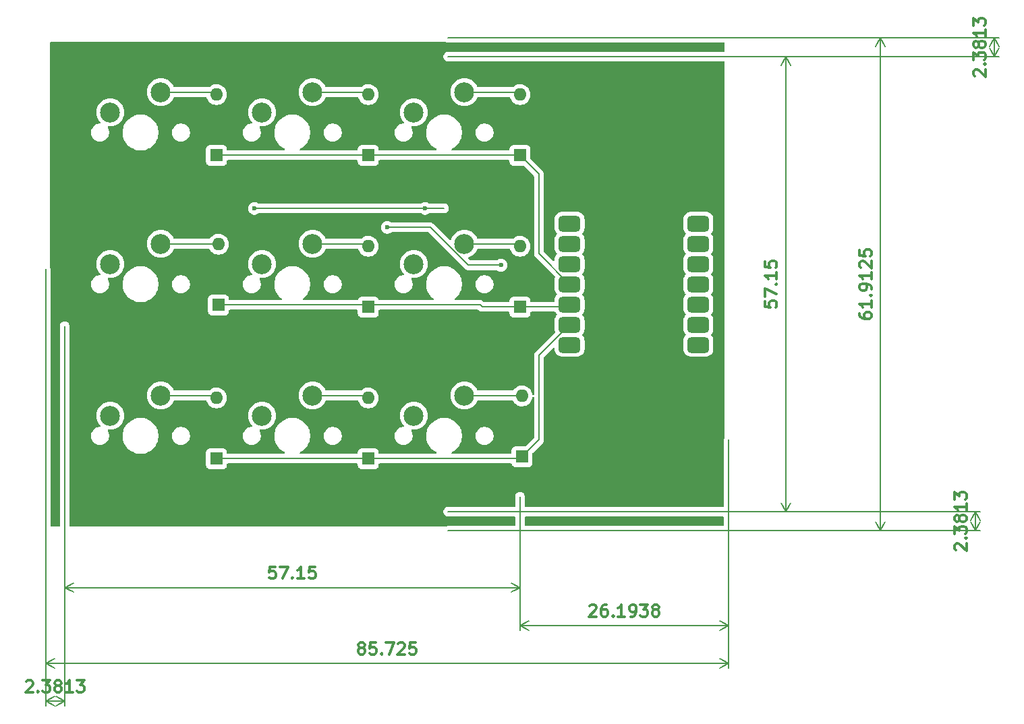
<source format=gbr>
%TF.GenerationSoftware,KiCad,Pcbnew,9.0.7*%
%TF.CreationDate,2026-02-17T22:10:37-08:00*%
%TF.ProjectId,3by3PCB,33627933-5043-4422-9e6b-696361645f70,rev?*%
%TF.SameCoordinates,Original*%
%TF.FileFunction,Copper,L1,Top*%
%TF.FilePolarity,Positive*%
%FSLAX46Y46*%
G04 Gerber Fmt 4.6, Leading zero omitted, Abs format (unit mm)*
G04 Created by KiCad (PCBNEW 9.0.7) date 2026-02-17 22:10:37*
%MOMM*%
%LPD*%
G01*
G04 APERTURE LIST*
G04 Aperture macros list*
%AMRoundRect*
0 Rectangle with rounded corners*
0 $1 Rounding radius*
0 $2 $3 $4 $5 $6 $7 $8 $9 X,Y pos of 4 corners*
0 Add a 4 corners polygon primitive as box body*
4,1,4,$2,$3,$4,$5,$6,$7,$8,$9,$2,$3,0*
0 Add four circle primitives for the rounded corners*
1,1,$1+$1,$2,$3*
1,1,$1+$1,$4,$5*
1,1,$1+$1,$6,$7*
1,1,$1+$1,$8,$9*
0 Add four rect primitives between the rounded corners*
20,1,$1+$1,$2,$3,$4,$5,0*
20,1,$1+$1,$4,$5,$6,$7,0*
20,1,$1+$1,$6,$7,$8,$9,0*
20,1,$1+$1,$8,$9,$2,$3,0*%
G04 Aperture macros list end*
%ADD10C,0.300000*%
%TA.AperFunction,NonConductor*%
%ADD11C,0.300000*%
%TD*%
%TA.AperFunction,NonConductor*%
%ADD12C,0.200000*%
%TD*%
%TA.AperFunction,ComponentPad*%
%ADD13C,2.500000*%
%TD*%
%TA.AperFunction,ComponentPad*%
%ADD14R,1.600000X1.600000*%
%TD*%
%TA.AperFunction,ComponentPad*%
%ADD15O,1.600000X1.600000*%
%TD*%
%TA.AperFunction,SMDPad,CuDef*%
%ADD16RoundRect,0.500000X-0.875000X-0.500000X0.875000X-0.500000X0.875000X0.500000X-0.875000X0.500000X0*%
%TD*%
%TA.AperFunction,ComponentPad*%
%ADD17C,1.600000*%
%TD*%
%TA.AperFunction,ViaPad*%
%ADD18C,0.600000*%
%TD*%
%TA.AperFunction,Conductor*%
%ADD19C,0.200000*%
%TD*%
G04 APERTURE END LIST*
D10*
D11*
X213753685Y-57235980D02*
X213682257Y-57164552D01*
X213682257Y-57164552D02*
X213610828Y-57021695D01*
X213610828Y-57021695D02*
X213610828Y-56664552D01*
X213610828Y-56664552D02*
X213682257Y-56521695D01*
X213682257Y-56521695D02*
X213753685Y-56450266D01*
X213753685Y-56450266D02*
X213896542Y-56378837D01*
X213896542Y-56378837D02*
X214039400Y-56378837D01*
X214039400Y-56378837D02*
X214253685Y-56450266D01*
X214253685Y-56450266D02*
X215110828Y-57307409D01*
X215110828Y-57307409D02*
X215110828Y-56378837D01*
X214967971Y-55735981D02*
X215039400Y-55664552D01*
X215039400Y-55664552D02*
X215110828Y-55735981D01*
X215110828Y-55735981D02*
X215039400Y-55807409D01*
X215039400Y-55807409D02*
X214967971Y-55735981D01*
X214967971Y-55735981D02*
X215110828Y-55735981D01*
X213610828Y-55164552D02*
X213610828Y-54235980D01*
X213610828Y-54235980D02*
X214182257Y-54735980D01*
X214182257Y-54735980D02*
X214182257Y-54521695D01*
X214182257Y-54521695D02*
X214253685Y-54378838D01*
X214253685Y-54378838D02*
X214325114Y-54307409D01*
X214325114Y-54307409D02*
X214467971Y-54235980D01*
X214467971Y-54235980D02*
X214825114Y-54235980D01*
X214825114Y-54235980D02*
X214967971Y-54307409D01*
X214967971Y-54307409D02*
X215039400Y-54378838D01*
X215039400Y-54378838D02*
X215110828Y-54521695D01*
X215110828Y-54521695D02*
X215110828Y-54950266D01*
X215110828Y-54950266D02*
X215039400Y-55093123D01*
X215039400Y-55093123D02*
X214967971Y-55164552D01*
X214253685Y-53378838D02*
X214182257Y-53521695D01*
X214182257Y-53521695D02*
X214110828Y-53593124D01*
X214110828Y-53593124D02*
X213967971Y-53664552D01*
X213967971Y-53664552D02*
X213896542Y-53664552D01*
X213896542Y-53664552D02*
X213753685Y-53593124D01*
X213753685Y-53593124D02*
X213682257Y-53521695D01*
X213682257Y-53521695D02*
X213610828Y-53378838D01*
X213610828Y-53378838D02*
X213610828Y-53093124D01*
X213610828Y-53093124D02*
X213682257Y-52950267D01*
X213682257Y-52950267D02*
X213753685Y-52878838D01*
X213753685Y-52878838D02*
X213896542Y-52807409D01*
X213896542Y-52807409D02*
X213967971Y-52807409D01*
X213967971Y-52807409D02*
X214110828Y-52878838D01*
X214110828Y-52878838D02*
X214182257Y-52950267D01*
X214182257Y-52950267D02*
X214253685Y-53093124D01*
X214253685Y-53093124D02*
X214253685Y-53378838D01*
X214253685Y-53378838D02*
X214325114Y-53521695D01*
X214325114Y-53521695D02*
X214396542Y-53593124D01*
X214396542Y-53593124D02*
X214539400Y-53664552D01*
X214539400Y-53664552D02*
X214825114Y-53664552D01*
X214825114Y-53664552D02*
X214967971Y-53593124D01*
X214967971Y-53593124D02*
X215039400Y-53521695D01*
X215039400Y-53521695D02*
X215110828Y-53378838D01*
X215110828Y-53378838D02*
X215110828Y-53093124D01*
X215110828Y-53093124D02*
X215039400Y-52950267D01*
X215039400Y-52950267D02*
X214967971Y-52878838D01*
X214967971Y-52878838D02*
X214825114Y-52807409D01*
X214825114Y-52807409D02*
X214539400Y-52807409D01*
X214539400Y-52807409D02*
X214396542Y-52878838D01*
X214396542Y-52878838D02*
X214325114Y-52950267D01*
X214325114Y-52950267D02*
X214253685Y-53093124D01*
X215110828Y-51378838D02*
X215110828Y-52235981D01*
X215110828Y-51807410D02*
X213610828Y-51807410D01*
X213610828Y-51807410D02*
X213825114Y-51950267D01*
X213825114Y-51950267D02*
X213967971Y-52093124D01*
X213967971Y-52093124D02*
X214039400Y-52235981D01*
X213610828Y-50878839D02*
X213610828Y-49950267D01*
X213610828Y-49950267D02*
X214182257Y-50450267D01*
X214182257Y-50450267D02*
X214182257Y-50235982D01*
X214182257Y-50235982D02*
X214253685Y-50093125D01*
X214253685Y-50093125D02*
X214325114Y-50021696D01*
X214325114Y-50021696D02*
X214467971Y-49950267D01*
X214467971Y-49950267D02*
X214825114Y-49950267D01*
X214825114Y-49950267D02*
X214967971Y-50021696D01*
X214967971Y-50021696D02*
X215039400Y-50093125D01*
X215039400Y-50093125D02*
X215110828Y-50235982D01*
X215110828Y-50235982D02*
X215110828Y-50664553D01*
X215110828Y-50664553D02*
X215039400Y-50807410D01*
X215039400Y-50807410D02*
X214967971Y-50878839D01*
D12*
X147676250Y-54783750D02*
X216818920Y-54783750D01*
X216818920Y-52402500D02*
X147676250Y-52402500D01*
X216232500Y-54783750D02*
X216232500Y-52402500D01*
X216232500Y-54783750D02*
X215646079Y-53657246D01*
X216232500Y-54783750D02*
X216818921Y-53657246D01*
X216232500Y-52402500D02*
X216818921Y-53529004D01*
X216232500Y-52402500D02*
X215646079Y-53529004D01*
D10*
D11*
X211372435Y-116767230D02*
X211301007Y-116695802D01*
X211301007Y-116695802D02*
X211229578Y-116552945D01*
X211229578Y-116552945D02*
X211229578Y-116195802D01*
X211229578Y-116195802D02*
X211301007Y-116052945D01*
X211301007Y-116052945D02*
X211372435Y-115981516D01*
X211372435Y-115981516D02*
X211515292Y-115910087D01*
X211515292Y-115910087D02*
X211658150Y-115910087D01*
X211658150Y-115910087D02*
X211872435Y-115981516D01*
X211872435Y-115981516D02*
X212729578Y-116838659D01*
X212729578Y-116838659D02*
X212729578Y-115910087D01*
X212586721Y-115267231D02*
X212658150Y-115195802D01*
X212658150Y-115195802D02*
X212729578Y-115267231D01*
X212729578Y-115267231D02*
X212658150Y-115338659D01*
X212658150Y-115338659D02*
X212586721Y-115267231D01*
X212586721Y-115267231D02*
X212729578Y-115267231D01*
X211229578Y-114695802D02*
X211229578Y-113767230D01*
X211229578Y-113767230D02*
X211801007Y-114267230D01*
X211801007Y-114267230D02*
X211801007Y-114052945D01*
X211801007Y-114052945D02*
X211872435Y-113910088D01*
X211872435Y-113910088D02*
X211943864Y-113838659D01*
X211943864Y-113838659D02*
X212086721Y-113767230D01*
X212086721Y-113767230D02*
X212443864Y-113767230D01*
X212443864Y-113767230D02*
X212586721Y-113838659D01*
X212586721Y-113838659D02*
X212658150Y-113910088D01*
X212658150Y-113910088D02*
X212729578Y-114052945D01*
X212729578Y-114052945D02*
X212729578Y-114481516D01*
X212729578Y-114481516D02*
X212658150Y-114624373D01*
X212658150Y-114624373D02*
X212586721Y-114695802D01*
X211872435Y-112910088D02*
X211801007Y-113052945D01*
X211801007Y-113052945D02*
X211729578Y-113124374D01*
X211729578Y-113124374D02*
X211586721Y-113195802D01*
X211586721Y-113195802D02*
X211515292Y-113195802D01*
X211515292Y-113195802D02*
X211372435Y-113124374D01*
X211372435Y-113124374D02*
X211301007Y-113052945D01*
X211301007Y-113052945D02*
X211229578Y-112910088D01*
X211229578Y-112910088D02*
X211229578Y-112624374D01*
X211229578Y-112624374D02*
X211301007Y-112481517D01*
X211301007Y-112481517D02*
X211372435Y-112410088D01*
X211372435Y-112410088D02*
X211515292Y-112338659D01*
X211515292Y-112338659D02*
X211586721Y-112338659D01*
X211586721Y-112338659D02*
X211729578Y-112410088D01*
X211729578Y-112410088D02*
X211801007Y-112481517D01*
X211801007Y-112481517D02*
X211872435Y-112624374D01*
X211872435Y-112624374D02*
X211872435Y-112910088D01*
X211872435Y-112910088D02*
X211943864Y-113052945D01*
X211943864Y-113052945D02*
X212015292Y-113124374D01*
X212015292Y-113124374D02*
X212158150Y-113195802D01*
X212158150Y-113195802D02*
X212443864Y-113195802D01*
X212443864Y-113195802D02*
X212586721Y-113124374D01*
X212586721Y-113124374D02*
X212658150Y-113052945D01*
X212658150Y-113052945D02*
X212729578Y-112910088D01*
X212729578Y-112910088D02*
X212729578Y-112624374D01*
X212729578Y-112624374D02*
X212658150Y-112481517D01*
X212658150Y-112481517D02*
X212586721Y-112410088D01*
X212586721Y-112410088D02*
X212443864Y-112338659D01*
X212443864Y-112338659D02*
X212158150Y-112338659D01*
X212158150Y-112338659D02*
X212015292Y-112410088D01*
X212015292Y-112410088D02*
X211943864Y-112481517D01*
X211943864Y-112481517D02*
X211872435Y-112624374D01*
X212729578Y-110910088D02*
X212729578Y-111767231D01*
X212729578Y-111338660D02*
X211229578Y-111338660D01*
X211229578Y-111338660D02*
X211443864Y-111481517D01*
X211443864Y-111481517D02*
X211586721Y-111624374D01*
X211586721Y-111624374D02*
X211658150Y-111767231D01*
X211229578Y-110410089D02*
X211229578Y-109481517D01*
X211229578Y-109481517D02*
X211801007Y-109981517D01*
X211801007Y-109981517D02*
X211801007Y-109767232D01*
X211801007Y-109767232D02*
X211872435Y-109624375D01*
X211872435Y-109624375D02*
X211943864Y-109552946D01*
X211943864Y-109552946D02*
X212086721Y-109481517D01*
X212086721Y-109481517D02*
X212443864Y-109481517D01*
X212443864Y-109481517D02*
X212586721Y-109552946D01*
X212586721Y-109552946D02*
X212658150Y-109624375D01*
X212658150Y-109624375D02*
X212729578Y-109767232D01*
X212729578Y-109767232D02*
X212729578Y-110195803D01*
X212729578Y-110195803D02*
X212658150Y-110338660D01*
X212658150Y-110338660D02*
X212586721Y-110410089D01*
D12*
X147676250Y-111933750D02*
X214437670Y-111933750D01*
X214437670Y-114315000D02*
X147676250Y-114315000D01*
X213851250Y-111933750D02*
X213851250Y-114315000D01*
X213851250Y-111933750D02*
X214437671Y-113060254D01*
X213851250Y-111933750D02*
X213264829Y-113060254D01*
X213851250Y-114315000D02*
X213264829Y-113188496D01*
X213851250Y-114315000D02*
X214437671Y-113188496D01*
D10*
D11*
X187417078Y-85501606D02*
X187417078Y-86215892D01*
X187417078Y-86215892D02*
X188131364Y-86287320D01*
X188131364Y-86287320D02*
X188059935Y-86215892D01*
X188059935Y-86215892D02*
X187988507Y-86073035D01*
X187988507Y-86073035D02*
X187988507Y-85715892D01*
X187988507Y-85715892D02*
X188059935Y-85573035D01*
X188059935Y-85573035D02*
X188131364Y-85501606D01*
X188131364Y-85501606D02*
X188274221Y-85430177D01*
X188274221Y-85430177D02*
X188631364Y-85430177D01*
X188631364Y-85430177D02*
X188774221Y-85501606D01*
X188774221Y-85501606D02*
X188845650Y-85573035D01*
X188845650Y-85573035D02*
X188917078Y-85715892D01*
X188917078Y-85715892D02*
X188917078Y-86073035D01*
X188917078Y-86073035D02*
X188845650Y-86215892D01*
X188845650Y-86215892D02*
X188774221Y-86287320D01*
X187417078Y-84930178D02*
X187417078Y-83930178D01*
X187417078Y-83930178D02*
X188917078Y-84573035D01*
X188774221Y-83358750D02*
X188845650Y-83287321D01*
X188845650Y-83287321D02*
X188917078Y-83358750D01*
X188917078Y-83358750D02*
X188845650Y-83430178D01*
X188845650Y-83430178D02*
X188774221Y-83358750D01*
X188774221Y-83358750D02*
X188917078Y-83358750D01*
X188917078Y-81858749D02*
X188917078Y-82715892D01*
X188917078Y-82287321D02*
X187417078Y-82287321D01*
X187417078Y-82287321D02*
X187631364Y-82430178D01*
X187631364Y-82430178D02*
X187774221Y-82573035D01*
X187774221Y-82573035D02*
X187845650Y-82715892D01*
X187417078Y-80501607D02*
X187417078Y-81215893D01*
X187417078Y-81215893D02*
X188131364Y-81287321D01*
X188131364Y-81287321D02*
X188059935Y-81215893D01*
X188059935Y-81215893D02*
X187988507Y-81073036D01*
X187988507Y-81073036D02*
X187988507Y-80715893D01*
X187988507Y-80715893D02*
X188059935Y-80573036D01*
X188059935Y-80573036D02*
X188131364Y-80501607D01*
X188131364Y-80501607D02*
X188274221Y-80430178D01*
X188274221Y-80430178D02*
X188631364Y-80430178D01*
X188631364Y-80430178D02*
X188774221Y-80501607D01*
X188774221Y-80501607D02*
X188845650Y-80573036D01*
X188845650Y-80573036D02*
X188917078Y-80715893D01*
X188917078Y-80715893D02*
X188917078Y-81073036D01*
X188917078Y-81073036D02*
X188845650Y-81215893D01*
X188845650Y-81215893D02*
X188774221Y-81287321D01*
D12*
X157201250Y-111933750D02*
X190625170Y-111933750D01*
X190625170Y-54783750D02*
X157201250Y-54783750D01*
X190038750Y-111933750D02*
X190038750Y-54783750D01*
X190038750Y-111933750D02*
X189452329Y-110807246D01*
X190038750Y-111933750D02*
X190625171Y-110807246D01*
X190038750Y-54783750D02*
X190625171Y-55910254D01*
X190038750Y-54783750D02*
X189452329Y-55910254D01*
D10*
D11*
X94717769Y-133267435D02*
X94789197Y-133196007D01*
X94789197Y-133196007D02*
X94932055Y-133124578D01*
X94932055Y-133124578D02*
X95289197Y-133124578D01*
X95289197Y-133124578D02*
X95432055Y-133196007D01*
X95432055Y-133196007D02*
X95503483Y-133267435D01*
X95503483Y-133267435D02*
X95574912Y-133410292D01*
X95574912Y-133410292D02*
X95574912Y-133553150D01*
X95574912Y-133553150D02*
X95503483Y-133767435D01*
X95503483Y-133767435D02*
X94646340Y-134624578D01*
X94646340Y-134624578D02*
X95574912Y-134624578D01*
X96217768Y-134481721D02*
X96289197Y-134553150D01*
X96289197Y-134553150D02*
X96217768Y-134624578D01*
X96217768Y-134624578D02*
X96146340Y-134553150D01*
X96146340Y-134553150D02*
X96217768Y-134481721D01*
X96217768Y-134481721D02*
X96217768Y-134624578D01*
X96789197Y-133124578D02*
X97717769Y-133124578D01*
X97717769Y-133124578D02*
X97217769Y-133696007D01*
X97217769Y-133696007D02*
X97432054Y-133696007D01*
X97432054Y-133696007D02*
X97574912Y-133767435D01*
X97574912Y-133767435D02*
X97646340Y-133838864D01*
X97646340Y-133838864D02*
X97717769Y-133981721D01*
X97717769Y-133981721D02*
X97717769Y-134338864D01*
X97717769Y-134338864D02*
X97646340Y-134481721D01*
X97646340Y-134481721D02*
X97574912Y-134553150D01*
X97574912Y-134553150D02*
X97432054Y-134624578D01*
X97432054Y-134624578D02*
X97003483Y-134624578D01*
X97003483Y-134624578D02*
X96860626Y-134553150D01*
X96860626Y-134553150D02*
X96789197Y-134481721D01*
X98574911Y-133767435D02*
X98432054Y-133696007D01*
X98432054Y-133696007D02*
X98360625Y-133624578D01*
X98360625Y-133624578D02*
X98289197Y-133481721D01*
X98289197Y-133481721D02*
X98289197Y-133410292D01*
X98289197Y-133410292D02*
X98360625Y-133267435D01*
X98360625Y-133267435D02*
X98432054Y-133196007D01*
X98432054Y-133196007D02*
X98574911Y-133124578D01*
X98574911Y-133124578D02*
X98860625Y-133124578D01*
X98860625Y-133124578D02*
X99003483Y-133196007D01*
X99003483Y-133196007D02*
X99074911Y-133267435D01*
X99074911Y-133267435D02*
X99146340Y-133410292D01*
X99146340Y-133410292D02*
X99146340Y-133481721D01*
X99146340Y-133481721D02*
X99074911Y-133624578D01*
X99074911Y-133624578D02*
X99003483Y-133696007D01*
X99003483Y-133696007D02*
X98860625Y-133767435D01*
X98860625Y-133767435D02*
X98574911Y-133767435D01*
X98574911Y-133767435D02*
X98432054Y-133838864D01*
X98432054Y-133838864D02*
X98360625Y-133910292D01*
X98360625Y-133910292D02*
X98289197Y-134053150D01*
X98289197Y-134053150D02*
X98289197Y-134338864D01*
X98289197Y-134338864D02*
X98360625Y-134481721D01*
X98360625Y-134481721D02*
X98432054Y-134553150D01*
X98432054Y-134553150D02*
X98574911Y-134624578D01*
X98574911Y-134624578D02*
X98860625Y-134624578D01*
X98860625Y-134624578D02*
X99003483Y-134553150D01*
X99003483Y-134553150D02*
X99074911Y-134481721D01*
X99074911Y-134481721D02*
X99146340Y-134338864D01*
X99146340Y-134338864D02*
X99146340Y-134053150D01*
X99146340Y-134053150D02*
X99074911Y-133910292D01*
X99074911Y-133910292D02*
X99003483Y-133838864D01*
X99003483Y-133838864D02*
X98860625Y-133767435D01*
X100574911Y-134624578D02*
X99717768Y-134624578D01*
X100146339Y-134624578D02*
X100146339Y-133124578D01*
X100146339Y-133124578D02*
X100003482Y-133338864D01*
X100003482Y-133338864D02*
X99860625Y-133481721D01*
X99860625Y-133481721D02*
X99717768Y-133553150D01*
X101074910Y-133124578D02*
X102003482Y-133124578D01*
X102003482Y-133124578D02*
X101503482Y-133696007D01*
X101503482Y-133696007D02*
X101717767Y-133696007D01*
X101717767Y-133696007D02*
X101860625Y-133767435D01*
X101860625Y-133767435D02*
X101932053Y-133838864D01*
X101932053Y-133838864D02*
X102003482Y-133981721D01*
X102003482Y-133981721D02*
X102003482Y-134338864D01*
X102003482Y-134338864D02*
X101932053Y-134481721D01*
X101932053Y-134481721D02*
X101860625Y-134553150D01*
X101860625Y-134553150D02*
X101717767Y-134624578D01*
X101717767Y-134624578D02*
X101289196Y-134624578D01*
X101289196Y-134624578D02*
X101146339Y-134553150D01*
X101146339Y-134553150D02*
X101074910Y-134481721D01*
D12*
X99551250Y-88621250D02*
X99551250Y-136332670D01*
X97170000Y-136332670D02*
X97170000Y-81477500D01*
X99551250Y-135746250D02*
X97170000Y-135746250D01*
X99551250Y-135746250D02*
X98424746Y-136332671D01*
X99551250Y-135746250D02*
X98424746Y-135159829D01*
X97170000Y-135746250D02*
X98296504Y-135159829D01*
X97170000Y-135746250D02*
X98296504Y-136332671D01*
D10*
D11*
X199323328Y-87001606D02*
X199323328Y-87287320D01*
X199323328Y-87287320D02*
X199394757Y-87430177D01*
X199394757Y-87430177D02*
X199466185Y-87501606D01*
X199466185Y-87501606D02*
X199680471Y-87644463D01*
X199680471Y-87644463D02*
X199966185Y-87715891D01*
X199966185Y-87715891D02*
X200537614Y-87715891D01*
X200537614Y-87715891D02*
X200680471Y-87644463D01*
X200680471Y-87644463D02*
X200751900Y-87573034D01*
X200751900Y-87573034D02*
X200823328Y-87430177D01*
X200823328Y-87430177D02*
X200823328Y-87144463D01*
X200823328Y-87144463D02*
X200751900Y-87001606D01*
X200751900Y-87001606D02*
X200680471Y-86930177D01*
X200680471Y-86930177D02*
X200537614Y-86858748D01*
X200537614Y-86858748D02*
X200180471Y-86858748D01*
X200180471Y-86858748D02*
X200037614Y-86930177D01*
X200037614Y-86930177D02*
X199966185Y-87001606D01*
X199966185Y-87001606D02*
X199894757Y-87144463D01*
X199894757Y-87144463D02*
X199894757Y-87430177D01*
X199894757Y-87430177D02*
X199966185Y-87573034D01*
X199966185Y-87573034D02*
X200037614Y-87644463D01*
X200037614Y-87644463D02*
X200180471Y-87715891D01*
X200823328Y-85430177D02*
X200823328Y-86287320D01*
X200823328Y-85858749D02*
X199323328Y-85858749D01*
X199323328Y-85858749D02*
X199537614Y-86001606D01*
X199537614Y-86001606D02*
X199680471Y-86144463D01*
X199680471Y-86144463D02*
X199751900Y-86287320D01*
X200680471Y-84787321D02*
X200751900Y-84715892D01*
X200751900Y-84715892D02*
X200823328Y-84787321D01*
X200823328Y-84787321D02*
X200751900Y-84858749D01*
X200751900Y-84858749D02*
X200680471Y-84787321D01*
X200680471Y-84787321D02*
X200823328Y-84787321D01*
X200823328Y-84001606D02*
X200823328Y-83715892D01*
X200823328Y-83715892D02*
X200751900Y-83573035D01*
X200751900Y-83573035D02*
X200680471Y-83501606D01*
X200680471Y-83501606D02*
X200466185Y-83358749D01*
X200466185Y-83358749D02*
X200180471Y-83287320D01*
X200180471Y-83287320D02*
X199609042Y-83287320D01*
X199609042Y-83287320D02*
X199466185Y-83358749D01*
X199466185Y-83358749D02*
X199394757Y-83430178D01*
X199394757Y-83430178D02*
X199323328Y-83573035D01*
X199323328Y-83573035D02*
X199323328Y-83858749D01*
X199323328Y-83858749D02*
X199394757Y-84001606D01*
X199394757Y-84001606D02*
X199466185Y-84073035D01*
X199466185Y-84073035D02*
X199609042Y-84144463D01*
X199609042Y-84144463D02*
X199966185Y-84144463D01*
X199966185Y-84144463D02*
X200109042Y-84073035D01*
X200109042Y-84073035D02*
X200180471Y-84001606D01*
X200180471Y-84001606D02*
X200251900Y-83858749D01*
X200251900Y-83858749D02*
X200251900Y-83573035D01*
X200251900Y-83573035D02*
X200180471Y-83430178D01*
X200180471Y-83430178D02*
X200109042Y-83358749D01*
X200109042Y-83358749D02*
X199966185Y-83287320D01*
X200823328Y-81858749D02*
X200823328Y-82715892D01*
X200823328Y-82287321D02*
X199323328Y-82287321D01*
X199323328Y-82287321D02*
X199537614Y-82430178D01*
X199537614Y-82430178D02*
X199680471Y-82573035D01*
X199680471Y-82573035D02*
X199751900Y-82715892D01*
X199466185Y-81287321D02*
X199394757Y-81215893D01*
X199394757Y-81215893D02*
X199323328Y-81073036D01*
X199323328Y-81073036D02*
X199323328Y-80715893D01*
X199323328Y-80715893D02*
X199394757Y-80573036D01*
X199394757Y-80573036D02*
X199466185Y-80501607D01*
X199466185Y-80501607D02*
X199609042Y-80430178D01*
X199609042Y-80430178D02*
X199751900Y-80430178D01*
X199751900Y-80430178D02*
X199966185Y-80501607D01*
X199966185Y-80501607D02*
X200823328Y-81358750D01*
X200823328Y-81358750D02*
X200823328Y-80430178D01*
X199323328Y-79073036D02*
X199323328Y-79787322D01*
X199323328Y-79787322D02*
X200037614Y-79858750D01*
X200037614Y-79858750D02*
X199966185Y-79787322D01*
X199966185Y-79787322D02*
X199894757Y-79644465D01*
X199894757Y-79644465D02*
X199894757Y-79287322D01*
X199894757Y-79287322D02*
X199966185Y-79144465D01*
X199966185Y-79144465D02*
X200037614Y-79073036D01*
X200037614Y-79073036D02*
X200180471Y-79001607D01*
X200180471Y-79001607D02*
X200537614Y-79001607D01*
X200537614Y-79001607D02*
X200680471Y-79073036D01*
X200680471Y-79073036D02*
X200751900Y-79144465D01*
X200751900Y-79144465D02*
X200823328Y-79287322D01*
X200823328Y-79287322D02*
X200823328Y-79644465D01*
X200823328Y-79644465D02*
X200751900Y-79787322D01*
X200751900Y-79787322D02*
X200680471Y-79858750D01*
D12*
X183395000Y-52402500D02*
X202531420Y-52402500D01*
X202531420Y-114315000D02*
X185776250Y-114315000D01*
X201945000Y-52402500D02*
X201945000Y-114315000D01*
X201945000Y-52402500D02*
X202531421Y-53529004D01*
X201945000Y-52402500D02*
X201358579Y-53529004D01*
X201945000Y-114315000D02*
X201358579Y-113188496D01*
X201945000Y-114315000D02*
X202531421Y-113188496D01*
D10*
D11*
X125983393Y-118837078D02*
X125269107Y-118837078D01*
X125269107Y-118837078D02*
X125197679Y-119551364D01*
X125197679Y-119551364D02*
X125269107Y-119479935D01*
X125269107Y-119479935D02*
X125411965Y-119408507D01*
X125411965Y-119408507D02*
X125769107Y-119408507D01*
X125769107Y-119408507D02*
X125911965Y-119479935D01*
X125911965Y-119479935D02*
X125983393Y-119551364D01*
X125983393Y-119551364D02*
X126054822Y-119694221D01*
X126054822Y-119694221D02*
X126054822Y-120051364D01*
X126054822Y-120051364D02*
X125983393Y-120194221D01*
X125983393Y-120194221D02*
X125911965Y-120265650D01*
X125911965Y-120265650D02*
X125769107Y-120337078D01*
X125769107Y-120337078D02*
X125411965Y-120337078D01*
X125411965Y-120337078D02*
X125269107Y-120265650D01*
X125269107Y-120265650D02*
X125197679Y-120194221D01*
X126554821Y-118837078D02*
X127554821Y-118837078D01*
X127554821Y-118837078D02*
X126911964Y-120337078D01*
X128126249Y-120194221D02*
X128197678Y-120265650D01*
X128197678Y-120265650D02*
X128126249Y-120337078D01*
X128126249Y-120337078D02*
X128054821Y-120265650D01*
X128054821Y-120265650D02*
X128126249Y-120194221D01*
X128126249Y-120194221D02*
X128126249Y-120337078D01*
X129626250Y-120337078D02*
X128769107Y-120337078D01*
X129197678Y-120337078D02*
X129197678Y-118837078D01*
X129197678Y-118837078D02*
X129054821Y-119051364D01*
X129054821Y-119051364D02*
X128911964Y-119194221D01*
X128911964Y-119194221D02*
X128769107Y-119265650D01*
X130983392Y-118837078D02*
X130269106Y-118837078D01*
X130269106Y-118837078D02*
X130197678Y-119551364D01*
X130197678Y-119551364D02*
X130269106Y-119479935D01*
X130269106Y-119479935D02*
X130411964Y-119408507D01*
X130411964Y-119408507D02*
X130769106Y-119408507D01*
X130769106Y-119408507D02*
X130911964Y-119479935D01*
X130911964Y-119479935D02*
X130983392Y-119551364D01*
X130983392Y-119551364D02*
X131054821Y-119694221D01*
X131054821Y-119694221D02*
X131054821Y-120051364D01*
X131054821Y-120051364D02*
X130983392Y-120194221D01*
X130983392Y-120194221D02*
X130911964Y-120265650D01*
X130911964Y-120265650D02*
X130769106Y-120337078D01*
X130769106Y-120337078D02*
X130411964Y-120337078D01*
X130411964Y-120337078D02*
X130269106Y-120265650D01*
X130269106Y-120265650D02*
X130197678Y-120194221D01*
D12*
X99551250Y-112433750D02*
X99551250Y-122045170D01*
X156701250Y-122045170D02*
X156701250Y-112433750D01*
X99551250Y-121458750D02*
X156701250Y-121458750D01*
X99551250Y-121458750D02*
X100677754Y-120872329D01*
X99551250Y-121458750D02*
X100677754Y-122045171D01*
X156701250Y-121458750D02*
X155574746Y-122045171D01*
X156701250Y-121458750D02*
X155574746Y-120872329D01*
D10*
D11*
X165440983Y-123742435D02*
X165512411Y-123671007D01*
X165512411Y-123671007D02*
X165655269Y-123599578D01*
X165655269Y-123599578D02*
X166012411Y-123599578D01*
X166012411Y-123599578D02*
X166155269Y-123671007D01*
X166155269Y-123671007D02*
X166226697Y-123742435D01*
X166226697Y-123742435D02*
X166298126Y-123885292D01*
X166298126Y-123885292D02*
X166298126Y-124028150D01*
X166298126Y-124028150D02*
X166226697Y-124242435D01*
X166226697Y-124242435D02*
X165369554Y-125099578D01*
X165369554Y-125099578D02*
X166298126Y-125099578D01*
X167583840Y-123599578D02*
X167298125Y-123599578D01*
X167298125Y-123599578D02*
X167155268Y-123671007D01*
X167155268Y-123671007D02*
X167083840Y-123742435D01*
X167083840Y-123742435D02*
X166940982Y-123956721D01*
X166940982Y-123956721D02*
X166869554Y-124242435D01*
X166869554Y-124242435D02*
X166869554Y-124813864D01*
X166869554Y-124813864D02*
X166940982Y-124956721D01*
X166940982Y-124956721D02*
X167012411Y-125028150D01*
X167012411Y-125028150D02*
X167155268Y-125099578D01*
X167155268Y-125099578D02*
X167440982Y-125099578D01*
X167440982Y-125099578D02*
X167583840Y-125028150D01*
X167583840Y-125028150D02*
X167655268Y-124956721D01*
X167655268Y-124956721D02*
X167726697Y-124813864D01*
X167726697Y-124813864D02*
X167726697Y-124456721D01*
X167726697Y-124456721D02*
X167655268Y-124313864D01*
X167655268Y-124313864D02*
X167583840Y-124242435D01*
X167583840Y-124242435D02*
X167440982Y-124171007D01*
X167440982Y-124171007D02*
X167155268Y-124171007D01*
X167155268Y-124171007D02*
X167012411Y-124242435D01*
X167012411Y-124242435D02*
X166940982Y-124313864D01*
X166940982Y-124313864D02*
X166869554Y-124456721D01*
X168369553Y-124956721D02*
X168440982Y-125028150D01*
X168440982Y-125028150D02*
X168369553Y-125099578D01*
X168369553Y-125099578D02*
X168298125Y-125028150D01*
X168298125Y-125028150D02*
X168369553Y-124956721D01*
X168369553Y-124956721D02*
X168369553Y-125099578D01*
X169869554Y-125099578D02*
X169012411Y-125099578D01*
X169440982Y-125099578D02*
X169440982Y-123599578D01*
X169440982Y-123599578D02*
X169298125Y-123813864D01*
X169298125Y-123813864D02*
X169155268Y-123956721D01*
X169155268Y-123956721D02*
X169012411Y-124028150D01*
X170583839Y-125099578D02*
X170869553Y-125099578D01*
X170869553Y-125099578D02*
X171012410Y-125028150D01*
X171012410Y-125028150D02*
X171083839Y-124956721D01*
X171083839Y-124956721D02*
X171226696Y-124742435D01*
X171226696Y-124742435D02*
X171298125Y-124456721D01*
X171298125Y-124456721D02*
X171298125Y-123885292D01*
X171298125Y-123885292D02*
X171226696Y-123742435D01*
X171226696Y-123742435D02*
X171155268Y-123671007D01*
X171155268Y-123671007D02*
X171012410Y-123599578D01*
X171012410Y-123599578D02*
X170726696Y-123599578D01*
X170726696Y-123599578D02*
X170583839Y-123671007D01*
X170583839Y-123671007D02*
X170512410Y-123742435D01*
X170512410Y-123742435D02*
X170440982Y-123885292D01*
X170440982Y-123885292D02*
X170440982Y-124242435D01*
X170440982Y-124242435D02*
X170512410Y-124385292D01*
X170512410Y-124385292D02*
X170583839Y-124456721D01*
X170583839Y-124456721D02*
X170726696Y-124528150D01*
X170726696Y-124528150D02*
X171012410Y-124528150D01*
X171012410Y-124528150D02*
X171155268Y-124456721D01*
X171155268Y-124456721D02*
X171226696Y-124385292D01*
X171226696Y-124385292D02*
X171298125Y-124242435D01*
X171798124Y-123599578D02*
X172726696Y-123599578D01*
X172726696Y-123599578D02*
X172226696Y-124171007D01*
X172226696Y-124171007D02*
X172440981Y-124171007D01*
X172440981Y-124171007D02*
X172583839Y-124242435D01*
X172583839Y-124242435D02*
X172655267Y-124313864D01*
X172655267Y-124313864D02*
X172726696Y-124456721D01*
X172726696Y-124456721D02*
X172726696Y-124813864D01*
X172726696Y-124813864D02*
X172655267Y-124956721D01*
X172655267Y-124956721D02*
X172583839Y-125028150D01*
X172583839Y-125028150D02*
X172440981Y-125099578D01*
X172440981Y-125099578D02*
X172012410Y-125099578D01*
X172012410Y-125099578D02*
X171869553Y-125028150D01*
X171869553Y-125028150D02*
X171798124Y-124956721D01*
X173583838Y-124242435D02*
X173440981Y-124171007D01*
X173440981Y-124171007D02*
X173369552Y-124099578D01*
X173369552Y-124099578D02*
X173298124Y-123956721D01*
X173298124Y-123956721D02*
X173298124Y-123885292D01*
X173298124Y-123885292D02*
X173369552Y-123742435D01*
X173369552Y-123742435D02*
X173440981Y-123671007D01*
X173440981Y-123671007D02*
X173583838Y-123599578D01*
X173583838Y-123599578D02*
X173869552Y-123599578D01*
X173869552Y-123599578D02*
X174012410Y-123671007D01*
X174012410Y-123671007D02*
X174083838Y-123742435D01*
X174083838Y-123742435D02*
X174155267Y-123885292D01*
X174155267Y-123885292D02*
X174155267Y-123956721D01*
X174155267Y-123956721D02*
X174083838Y-124099578D01*
X174083838Y-124099578D02*
X174012410Y-124171007D01*
X174012410Y-124171007D02*
X173869552Y-124242435D01*
X173869552Y-124242435D02*
X173583838Y-124242435D01*
X173583838Y-124242435D02*
X173440981Y-124313864D01*
X173440981Y-124313864D02*
X173369552Y-124385292D01*
X173369552Y-124385292D02*
X173298124Y-124528150D01*
X173298124Y-124528150D02*
X173298124Y-124813864D01*
X173298124Y-124813864D02*
X173369552Y-124956721D01*
X173369552Y-124956721D02*
X173440981Y-125028150D01*
X173440981Y-125028150D02*
X173583838Y-125099578D01*
X173583838Y-125099578D02*
X173869552Y-125099578D01*
X173869552Y-125099578D02*
X174012410Y-125028150D01*
X174012410Y-125028150D02*
X174083838Y-124956721D01*
X174083838Y-124956721D02*
X174155267Y-124813864D01*
X174155267Y-124813864D02*
X174155267Y-124528150D01*
X174155267Y-124528150D02*
X174083838Y-124385292D01*
X174083838Y-124385292D02*
X174012410Y-124313864D01*
X174012410Y-124313864D02*
X173869552Y-124242435D01*
D12*
X156701250Y-110052500D02*
X156701250Y-126807670D01*
X182895000Y-126807670D02*
X182895000Y-102908750D01*
X156701250Y-126221250D02*
X182895000Y-126221250D01*
X156701250Y-126221250D02*
X157827754Y-125634829D01*
X156701250Y-126221250D02*
X157827754Y-126807671D01*
X182895000Y-126221250D02*
X181768496Y-126807671D01*
X182895000Y-126221250D02*
X181768496Y-125634829D01*
D10*
D11*
X136675358Y-129004935D02*
X136532501Y-128933507D01*
X136532501Y-128933507D02*
X136461072Y-128862078D01*
X136461072Y-128862078D02*
X136389644Y-128719221D01*
X136389644Y-128719221D02*
X136389644Y-128647792D01*
X136389644Y-128647792D02*
X136461072Y-128504935D01*
X136461072Y-128504935D02*
X136532501Y-128433507D01*
X136532501Y-128433507D02*
X136675358Y-128362078D01*
X136675358Y-128362078D02*
X136961072Y-128362078D01*
X136961072Y-128362078D02*
X137103930Y-128433507D01*
X137103930Y-128433507D02*
X137175358Y-128504935D01*
X137175358Y-128504935D02*
X137246787Y-128647792D01*
X137246787Y-128647792D02*
X137246787Y-128719221D01*
X137246787Y-128719221D02*
X137175358Y-128862078D01*
X137175358Y-128862078D02*
X137103930Y-128933507D01*
X137103930Y-128933507D02*
X136961072Y-129004935D01*
X136961072Y-129004935D02*
X136675358Y-129004935D01*
X136675358Y-129004935D02*
X136532501Y-129076364D01*
X136532501Y-129076364D02*
X136461072Y-129147792D01*
X136461072Y-129147792D02*
X136389644Y-129290650D01*
X136389644Y-129290650D02*
X136389644Y-129576364D01*
X136389644Y-129576364D02*
X136461072Y-129719221D01*
X136461072Y-129719221D02*
X136532501Y-129790650D01*
X136532501Y-129790650D02*
X136675358Y-129862078D01*
X136675358Y-129862078D02*
X136961072Y-129862078D01*
X136961072Y-129862078D02*
X137103930Y-129790650D01*
X137103930Y-129790650D02*
X137175358Y-129719221D01*
X137175358Y-129719221D02*
X137246787Y-129576364D01*
X137246787Y-129576364D02*
X137246787Y-129290650D01*
X137246787Y-129290650D02*
X137175358Y-129147792D01*
X137175358Y-129147792D02*
X137103930Y-129076364D01*
X137103930Y-129076364D02*
X136961072Y-129004935D01*
X138603929Y-128362078D02*
X137889643Y-128362078D01*
X137889643Y-128362078D02*
X137818215Y-129076364D01*
X137818215Y-129076364D02*
X137889643Y-129004935D01*
X137889643Y-129004935D02*
X138032501Y-128933507D01*
X138032501Y-128933507D02*
X138389643Y-128933507D01*
X138389643Y-128933507D02*
X138532501Y-129004935D01*
X138532501Y-129004935D02*
X138603929Y-129076364D01*
X138603929Y-129076364D02*
X138675358Y-129219221D01*
X138675358Y-129219221D02*
X138675358Y-129576364D01*
X138675358Y-129576364D02*
X138603929Y-129719221D01*
X138603929Y-129719221D02*
X138532501Y-129790650D01*
X138532501Y-129790650D02*
X138389643Y-129862078D01*
X138389643Y-129862078D02*
X138032501Y-129862078D01*
X138032501Y-129862078D02*
X137889643Y-129790650D01*
X137889643Y-129790650D02*
X137818215Y-129719221D01*
X139318214Y-129719221D02*
X139389643Y-129790650D01*
X139389643Y-129790650D02*
X139318214Y-129862078D01*
X139318214Y-129862078D02*
X139246786Y-129790650D01*
X139246786Y-129790650D02*
X139318214Y-129719221D01*
X139318214Y-129719221D02*
X139318214Y-129862078D01*
X139889643Y-128362078D02*
X140889643Y-128362078D01*
X140889643Y-128362078D02*
X140246786Y-129862078D01*
X141389643Y-128504935D02*
X141461071Y-128433507D01*
X141461071Y-128433507D02*
X141603929Y-128362078D01*
X141603929Y-128362078D02*
X141961071Y-128362078D01*
X141961071Y-128362078D02*
X142103929Y-128433507D01*
X142103929Y-128433507D02*
X142175357Y-128504935D01*
X142175357Y-128504935D02*
X142246786Y-128647792D01*
X142246786Y-128647792D02*
X142246786Y-128790650D01*
X142246786Y-128790650D02*
X142175357Y-129004935D01*
X142175357Y-129004935D02*
X141318214Y-129862078D01*
X141318214Y-129862078D02*
X142246786Y-129862078D01*
X143603928Y-128362078D02*
X142889642Y-128362078D01*
X142889642Y-128362078D02*
X142818214Y-129076364D01*
X142818214Y-129076364D02*
X142889642Y-129004935D01*
X142889642Y-129004935D02*
X143032500Y-128933507D01*
X143032500Y-128933507D02*
X143389642Y-128933507D01*
X143389642Y-128933507D02*
X143532500Y-129004935D01*
X143532500Y-129004935D02*
X143603928Y-129076364D01*
X143603928Y-129076364D02*
X143675357Y-129219221D01*
X143675357Y-129219221D02*
X143675357Y-129576364D01*
X143675357Y-129576364D02*
X143603928Y-129719221D01*
X143603928Y-129719221D02*
X143532500Y-129790650D01*
X143532500Y-129790650D02*
X143389642Y-129862078D01*
X143389642Y-129862078D02*
X143032500Y-129862078D01*
X143032500Y-129862078D02*
X142889642Y-129790650D01*
X142889642Y-129790650D02*
X142818214Y-129719221D01*
D12*
X97170000Y-114815000D02*
X97170000Y-131570170D01*
X182895000Y-131570170D02*
X182895000Y-119577500D01*
X97170000Y-130983750D02*
X182895000Y-130983750D01*
X97170000Y-130983750D02*
X98296504Y-130397329D01*
X97170000Y-130983750D02*
X98296504Y-131570171D01*
X182895000Y-130983750D02*
X181768496Y-131570171D01*
X182895000Y-130983750D02*
X181768496Y-130397329D01*
D13*
%TO.P,S5,1,1*%
%TO.N,Column 1*%
X124316250Y-80818750D03*
%TO.P,S5,2,2*%
%TO.N,Net-(D5-A)*%
X130666250Y-78278750D03*
%TD*%
D14*
%TO.P,D6,1,K*%
%TO.N,Row 1*%
X156701250Y-86216250D03*
D15*
%TO.P,D6,2,A*%
%TO.N,Net-(D6-A)*%
X156701250Y-78596250D03*
%TD*%
D13*
%TO.P,S7,1,1*%
%TO.N,Column 0*%
X105266250Y-99868750D03*
%TO.P,S7,2,2*%
%TO.N,Net-(D7-A)*%
X111616250Y-97328750D03*
%TD*%
%TO.P,S6,1,1*%
%TO.N,Column 2*%
X143366250Y-80818750D03*
%TO.P,S6,2,2*%
%TO.N,Net-(D6-A)*%
X149716250Y-78278750D03*
%TD*%
%TO.P,S3,1,1*%
%TO.N,Column 2*%
X143366250Y-61768750D03*
%TO.P,S3,2,2*%
%TO.N,Net-(D3-A)*%
X149716250Y-59228750D03*
%TD*%
%TO.P,S9,1,1*%
%TO.N,Column 2*%
X143366250Y-99868750D03*
%TO.P,S9,2,2*%
%TO.N,Net-(D9-A)*%
X149716250Y-97328750D03*
%TD*%
D14*
%TO.P,D2,1,K*%
%TO.N,Row 0*%
X137651250Y-67166250D03*
D15*
%TO.P,D2,2,A*%
%TO.N,Net-(D2-A)*%
X137651250Y-59546250D03*
%TD*%
D13*
%TO.P,S2,1,1*%
%TO.N,Column 1*%
X124316250Y-61768750D03*
%TO.P,S2,2,2*%
%TO.N,Net-(D2-A)*%
X130666250Y-59228750D03*
%TD*%
D14*
%TO.P,D7,1,K*%
%TO.N,Row 2*%
X118601250Y-105266250D03*
D15*
%TO.P,D7,2,A*%
%TO.N,Net-(D7-A)*%
X118601250Y-97646250D03*
%TD*%
D13*
%TO.P,S1,1,1*%
%TO.N,Column 0*%
X105266250Y-61768750D03*
%TO.P,S1,2,2*%
%TO.N,Net-(D1-A)*%
X111616250Y-59228750D03*
%TD*%
%TO.P,S4,1,1*%
%TO.N,Column 0*%
X105266250Y-80818750D03*
%TO.P,S4,2,2*%
%TO.N,Net-(D4-A)*%
X111616250Y-78278750D03*
%TD*%
D14*
%TO.P,D1,1,K*%
%TO.N,Row 0*%
X118601250Y-67166250D03*
D15*
%TO.P,D1,2,A*%
%TO.N,Net-(D1-A)*%
X118601250Y-59546250D03*
%TD*%
D14*
%TO.P,D3,1,K*%
%TO.N,Row 0*%
X156701250Y-67166250D03*
D15*
%TO.P,D3,2,A*%
%TO.N,Net-(D3-A)*%
X156701250Y-59546250D03*
%TD*%
D14*
%TO.P,D5,1,K*%
%TO.N,Row 1*%
X137651250Y-86216250D03*
D15*
%TO.P,D5,2,A*%
%TO.N,Net-(D5-A)*%
X137651250Y-78596250D03*
%TD*%
D14*
%TO.P,D9,1,K*%
%TO.N,Row 2*%
X156951250Y-105016250D03*
D15*
%TO.P,D9,2,A*%
%TO.N,Net-(D9-A)*%
X156951250Y-97396250D03*
%TD*%
D13*
%TO.P,S8,1,1*%
%TO.N,Column 1*%
X124316250Y-99868750D03*
%TO.P,S8,2,2*%
%TO.N,Net-(D8-A)*%
X130666250Y-97328750D03*
%TD*%
D14*
%TO.P,D4,1,K*%
%TO.N,Row 1*%
X118851250Y-85966250D03*
D15*
%TO.P,D4,2,A*%
%TO.N,Net-(D4-A)*%
X118851250Y-78346250D03*
%TD*%
D14*
%TO.P,D8,1,K*%
%TO.N,Row 2*%
X137651250Y-105266250D03*
D15*
%TO.P,D8,2,A*%
%TO.N,Net-(D8-A)*%
X137651250Y-97646250D03*
%TD*%
D16*
%TO.P,U2,1,PA02_A0_D0*%
%TO.N,Column 0*%
X162923750Y-75738750D03*
D14*
X163368750Y-75738750D03*
D16*
%TO.P,U2,2,PA4_A1_D1*%
%TO.N,Column 1*%
X162923750Y-78278750D03*
D17*
X163368750Y-78278750D03*
D16*
%TO.P,U2,3,PA10_A2_D2*%
%TO.N,Column 2*%
X162923750Y-80818750D03*
D17*
X163368750Y-80818750D03*
D16*
%TO.P,U2,4,PA11_A3_D3*%
%TO.N,Row 0*%
X162923750Y-83358750D03*
D17*
X163368750Y-83358750D03*
D16*
%TO.P,U2,5,PA8_A4_D4_SDA*%
%TO.N,Row 1*%
X162923750Y-85898750D03*
D17*
X163368750Y-85898750D03*
D16*
%TO.P,U2,6,PA9_A5_D5_SCL*%
%TO.N,Row 2*%
X162923750Y-88438750D03*
D17*
X163368750Y-88438750D03*
D16*
%TO.P,U2,7,PB08_A6_D6_TX*%
%TO.N,unconnected-(U2-PB08_A6_D6_TX-Pad7)*%
X162923750Y-90978750D03*
D17*
X163368750Y-90978750D03*
%TO.P,U2,8,PB09_A7_D7_RX*%
%TO.N,unconnected-(U2-PB09_A7_D7_RX-Pad8)*%
X178608750Y-90978750D03*
D16*
X179088750Y-90978750D03*
D17*
%TO.P,U2,9,PA7_A8_D8_SCK*%
%TO.N,unconnected-(U2-PA7_A8_D8_SCK-Pad9)*%
X178608750Y-88438750D03*
D16*
X179088750Y-88438750D03*
D17*
%TO.P,U2,10,PA5_A9_D9_MISO*%
%TO.N,unconnected-(U2-PA5_A9_D9_MISO-Pad10)*%
X178608750Y-85898750D03*
D16*
X179088750Y-85898750D03*
D17*
%TO.P,U2,11,PA6_A10_D10_MOSI*%
%TO.N,unconnected-(U2-PA6_A10_D10_MOSI-Pad11)*%
X178608750Y-83358750D03*
D16*
X179088750Y-83358750D03*
D17*
%TO.P,U2,12,3V3*%
%TO.N,unconnected-(U2-3V3-Pad12)*%
X178608750Y-80818750D03*
D16*
X179088750Y-80818750D03*
D17*
%TO.P,U2,13,GND*%
%TO.N,unconnected-(U2-GND-Pad13)*%
X178608750Y-78278750D03*
D16*
X179088750Y-78278750D03*
D17*
%TO.P,U2,14,5V*%
%TO.N,unconnected-(U2-5V-Pad14)*%
X178608750Y-75738750D03*
D16*
X179088750Y-75738750D03*
%TD*%
D18*
%TO.N,Column 0*%
X144795000Y-73833750D03*
X123363750Y-73833750D03*
%TO.N,Column 1*%
X140032500Y-76215000D03*
X154320000Y-80977500D03*
%TD*%
D19*
%TO.N,Row 0*%
X159082500Y-69547500D02*
X159082500Y-79517500D01*
X159082500Y-79517500D02*
X162923750Y-83358750D01*
X156701250Y-67166250D02*
X159082500Y-69547500D01*
X118601250Y-67166250D02*
X156701250Y-67166250D01*
%TO.N,Net-(D1-A)*%
X111616250Y-59228750D02*
X118283750Y-59228750D01*
X118283750Y-59228750D02*
X118601250Y-59546250D01*
%TO.N,Net-(D2-A)*%
X130666250Y-59228750D02*
X137333750Y-59228750D01*
X137333750Y-59228750D02*
X137651250Y-59546250D01*
%TO.N,Net-(D3-A)*%
X156383750Y-59228750D02*
X156701250Y-59546250D01*
X149716250Y-59228750D02*
X156383750Y-59228750D01*
%TO.N,Net-(D4-A)*%
X111616250Y-78278750D02*
X118783750Y-78278750D01*
X118783750Y-78278750D02*
X118851250Y-78346250D01*
%TO.N,Row 1*%
X118851250Y-85966250D02*
X151712500Y-85966250D01*
X151712500Y-85966250D02*
X151962500Y-86216250D01*
X151962500Y-86216250D02*
X156701250Y-86216250D01*
X162606250Y-86216250D02*
X162923750Y-85898750D01*
X156701250Y-86216250D02*
X162606250Y-86216250D01*
%TO.N,Net-(D5-A)*%
X130666250Y-78278750D02*
X137333750Y-78278750D01*
X137333750Y-78278750D02*
X137651250Y-78596250D01*
%TO.N,Net-(D6-A)*%
X156383750Y-78278750D02*
X156701250Y-78596250D01*
X149716250Y-78278750D02*
X156383750Y-78278750D01*
%TO.N,Row 2*%
X159082500Y-102885000D02*
X159082500Y-92280000D01*
X159082500Y-92280000D02*
X162923750Y-88438750D01*
X118601250Y-105266250D02*
X156701250Y-105266250D01*
X156701250Y-105266250D02*
X156951250Y-105016250D01*
X156951250Y-105016250D02*
X159082500Y-102885000D01*
%TO.N,Net-(D7-A)*%
X118283750Y-97328750D02*
X118601250Y-97646250D01*
X111616250Y-97328750D02*
X118283750Y-97328750D01*
%TO.N,Net-(D8-A)*%
X137333750Y-97328750D02*
X137651250Y-97646250D01*
X130666250Y-97328750D02*
X137333750Y-97328750D01*
%TO.N,Net-(D9-A)*%
X149716250Y-97328750D02*
X156883750Y-97328750D01*
X156883750Y-97328750D02*
X156951250Y-97396250D01*
%TO.N,Column 0*%
X123363750Y-73833750D02*
X147176250Y-73833750D01*
X147176250Y-73833750D02*
X144795000Y-73833750D01*
%TO.N,Column 1*%
X145459054Y-76215000D02*
X150221554Y-80977500D01*
X150221554Y-80977500D02*
X154320000Y-80977500D01*
X140032500Y-76215000D02*
X145459054Y-76215000D01*
%TD*%
%TA.AperFunction,NonConductor*%
G36*
X182237539Y-112553935D02*
G01*
X182283294Y-112606739D01*
X182294500Y-112658250D01*
X182294500Y-113590500D01*
X182274815Y-113657539D01*
X182222011Y-113703294D01*
X182170500Y-113714500D01*
X157425750Y-113714500D01*
X157358711Y-113694815D01*
X157312956Y-113642011D01*
X157301750Y-113590500D01*
X157301750Y-112658250D01*
X157321435Y-112591211D01*
X157374239Y-112545456D01*
X157425750Y-112534250D01*
X182170500Y-112534250D01*
X182237539Y-112553935D01*
G37*
%TD.AperFunction*%
%TA.AperFunction,NonConductor*%
G36*
X147370915Y-52919612D02*
G01*
X147444466Y-52962077D01*
X147597193Y-53003000D01*
X182270500Y-53003000D01*
X182337539Y-53022685D01*
X182383294Y-53075489D01*
X182394500Y-53127000D01*
X182394500Y-54059250D01*
X182374815Y-54126289D01*
X182322011Y-54172044D01*
X182270500Y-54183250D01*
X147597193Y-54183250D01*
X147444466Y-54224173D01*
X147444459Y-54224176D01*
X147307540Y-54303225D01*
X147307532Y-54303231D01*
X147195731Y-54415032D01*
X147195725Y-54415040D01*
X147116676Y-54551959D01*
X147116673Y-54551966D01*
X147075750Y-54704693D01*
X147075750Y-54862806D01*
X147116673Y-55015533D01*
X147116676Y-55015540D01*
X147195725Y-55152459D01*
X147195729Y-55152464D01*
X147195730Y-55152466D01*
X147307534Y-55264270D01*
X147307536Y-55264271D01*
X147307540Y-55264274D01*
X147444459Y-55343323D01*
X147444466Y-55343327D01*
X147597193Y-55384250D01*
X157122193Y-55384250D01*
X182270500Y-55384250D01*
X182337539Y-55403935D01*
X182383294Y-55456739D01*
X182394500Y-55508250D01*
X182394500Y-102541414D01*
X182377888Y-102603413D01*
X182335423Y-102676965D01*
X182335423Y-102676966D01*
X182294500Y-102829693D01*
X182294500Y-111209250D01*
X182274815Y-111276289D01*
X182222011Y-111322044D01*
X182170500Y-111333250D01*
X157425750Y-111333250D01*
X157358711Y-111313565D01*
X157312956Y-111260761D01*
X157301750Y-111209250D01*
X157301750Y-109973445D01*
X157301750Y-109973443D01*
X157260827Y-109820716D01*
X157260823Y-109820709D01*
X157181774Y-109683790D01*
X157181768Y-109683782D01*
X157069967Y-109571981D01*
X157069959Y-109571975D01*
X156933040Y-109492926D01*
X156933036Y-109492924D01*
X156933034Y-109492923D01*
X156780307Y-109452000D01*
X156622193Y-109452000D01*
X156469466Y-109492923D01*
X156469459Y-109492926D01*
X156332540Y-109571975D01*
X156332532Y-109571981D01*
X156220731Y-109683782D01*
X156220725Y-109683790D01*
X156141676Y-109820709D01*
X156141673Y-109820716D01*
X156100750Y-109973443D01*
X156100750Y-111209250D01*
X156081065Y-111276289D01*
X156028261Y-111322044D01*
X155976750Y-111333250D01*
X147597193Y-111333250D01*
X147444466Y-111374173D01*
X147444459Y-111374176D01*
X147307540Y-111453225D01*
X147307532Y-111453231D01*
X147195731Y-111565032D01*
X147195725Y-111565040D01*
X147116676Y-111701959D01*
X147116673Y-111701966D01*
X147075750Y-111854693D01*
X147075750Y-112012806D01*
X147116673Y-112165533D01*
X147116676Y-112165540D01*
X147195725Y-112302459D01*
X147195729Y-112302464D01*
X147195730Y-112302466D01*
X147307534Y-112414270D01*
X147307536Y-112414271D01*
X147307540Y-112414274D01*
X147444459Y-112493323D01*
X147444466Y-112493327D01*
X147597193Y-112534250D01*
X155976750Y-112534250D01*
X156043789Y-112553935D01*
X156089544Y-112606739D01*
X156100750Y-112658250D01*
X156100750Y-113590500D01*
X156081065Y-113657539D01*
X156028261Y-113703294D01*
X155976750Y-113714500D01*
X147597193Y-113714500D01*
X147444466Y-113755423D01*
X147444463Y-113755424D01*
X147370916Y-113797887D01*
X147308916Y-113814500D01*
X100275750Y-113814500D01*
X100208711Y-113794815D01*
X100162956Y-113742011D01*
X100151750Y-113690500D01*
X100151750Y-102320171D01*
X102870750Y-102320171D01*
X102870750Y-102497328D01*
X102898464Y-102672306D01*
X102953206Y-102840789D01*
X102953207Y-102840792D01*
X103016014Y-102964055D01*
X103033636Y-102998640D01*
X103137767Y-103141964D01*
X103263036Y-103267233D01*
X103406360Y-103371364D01*
X103474827Y-103406250D01*
X103564207Y-103451792D01*
X103564210Y-103451793D01*
X103648451Y-103479164D01*
X103732695Y-103506536D01*
X103907671Y-103534250D01*
X103907672Y-103534250D01*
X104084828Y-103534250D01*
X104084829Y-103534250D01*
X104259805Y-103506536D01*
X104428292Y-103451792D01*
X104586140Y-103371364D01*
X104729464Y-103267233D01*
X104854733Y-103141964D01*
X104958864Y-102998640D01*
X105039292Y-102840792D01*
X105094036Y-102672305D01*
X105121750Y-102497329D01*
X105121750Y-102320171D01*
X105112415Y-102261236D01*
X106825750Y-102261236D01*
X106825750Y-102556263D01*
X106857620Y-102798329D01*
X106864257Y-102848743D01*
X106940611Y-103133701D01*
X106940614Y-103133711D01*
X107053504Y-103406250D01*
X107053508Y-103406260D01*
X107201011Y-103661743D01*
X107380602Y-103895790D01*
X107380608Y-103895797D01*
X107589202Y-104104391D01*
X107589209Y-104104397D01*
X107823256Y-104283988D01*
X108078739Y-104431491D01*
X108078740Y-104431491D01*
X108078743Y-104431493D01*
X108351298Y-104544389D01*
X108636257Y-104620743D01*
X108928744Y-104659250D01*
X108928751Y-104659250D01*
X109223749Y-104659250D01*
X109223756Y-104659250D01*
X109516243Y-104620743D01*
X109801202Y-104544389D01*
X110073757Y-104431493D01*
X110329244Y-104283988D01*
X110563292Y-104104396D01*
X110771896Y-103895792D01*
X110951488Y-103661744D01*
X111098993Y-103406257D01*
X111211889Y-103133702D01*
X111288243Y-102848743D01*
X111326750Y-102556256D01*
X111326750Y-102320171D01*
X113030750Y-102320171D01*
X113030750Y-102497328D01*
X113058464Y-102672306D01*
X113113206Y-102840789D01*
X113113207Y-102840792D01*
X113176014Y-102964055D01*
X113193636Y-102998640D01*
X113297767Y-103141964D01*
X113423036Y-103267233D01*
X113566360Y-103371364D01*
X113634827Y-103406250D01*
X113724207Y-103451792D01*
X113724210Y-103451793D01*
X113808451Y-103479164D01*
X113892695Y-103506536D01*
X114067671Y-103534250D01*
X114067672Y-103534250D01*
X114244828Y-103534250D01*
X114244829Y-103534250D01*
X114419805Y-103506536D01*
X114588292Y-103451792D01*
X114746140Y-103371364D01*
X114889464Y-103267233D01*
X115014733Y-103141964D01*
X115118864Y-102998640D01*
X115199292Y-102840792D01*
X115254036Y-102672305D01*
X115281750Y-102497329D01*
X115281750Y-102320171D01*
X121920750Y-102320171D01*
X121920750Y-102497328D01*
X121948464Y-102672306D01*
X122003206Y-102840789D01*
X122003207Y-102840792D01*
X122066014Y-102964055D01*
X122083636Y-102998640D01*
X122187767Y-103141964D01*
X122313036Y-103267233D01*
X122456360Y-103371364D01*
X122524827Y-103406250D01*
X122614207Y-103451792D01*
X122614210Y-103451793D01*
X122698451Y-103479164D01*
X122782695Y-103506536D01*
X122957671Y-103534250D01*
X122957672Y-103534250D01*
X123134828Y-103534250D01*
X123134829Y-103534250D01*
X123309805Y-103506536D01*
X123478292Y-103451792D01*
X123636140Y-103371364D01*
X123779464Y-103267233D01*
X123904733Y-103141964D01*
X124008864Y-102998640D01*
X124089292Y-102840792D01*
X124144036Y-102672305D01*
X124171750Y-102497329D01*
X124171750Y-102320171D01*
X124144036Y-102145195D01*
X124089292Y-101976708D01*
X124089292Y-101976707D01*
X124008863Y-101818859D01*
X123997768Y-101803588D01*
X123974288Y-101737782D01*
X123990113Y-101669728D01*
X124040218Y-101621033D01*
X124108696Y-101607157D01*
X124114227Y-101607758D01*
X124201516Y-101619250D01*
X124201523Y-101619250D01*
X124430977Y-101619250D01*
X124430984Y-101619250D01*
X124658488Y-101589298D01*
X124880137Y-101529908D01*
X125092138Y-101442094D01*
X125290862Y-101327361D01*
X125472911Y-101187669D01*
X125472915Y-101187664D01*
X125472920Y-101187661D01*
X125635161Y-101025420D01*
X125635164Y-101025415D01*
X125635169Y-101025411D01*
X125774861Y-100843362D01*
X125889594Y-100644638D01*
X125977408Y-100432637D01*
X126036798Y-100210988D01*
X126066750Y-99983484D01*
X126066750Y-99754016D01*
X126036798Y-99526512D01*
X125977408Y-99304863D01*
X125889594Y-99092862D01*
X125774861Y-98894138D01*
X125774858Y-98894135D01*
X125774857Y-98894132D01*
X125635168Y-98712088D01*
X125635161Y-98712080D01*
X125472920Y-98549839D01*
X125472911Y-98549831D01*
X125290867Y-98410142D01*
X125092140Y-98295407D01*
X125092126Y-98295400D01*
X124880137Y-98207592D01*
X124658488Y-98148202D01*
X124620465Y-98143196D01*
X124430991Y-98118250D01*
X124430984Y-98118250D01*
X124201516Y-98118250D01*
X124201508Y-98118250D01*
X123994740Y-98145473D01*
X123974012Y-98148202D01*
X123880326Y-98173304D01*
X123752362Y-98207592D01*
X123540373Y-98295400D01*
X123540359Y-98295407D01*
X123341632Y-98410142D01*
X123159588Y-98549831D01*
X122997331Y-98712088D01*
X122857642Y-98894132D01*
X122742907Y-99092859D01*
X122742900Y-99092873D01*
X122655092Y-99304862D01*
X122595703Y-99526509D01*
X122595701Y-99526520D01*
X122565750Y-99754008D01*
X122565750Y-99983491D01*
X122588759Y-100158250D01*
X122595702Y-100210988D01*
X122642597Y-100386004D01*
X122655092Y-100432637D01*
X122742900Y-100644626D01*
X122742907Y-100644640D01*
X122857642Y-100843367D01*
X122997331Y-101025411D01*
X122997339Y-101025420D01*
X123043488Y-101071569D01*
X123076973Y-101132892D01*
X123071989Y-101202584D01*
X123030117Y-101258517D01*
X122964653Y-101282934D01*
X122959217Y-101283128D01*
X122957673Y-101283249D01*
X122782693Y-101310964D01*
X122614210Y-101365706D01*
X122614207Y-101365707D01*
X122456359Y-101446136D01*
X122374588Y-101505546D01*
X122313036Y-101550267D01*
X122313034Y-101550269D01*
X122313033Y-101550269D01*
X122187769Y-101675533D01*
X122187769Y-101675534D01*
X122187767Y-101675536D01*
X122143046Y-101737088D01*
X122083636Y-101818859D01*
X122003207Y-101976707D01*
X122003206Y-101976710D01*
X121948464Y-102145193D01*
X121920750Y-102320171D01*
X115281750Y-102320171D01*
X115254036Y-102145195D01*
X115199292Y-101976708D01*
X115199292Y-101976707D01*
X115118863Y-101818859D01*
X115107768Y-101803588D01*
X115014733Y-101675536D01*
X114889464Y-101550267D01*
X114746140Y-101446136D01*
X114738203Y-101442092D01*
X114588292Y-101365707D01*
X114588289Y-101365706D01*
X114419806Y-101310964D01*
X114332317Y-101297107D01*
X114244829Y-101283250D01*
X114067671Y-101283250D01*
X114009345Y-101292488D01*
X113892693Y-101310964D01*
X113724210Y-101365706D01*
X113724207Y-101365707D01*
X113566359Y-101446136D01*
X113484588Y-101505546D01*
X113423036Y-101550267D01*
X113423034Y-101550269D01*
X113423033Y-101550269D01*
X113297769Y-101675533D01*
X113297769Y-101675534D01*
X113297767Y-101675536D01*
X113253046Y-101737088D01*
X113193636Y-101818859D01*
X113113207Y-101976707D01*
X113113206Y-101976710D01*
X113058464Y-102145193D01*
X113030750Y-102320171D01*
X111326750Y-102320171D01*
X111326750Y-102261244D01*
X111288243Y-101968757D01*
X111211889Y-101683798D01*
X111098993Y-101411243D01*
X111072703Y-101365708D01*
X110951488Y-101155756D01*
X110771897Y-100921709D01*
X110771891Y-100921702D01*
X110563297Y-100713108D01*
X110563290Y-100713102D01*
X110329243Y-100533511D01*
X110073760Y-100386008D01*
X110073750Y-100386004D01*
X109801211Y-100273114D01*
X109801204Y-100273112D01*
X109801202Y-100273111D01*
X109516243Y-100196757D01*
X109467363Y-100190321D01*
X109223763Y-100158250D01*
X109223756Y-100158250D01*
X108928744Y-100158250D01*
X108928736Y-100158250D01*
X108650335Y-100194903D01*
X108636257Y-100196757D01*
X108351298Y-100273111D01*
X108351288Y-100273114D01*
X108078749Y-100386004D01*
X108078739Y-100386008D01*
X107823256Y-100533511D01*
X107589209Y-100713102D01*
X107589202Y-100713108D01*
X107380608Y-100921702D01*
X107380602Y-100921709D01*
X107201011Y-101155756D01*
X107053508Y-101411239D01*
X107053504Y-101411249D01*
X106940614Y-101683788D01*
X106940611Y-101683798D01*
X106904422Y-101818860D01*
X106864258Y-101968754D01*
X106864256Y-101968765D01*
X106825750Y-102261236D01*
X105112415Y-102261236D01*
X105094036Y-102145195D01*
X105039292Y-101976708D01*
X105039292Y-101976707D01*
X104958863Y-101818859D01*
X104947768Y-101803588D01*
X104924288Y-101737782D01*
X104940113Y-101669728D01*
X104990218Y-101621033D01*
X105058696Y-101607157D01*
X105064227Y-101607758D01*
X105151516Y-101619250D01*
X105151523Y-101619250D01*
X105380977Y-101619250D01*
X105380984Y-101619250D01*
X105608488Y-101589298D01*
X105830137Y-101529908D01*
X106042138Y-101442094D01*
X106240862Y-101327361D01*
X106422911Y-101187669D01*
X106422915Y-101187664D01*
X106422920Y-101187661D01*
X106585161Y-101025420D01*
X106585164Y-101025415D01*
X106585169Y-101025411D01*
X106724861Y-100843362D01*
X106839594Y-100644638D01*
X106927408Y-100432637D01*
X106986798Y-100210988D01*
X107016750Y-99983484D01*
X107016750Y-99754016D01*
X106986798Y-99526512D01*
X106927408Y-99304863D01*
X106839594Y-99092862D01*
X106724861Y-98894138D01*
X106724858Y-98894135D01*
X106724857Y-98894132D01*
X106585168Y-98712088D01*
X106585161Y-98712080D01*
X106422920Y-98549839D01*
X106422911Y-98549831D01*
X106240867Y-98410142D01*
X106042140Y-98295407D01*
X106042126Y-98295400D01*
X105830137Y-98207592D01*
X105608488Y-98148202D01*
X105570465Y-98143196D01*
X105380991Y-98118250D01*
X105380984Y-98118250D01*
X105151516Y-98118250D01*
X105151508Y-98118250D01*
X104944740Y-98145473D01*
X104924012Y-98148202D01*
X104830326Y-98173304D01*
X104702362Y-98207592D01*
X104490373Y-98295400D01*
X104490359Y-98295407D01*
X104291632Y-98410142D01*
X104109588Y-98549831D01*
X103947331Y-98712088D01*
X103807642Y-98894132D01*
X103692907Y-99092859D01*
X103692900Y-99092873D01*
X103605092Y-99304862D01*
X103545703Y-99526509D01*
X103545701Y-99526520D01*
X103515750Y-99754008D01*
X103515750Y-99983491D01*
X103538759Y-100158250D01*
X103545702Y-100210988D01*
X103592597Y-100386004D01*
X103605092Y-100432637D01*
X103692900Y-100644626D01*
X103692907Y-100644640D01*
X103807642Y-100843367D01*
X103947331Y-101025411D01*
X103947339Y-101025420D01*
X103993488Y-101071569D01*
X104026973Y-101132892D01*
X104021989Y-101202584D01*
X103980117Y-101258517D01*
X103914653Y-101282934D01*
X103909217Y-101283128D01*
X103907673Y-101283249D01*
X103732693Y-101310964D01*
X103564210Y-101365706D01*
X103564207Y-101365707D01*
X103406359Y-101446136D01*
X103324588Y-101505546D01*
X103263036Y-101550267D01*
X103263034Y-101550269D01*
X103263033Y-101550269D01*
X103137769Y-101675533D01*
X103137769Y-101675534D01*
X103137767Y-101675536D01*
X103093046Y-101737088D01*
X103033636Y-101818859D01*
X102953207Y-101976707D01*
X102953206Y-101976710D01*
X102898464Y-102145193D01*
X102870750Y-102320171D01*
X100151750Y-102320171D01*
X100151750Y-97214008D01*
X109865750Y-97214008D01*
X109865750Y-97443491D01*
X109878970Y-97543898D01*
X109895702Y-97670988D01*
X109955092Y-97892637D01*
X110042900Y-98104626D01*
X110042907Y-98104640D01*
X110157642Y-98303367D01*
X110297331Y-98485411D01*
X110297339Y-98485420D01*
X110459580Y-98647661D01*
X110459588Y-98647668D01*
X110641632Y-98787357D01*
X110641635Y-98787358D01*
X110641638Y-98787361D01*
X110840362Y-98902094D01*
X110840367Y-98902096D01*
X110840373Y-98902099D01*
X110931730Y-98939940D01*
X111052363Y-98989908D01*
X111274012Y-99049298D01*
X111501516Y-99079250D01*
X111501523Y-99079250D01*
X111730977Y-99079250D01*
X111730984Y-99079250D01*
X111958488Y-99049298D01*
X112180137Y-98989908D01*
X112392138Y-98902094D01*
X112590862Y-98787361D01*
X112772911Y-98647669D01*
X112772915Y-98647664D01*
X112772920Y-98647661D01*
X112935161Y-98485420D01*
X112935164Y-98485415D01*
X112935169Y-98485411D01*
X113074861Y-98303362D01*
X113189594Y-98104638D01*
X113200686Y-98077860D01*
X113230535Y-98005798D01*
X113274375Y-97951394D01*
X113340670Y-97929329D01*
X113345096Y-97929250D01*
X117235685Y-97929250D01*
X117302724Y-97948935D01*
X117348479Y-98001739D01*
X117353615Y-98014931D01*
X117396030Y-98145469D01*
X117476483Y-98303367D01*
X117488965Y-98327863D01*
X117609278Y-98493463D01*
X117754036Y-98638221D01*
X117855709Y-98712089D01*
X117919640Y-98758537D01*
X118035857Y-98817753D01*
X118102026Y-98851468D01*
X118102028Y-98851468D01*
X118102031Y-98851470D01*
X118206387Y-98885377D01*
X118296715Y-98914727D01*
X118397807Y-98930738D01*
X118498898Y-98946750D01*
X118498899Y-98946750D01*
X118703601Y-98946750D01*
X118703602Y-98946750D01*
X118905784Y-98914727D01*
X119100469Y-98851470D01*
X119282860Y-98758537D01*
X119375840Y-98690982D01*
X119448463Y-98638221D01*
X119448465Y-98638218D01*
X119448469Y-98638216D01*
X119593216Y-98493469D01*
X119593218Y-98493465D01*
X119593221Y-98493463D01*
X119653758Y-98410139D01*
X119713537Y-98327860D01*
X119806470Y-98145469D01*
X119869727Y-97950784D01*
X119901750Y-97748602D01*
X119901750Y-97543898D01*
X119895108Y-97501960D01*
X119869727Y-97341715D01*
X119854190Y-97293898D01*
X119828232Y-97214008D01*
X128915750Y-97214008D01*
X128915750Y-97443491D01*
X128928970Y-97543898D01*
X128945702Y-97670988D01*
X129005092Y-97892637D01*
X129092900Y-98104626D01*
X129092907Y-98104640D01*
X129207642Y-98303367D01*
X129347331Y-98485411D01*
X129347339Y-98485420D01*
X129509580Y-98647661D01*
X129509588Y-98647668D01*
X129691632Y-98787357D01*
X129691635Y-98787358D01*
X129691638Y-98787361D01*
X129890362Y-98902094D01*
X129890367Y-98902096D01*
X129890373Y-98902099D01*
X129981730Y-98939940D01*
X130102363Y-98989908D01*
X130324012Y-99049298D01*
X130551516Y-99079250D01*
X130551523Y-99079250D01*
X130780977Y-99079250D01*
X130780984Y-99079250D01*
X131008488Y-99049298D01*
X131230137Y-98989908D01*
X131442138Y-98902094D01*
X131640862Y-98787361D01*
X131822911Y-98647669D01*
X131822915Y-98647664D01*
X131822920Y-98647661D01*
X131985161Y-98485420D01*
X131985164Y-98485415D01*
X131985169Y-98485411D01*
X132124861Y-98303362D01*
X132239594Y-98104638D01*
X132250686Y-98077860D01*
X132280535Y-98005798D01*
X132324375Y-97951394D01*
X132390670Y-97929329D01*
X132395096Y-97929250D01*
X136285685Y-97929250D01*
X136352724Y-97948935D01*
X136398479Y-98001739D01*
X136403615Y-98014931D01*
X136446030Y-98145469D01*
X136526483Y-98303367D01*
X136538965Y-98327863D01*
X136659278Y-98493463D01*
X136804036Y-98638221D01*
X136905709Y-98712089D01*
X136969640Y-98758537D01*
X137085857Y-98817753D01*
X137152026Y-98851468D01*
X137152028Y-98851468D01*
X137152031Y-98851470D01*
X137256387Y-98885377D01*
X137346715Y-98914727D01*
X137447807Y-98930738D01*
X137548898Y-98946750D01*
X137548899Y-98946750D01*
X137753601Y-98946750D01*
X137753602Y-98946750D01*
X137955784Y-98914727D01*
X138150469Y-98851470D01*
X138332860Y-98758537D01*
X138425840Y-98690982D01*
X138498463Y-98638221D01*
X138498465Y-98638218D01*
X138498469Y-98638216D01*
X138643216Y-98493469D01*
X138643218Y-98493465D01*
X138643221Y-98493463D01*
X138703758Y-98410139D01*
X138763537Y-98327860D01*
X138856470Y-98145469D01*
X138919727Y-97950784D01*
X138951750Y-97748602D01*
X138951750Y-97543898D01*
X138945108Y-97501960D01*
X138919727Y-97341715D01*
X138870909Y-97191471D01*
X138856470Y-97147031D01*
X138856468Y-97147028D01*
X138856468Y-97147026D01*
X138774681Y-96986512D01*
X138763537Y-96964640D01*
X138714413Y-96897026D01*
X138643221Y-96799036D01*
X138498463Y-96654278D01*
X138332863Y-96533965D01*
X138332862Y-96533964D01*
X138332860Y-96533963D01*
X138275903Y-96504941D01*
X138150473Y-96441031D01*
X137955784Y-96377772D01*
X137781245Y-96350128D01*
X137753602Y-96345750D01*
X137548898Y-96345750D01*
X137524579Y-96349601D01*
X137346715Y-96377772D01*
X137152026Y-96441031D01*
X136969636Y-96533965D01*
X136804036Y-96654278D01*
X136804032Y-96654282D01*
X136766384Y-96691931D01*
X136705061Y-96725416D01*
X136678703Y-96728250D01*
X132395096Y-96728250D01*
X132328057Y-96708565D01*
X132282302Y-96655761D01*
X132280535Y-96651702D01*
X132239599Y-96552873D01*
X132239596Y-96552867D01*
X132239594Y-96552862D01*
X132124861Y-96354138D01*
X132124858Y-96354135D01*
X132124857Y-96354132D01*
X131985168Y-96172088D01*
X131985161Y-96172080D01*
X131822920Y-96009839D01*
X131822911Y-96009831D01*
X131640867Y-95870142D01*
X131442140Y-95755407D01*
X131442126Y-95755400D01*
X131230137Y-95667592D01*
X131008488Y-95608202D01*
X130970465Y-95603196D01*
X130780991Y-95578250D01*
X130780984Y-95578250D01*
X130551516Y-95578250D01*
X130551508Y-95578250D01*
X130334965Y-95606759D01*
X130324012Y-95608202D01*
X130230326Y-95633304D01*
X130102362Y-95667592D01*
X129890373Y-95755400D01*
X129890359Y-95755407D01*
X129691632Y-95870142D01*
X129509588Y-96009831D01*
X129347331Y-96172088D01*
X129207642Y-96354132D01*
X129092907Y-96552859D01*
X129092900Y-96552873D01*
X129005092Y-96764862D01*
X128945703Y-96986509D01*
X128945701Y-96986520D01*
X128915750Y-97214008D01*
X119828232Y-97214008D01*
X119806470Y-97147031D01*
X119713537Y-96964640D01*
X119664413Y-96897026D01*
X119593221Y-96799036D01*
X119448463Y-96654278D01*
X119282863Y-96533965D01*
X119282862Y-96533964D01*
X119282860Y-96533963D01*
X119225903Y-96504941D01*
X119100473Y-96441031D01*
X118905784Y-96377772D01*
X118731245Y-96350128D01*
X118703602Y-96345750D01*
X118498898Y-96345750D01*
X118474579Y-96349601D01*
X118296715Y-96377772D01*
X118102026Y-96441031D01*
X117919636Y-96533965D01*
X117754036Y-96654278D01*
X117754032Y-96654282D01*
X117716384Y-96691931D01*
X117655061Y-96725416D01*
X117628703Y-96728250D01*
X113345096Y-96728250D01*
X113278057Y-96708565D01*
X113232302Y-96655761D01*
X113230535Y-96651702D01*
X113189599Y-96552873D01*
X113189596Y-96552867D01*
X113189594Y-96552862D01*
X113074861Y-96354138D01*
X113074858Y-96354135D01*
X113074857Y-96354132D01*
X112935168Y-96172088D01*
X112935161Y-96172080D01*
X112772920Y-96009839D01*
X112772911Y-96009831D01*
X112590867Y-95870142D01*
X112392140Y-95755407D01*
X112392126Y-95755400D01*
X112180137Y-95667592D01*
X111958488Y-95608202D01*
X111920465Y-95603196D01*
X111730991Y-95578250D01*
X111730984Y-95578250D01*
X111501516Y-95578250D01*
X111501508Y-95578250D01*
X111284965Y-95606759D01*
X111274012Y-95608202D01*
X111180326Y-95633304D01*
X111052362Y-95667592D01*
X110840373Y-95755400D01*
X110840359Y-95755407D01*
X110641632Y-95870142D01*
X110459588Y-96009831D01*
X110297331Y-96172088D01*
X110157642Y-96354132D01*
X110042907Y-96552859D01*
X110042900Y-96552873D01*
X109955092Y-96764862D01*
X109895703Y-96986509D01*
X109895701Y-96986520D01*
X109865750Y-97214008D01*
X100151750Y-97214008D01*
X100151750Y-88542195D01*
X100151750Y-88542193D01*
X100110827Y-88389466D01*
X100101953Y-88374095D01*
X100031774Y-88252540D01*
X100031768Y-88252532D01*
X99919967Y-88140731D01*
X99919959Y-88140725D01*
X99783040Y-88061676D01*
X99783036Y-88061674D01*
X99783034Y-88061673D01*
X99630307Y-88020750D01*
X99472193Y-88020750D01*
X99319466Y-88061673D01*
X99319459Y-88061676D01*
X99182540Y-88140725D01*
X99182532Y-88140731D01*
X99070731Y-88252532D01*
X99070725Y-88252540D01*
X98991676Y-88389459D01*
X98991673Y-88389466D01*
X98950750Y-88542193D01*
X98950750Y-113690500D01*
X98931065Y-113757539D01*
X98878261Y-113803294D01*
X98826750Y-113814500D01*
X97894500Y-113814500D01*
X97827461Y-113794815D01*
X97781706Y-113742011D01*
X97770500Y-113690500D01*
X97770500Y-83270171D01*
X102870750Y-83270171D01*
X102870750Y-83447328D01*
X102898464Y-83622306D01*
X102953206Y-83790789D01*
X102953207Y-83790792D01*
X103017401Y-83916778D01*
X103033636Y-83948640D01*
X103137767Y-84091964D01*
X103263036Y-84217233D01*
X103406360Y-84321364D01*
X103474827Y-84356250D01*
X103564207Y-84401792D01*
X103564210Y-84401793D01*
X103648451Y-84429164D01*
X103732695Y-84456536D01*
X103907671Y-84484250D01*
X103907672Y-84484250D01*
X104084828Y-84484250D01*
X104084829Y-84484250D01*
X104259805Y-84456536D01*
X104428292Y-84401792D01*
X104586140Y-84321364D01*
X104729464Y-84217233D01*
X104854733Y-84091964D01*
X104958864Y-83948640D01*
X105039292Y-83790792D01*
X105094036Y-83622305D01*
X105121750Y-83447329D01*
X105121750Y-83270171D01*
X105112415Y-83211236D01*
X106825750Y-83211236D01*
X106825750Y-83506263D01*
X106841028Y-83622305D01*
X106864257Y-83798743D01*
X106940611Y-84083701D01*
X106940614Y-84083711D01*
X107053504Y-84356250D01*
X107053508Y-84356260D01*
X107201011Y-84611743D01*
X107380602Y-84845790D01*
X107380608Y-84845797D01*
X107589202Y-85054391D01*
X107589209Y-85054397D01*
X107823256Y-85233988D01*
X108078739Y-85381491D01*
X108078740Y-85381491D01*
X108078743Y-85381493D01*
X108351298Y-85494389D01*
X108636257Y-85570743D01*
X108928744Y-85609250D01*
X108928751Y-85609250D01*
X109223749Y-85609250D01*
X109223756Y-85609250D01*
X109516243Y-85570743D01*
X109801202Y-85494389D01*
X110073757Y-85381493D01*
X110329244Y-85233988D01*
X110563292Y-85054396D01*
X110771896Y-84845792D01*
X110951488Y-84611744D01*
X111098993Y-84356257D01*
X111211889Y-84083702D01*
X111288243Y-83798743D01*
X111326750Y-83506256D01*
X111326750Y-83270171D01*
X113030750Y-83270171D01*
X113030750Y-83447328D01*
X113058464Y-83622306D01*
X113113206Y-83790789D01*
X113113207Y-83790792D01*
X113177401Y-83916778D01*
X113193636Y-83948640D01*
X113297767Y-84091964D01*
X113423036Y-84217233D01*
X113566360Y-84321364D01*
X113634827Y-84356250D01*
X113724207Y-84401792D01*
X113724210Y-84401793D01*
X113808451Y-84429164D01*
X113892695Y-84456536D01*
X114067671Y-84484250D01*
X114067672Y-84484250D01*
X114244828Y-84484250D01*
X114244829Y-84484250D01*
X114419805Y-84456536D01*
X114588292Y-84401792D01*
X114746140Y-84321364D01*
X114889464Y-84217233D01*
X115014733Y-84091964D01*
X115118864Y-83948640D01*
X115199292Y-83790792D01*
X115254036Y-83622305D01*
X115281750Y-83447329D01*
X115281750Y-83270171D01*
X121920750Y-83270171D01*
X121920750Y-83447328D01*
X121948464Y-83622306D01*
X122003206Y-83790789D01*
X122003207Y-83790792D01*
X122067401Y-83916778D01*
X122083636Y-83948640D01*
X122187767Y-84091964D01*
X122313036Y-84217233D01*
X122456360Y-84321364D01*
X122524827Y-84356250D01*
X122614207Y-84401792D01*
X122614210Y-84401793D01*
X122698451Y-84429164D01*
X122782695Y-84456536D01*
X122957671Y-84484250D01*
X122957672Y-84484250D01*
X123134828Y-84484250D01*
X123134829Y-84484250D01*
X123309805Y-84456536D01*
X123478292Y-84401792D01*
X123636140Y-84321364D01*
X123779464Y-84217233D01*
X123904733Y-84091964D01*
X124008864Y-83948640D01*
X124089292Y-83790792D01*
X124144036Y-83622305D01*
X124171750Y-83447329D01*
X124171750Y-83270171D01*
X124144036Y-83095195D01*
X124089292Y-82926708D01*
X124089292Y-82926707D01*
X124025098Y-82800721D01*
X124008864Y-82768860D01*
X123997767Y-82753587D01*
X123974288Y-82687782D01*
X123990113Y-82619728D01*
X124040218Y-82571033D01*
X124108696Y-82557157D01*
X124114227Y-82557758D01*
X124201516Y-82569250D01*
X124201523Y-82569250D01*
X124430977Y-82569250D01*
X124430984Y-82569250D01*
X124658488Y-82539298D01*
X124880137Y-82479908D01*
X125092138Y-82392094D01*
X125290862Y-82277361D01*
X125472911Y-82137669D01*
X125472915Y-82137664D01*
X125472920Y-82137661D01*
X125635161Y-81975420D01*
X125635164Y-81975415D01*
X125635169Y-81975411D01*
X125774861Y-81793362D01*
X125889594Y-81594638D01*
X125977408Y-81382637D01*
X126036798Y-81160988D01*
X126066750Y-80933484D01*
X126066750Y-80704016D01*
X126036798Y-80476512D01*
X125977408Y-80254863D01*
X125889594Y-80042862D01*
X125774861Y-79844138D01*
X125774858Y-79844135D01*
X125774857Y-79844132D01*
X125635168Y-79662088D01*
X125635161Y-79662080D01*
X125472920Y-79499839D01*
X125472911Y-79499831D01*
X125290867Y-79360142D01*
X125092140Y-79245407D01*
X125092126Y-79245400D01*
X124880137Y-79157592D01*
X124858502Y-79151795D01*
X124658488Y-79098202D01*
X124620465Y-79093196D01*
X124430991Y-79068250D01*
X124430984Y-79068250D01*
X124201516Y-79068250D01*
X124201508Y-79068250D01*
X123994740Y-79095473D01*
X123974012Y-79098202D01*
X123880326Y-79123304D01*
X123752362Y-79157592D01*
X123540373Y-79245400D01*
X123540359Y-79245407D01*
X123341632Y-79360142D01*
X123159588Y-79499831D01*
X122997331Y-79662088D01*
X122857642Y-79844132D01*
X122742907Y-80042859D01*
X122742900Y-80042873D01*
X122655092Y-80254862D01*
X122632097Y-80340681D01*
X122600826Y-80457391D01*
X122595703Y-80476509D01*
X122595701Y-80476520D01*
X122565750Y-80704008D01*
X122565750Y-80933491D01*
X122581925Y-81056342D01*
X122595702Y-81160988D01*
X122618405Y-81245716D01*
X122655092Y-81382637D01*
X122742900Y-81594626D01*
X122742907Y-81594640D01*
X122857642Y-81793367D01*
X122997331Y-81975411D01*
X122997339Y-81975420D01*
X123043488Y-82021569D01*
X123076973Y-82082892D01*
X123071989Y-82152584D01*
X123030117Y-82208517D01*
X122964653Y-82232934D01*
X122959217Y-82233128D01*
X122957673Y-82233249D01*
X122782693Y-82260964D01*
X122614210Y-82315706D01*
X122614207Y-82315707D01*
X122456359Y-82396136D01*
X122412427Y-82428055D01*
X122313036Y-82500267D01*
X122313034Y-82500269D01*
X122313033Y-82500269D01*
X122187769Y-82625533D01*
X122187769Y-82625534D01*
X122187767Y-82625536D01*
X122147229Y-82681332D01*
X122083636Y-82768859D01*
X122003207Y-82926707D01*
X122003206Y-82926710D01*
X121948464Y-83095193D01*
X121920750Y-83270171D01*
X115281750Y-83270171D01*
X115254036Y-83095195D01*
X115199292Y-82926708D01*
X115199292Y-82926707D01*
X115135098Y-82800721D01*
X115118864Y-82768860D01*
X115014733Y-82625536D01*
X114889464Y-82500267D01*
X114746140Y-82396136D01*
X114688432Y-82366732D01*
X114588292Y-82315707D01*
X114588289Y-82315706D01*
X114419806Y-82260964D01*
X114332317Y-82247107D01*
X114244829Y-82233250D01*
X114067671Y-82233250D01*
X114009345Y-82242488D01*
X113892693Y-82260964D01*
X113724210Y-82315706D01*
X113724207Y-82315707D01*
X113566359Y-82396136D01*
X113522427Y-82428055D01*
X113423036Y-82500267D01*
X113423034Y-82500269D01*
X113423033Y-82500269D01*
X113297769Y-82625533D01*
X113297769Y-82625534D01*
X113297767Y-82625536D01*
X113257229Y-82681332D01*
X113193636Y-82768859D01*
X113113207Y-82926707D01*
X113113206Y-82926710D01*
X113058464Y-83095193D01*
X113030750Y-83270171D01*
X111326750Y-83270171D01*
X111326750Y-83211244D01*
X111288243Y-82918757D01*
X111211889Y-82633798D01*
X111098993Y-82361243D01*
X111072703Y-82315708D01*
X110951488Y-82105756D01*
X110771897Y-81871709D01*
X110771891Y-81871702D01*
X110563297Y-81663108D01*
X110563290Y-81663102D01*
X110329243Y-81483511D01*
X110073760Y-81336008D01*
X110073750Y-81336004D01*
X109801211Y-81223114D01*
X109801204Y-81223112D01*
X109801202Y-81223111D01*
X109516243Y-81146757D01*
X109467363Y-81140321D01*
X109223763Y-81108250D01*
X109223756Y-81108250D01*
X108928744Y-81108250D01*
X108928736Y-81108250D01*
X108650335Y-81144903D01*
X108636257Y-81146757D01*
X108351298Y-81223111D01*
X108351288Y-81223114D01*
X108078749Y-81336004D01*
X108078739Y-81336008D01*
X107823256Y-81483511D01*
X107589209Y-81663102D01*
X107589202Y-81663108D01*
X107380608Y-81871702D01*
X107380602Y-81871709D01*
X107201011Y-82105756D01*
X107053508Y-82361239D01*
X107053504Y-82361249D01*
X106940614Y-82633788D01*
X106940611Y-82633798D01*
X106895885Y-82800721D01*
X106864258Y-82918754D01*
X106864256Y-82918765D01*
X106825750Y-83211236D01*
X105112415Y-83211236D01*
X105094036Y-83095195D01*
X105039292Y-82926708D01*
X105039292Y-82926707D01*
X104975098Y-82800721D01*
X104958864Y-82768860D01*
X104947767Y-82753587D01*
X104924288Y-82687782D01*
X104940113Y-82619728D01*
X104990218Y-82571033D01*
X105058696Y-82557157D01*
X105064227Y-82557758D01*
X105151516Y-82569250D01*
X105151523Y-82569250D01*
X105380977Y-82569250D01*
X105380984Y-82569250D01*
X105608488Y-82539298D01*
X105830137Y-82479908D01*
X106042138Y-82392094D01*
X106240862Y-82277361D01*
X106422911Y-82137669D01*
X106422915Y-82137664D01*
X106422920Y-82137661D01*
X106585161Y-81975420D01*
X106585164Y-81975415D01*
X106585169Y-81975411D01*
X106724861Y-81793362D01*
X106839594Y-81594638D01*
X106927408Y-81382637D01*
X106986798Y-81160988D01*
X107016750Y-80933484D01*
X107016750Y-80704016D01*
X106986798Y-80476512D01*
X106927408Y-80254863D01*
X106839594Y-80042862D01*
X106724861Y-79844138D01*
X106724858Y-79844135D01*
X106724857Y-79844132D01*
X106585168Y-79662088D01*
X106585161Y-79662080D01*
X106422920Y-79499839D01*
X106422911Y-79499831D01*
X106240867Y-79360142D01*
X106042140Y-79245407D01*
X106042126Y-79245400D01*
X105830137Y-79157592D01*
X105808502Y-79151795D01*
X105608488Y-79098202D01*
X105570465Y-79093196D01*
X105380991Y-79068250D01*
X105380984Y-79068250D01*
X105151516Y-79068250D01*
X105151508Y-79068250D01*
X104944740Y-79095473D01*
X104924012Y-79098202D01*
X104830326Y-79123304D01*
X104702362Y-79157592D01*
X104490373Y-79245400D01*
X104490359Y-79245407D01*
X104291632Y-79360142D01*
X104109588Y-79499831D01*
X103947331Y-79662088D01*
X103807642Y-79844132D01*
X103692907Y-80042859D01*
X103692900Y-80042873D01*
X103605092Y-80254862D01*
X103582097Y-80340681D01*
X103550826Y-80457391D01*
X103545703Y-80476509D01*
X103545701Y-80476520D01*
X103515750Y-80704008D01*
X103515750Y-80933491D01*
X103531925Y-81056342D01*
X103545702Y-81160988D01*
X103568405Y-81245716D01*
X103605092Y-81382637D01*
X103692900Y-81594626D01*
X103692907Y-81594640D01*
X103807642Y-81793367D01*
X103947331Y-81975411D01*
X103947339Y-81975420D01*
X103993488Y-82021569D01*
X104026973Y-82082892D01*
X104021989Y-82152584D01*
X103980117Y-82208517D01*
X103914653Y-82232934D01*
X103909217Y-82233128D01*
X103907673Y-82233249D01*
X103732693Y-82260964D01*
X103564210Y-82315706D01*
X103564207Y-82315707D01*
X103406359Y-82396136D01*
X103362427Y-82428055D01*
X103263036Y-82500267D01*
X103263034Y-82500269D01*
X103263033Y-82500269D01*
X103137769Y-82625533D01*
X103137769Y-82625534D01*
X103137767Y-82625536D01*
X103097229Y-82681332D01*
X103033636Y-82768859D01*
X102953207Y-82926707D01*
X102953206Y-82926710D01*
X102898464Y-83095193D01*
X102870750Y-83270171D01*
X97770500Y-83270171D01*
X97770500Y-81398445D01*
X97770500Y-81398443D01*
X97729577Y-81245716D01*
X97687112Y-81172163D01*
X97670500Y-81110164D01*
X97670500Y-78164008D01*
X109865750Y-78164008D01*
X109865750Y-78393491D01*
X109878970Y-78493898D01*
X109895702Y-78620988D01*
X109953522Y-78836778D01*
X109955092Y-78842637D01*
X110042900Y-79054626D01*
X110042907Y-79054640D01*
X110157642Y-79253367D01*
X110297331Y-79435411D01*
X110297339Y-79435420D01*
X110459580Y-79597661D01*
X110459588Y-79597668D01*
X110641632Y-79737357D01*
X110641635Y-79737358D01*
X110641638Y-79737361D01*
X110840362Y-79852094D01*
X110840367Y-79852096D01*
X110840373Y-79852099D01*
X110922742Y-79886217D01*
X111052363Y-79939908D01*
X111274012Y-79999298D01*
X111501516Y-80029250D01*
X111501523Y-80029250D01*
X111730977Y-80029250D01*
X111730984Y-80029250D01*
X111958488Y-79999298D01*
X112180137Y-79939908D01*
X112392138Y-79852094D01*
X112590862Y-79737361D01*
X112772911Y-79597669D01*
X112772915Y-79597664D01*
X112772920Y-79597661D01*
X112935161Y-79435420D01*
X112935164Y-79435415D01*
X112935169Y-79435411D01*
X113074861Y-79253362D01*
X113189594Y-79054638D01*
X113200686Y-79027860D01*
X113230535Y-78955798D01*
X113274375Y-78901394D01*
X113340670Y-78879329D01*
X113345096Y-78879250D01*
X117587255Y-78879250D01*
X117654294Y-78898935D01*
X117697739Y-78946954D01*
X117735266Y-79020605D01*
X117738965Y-79027864D01*
X117859278Y-79193463D01*
X118004036Y-79338221D01*
X118158999Y-79450806D01*
X118169640Y-79458537D01*
X118250684Y-79499831D01*
X118352026Y-79551468D01*
X118352028Y-79551468D01*
X118352031Y-79551470D01*
X118386640Y-79562715D01*
X118546715Y-79614727D01*
X118624904Y-79627111D01*
X118748898Y-79646750D01*
X118748899Y-79646750D01*
X118953601Y-79646750D01*
X118953602Y-79646750D01*
X119155784Y-79614727D01*
X119350469Y-79551470D01*
X119532860Y-79458537D01*
X119625840Y-79390982D01*
X119698463Y-79338221D01*
X119698465Y-79338218D01*
X119698469Y-79338216D01*
X119843216Y-79193469D01*
X119843218Y-79193465D01*
X119843221Y-79193463D01*
X119912431Y-79098202D01*
X119963537Y-79027860D01*
X120056470Y-78845469D01*
X120119727Y-78650784D01*
X120151750Y-78448602D01*
X120151750Y-78243898D01*
X120139096Y-78164008D01*
X128915750Y-78164008D01*
X128915750Y-78393491D01*
X128928970Y-78493898D01*
X128945702Y-78620988D01*
X129003522Y-78836778D01*
X129005092Y-78842637D01*
X129092900Y-79054626D01*
X129092907Y-79054640D01*
X129207642Y-79253367D01*
X129347331Y-79435411D01*
X129347339Y-79435420D01*
X129509580Y-79597661D01*
X129509588Y-79597668D01*
X129691632Y-79737357D01*
X129691635Y-79737358D01*
X129691638Y-79737361D01*
X129890362Y-79852094D01*
X129890367Y-79852096D01*
X129890373Y-79852099D01*
X129972742Y-79886217D01*
X130102363Y-79939908D01*
X130324012Y-79999298D01*
X130551516Y-80029250D01*
X130551523Y-80029250D01*
X130780977Y-80029250D01*
X130780984Y-80029250D01*
X131008488Y-79999298D01*
X131230137Y-79939908D01*
X131442138Y-79852094D01*
X131640862Y-79737361D01*
X131822911Y-79597669D01*
X131822915Y-79597664D01*
X131822920Y-79597661D01*
X131985161Y-79435420D01*
X131985164Y-79435415D01*
X131985169Y-79435411D01*
X132124861Y-79253362D01*
X132239594Y-79054638D01*
X132250686Y-79027860D01*
X132280535Y-78955798D01*
X132324375Y-78901394D01*
X132390670Y-78879329D01*
X132395096Y-78879250D01*
X136285685Y-78879250D01*
X136352724Y-78898935D01*
X136398479Y-78951739D01*
X136403615Y-78964931D01*
X136446030Y-79095469D01*
X136526483Y-79253367D01*
X136538965Y-79277863D01*
X136659278Y-79443463D01*
X136804036Y-79588221D01*
X136905709Y-79662089D01*
X136969640Y-79708537D01*
X137081122Y-79765340D01*
X137152026Y-79801468D01*
X137152028Y-79801468D01*
X137152031Y-79801470D01*
X137256387Y-79835377D01*
X137346715Y-79864727D01*
X137447807Y-79880738D01*
X137548898Y-79896750D01*
X137548899Y-79896750D01*
X137753601Y-79896750D01*
X137753602Y-79896750D01*
X137955784Y-79864727D01*
X138150469Y-79801470D01*
X138332860Y-79708537D01*
X138444934Y-79627111D01*
X138498463Y-79588221D01*
X138498465Y-79588218D01*
X138498469Y-79588216D01*
X138643216Y-79443469D01*
X138643218Y-79443465D01*
X138643221Y-79443463D01*
X138703758Y-79360139D01*
X138763537Y-79277860D01*
X138856470Y-79095469D01*
X138919727Y-78900784D01*
X138951750Y-78698602D01*
X138951750Y-78493898D01*
X138919727Y-78291716D01*
X138856470Y-78097031D01*
X138856468Y-78097028D01*
X138856468Y-78097026D01*
X138774681Y-77936512D01*
X138763537Y-77914640D01*
X138714413Y-77847026D01*
X138643221Y-77749036D01*
X138498463Y-77604278D01*
X138332863Y-77483965D01*
X138332862Y-77483964D01*
X138332860Y-77483963D01*
X138275903Y-77454941D01*
X138150473Y-77391031D01*
X137955784Y-77327772D01*
X137781245Y-77300128D01*
X137753602Y-77295750D01*
X137548898Y-77295750D01*
X137524579Y-77299601D01*
X137346715Y-77327772D01*
X137152026Y-77391031D01*
X136969636Y-77483965D01*
X136804036Y-77604278D01*
X136804032Y-77604282D01*
X136766384Y-77641931D01*
X136705061Y-77675416D01*
X136678703Y-77678250D01*
X132395096Y-77678250D01*
X132328057Y-77658565D01*
X132282302Y-77605761D01*
X132280535Y-77601702D01*
X132239599Y-77502873D01*
X132239596Y-77502867D01*
X132239594Y-77502862D01*
X132124861Y-77304138D01*
X132124858Y-77304135D01*
X132124857Y-77304132D01*
X131985168Y-77122088D01*
X131985161Y-77122080D01*
X131822920Y-76959839D01*
X131822911Y-76959831D01*
X131640867Y-76820142D01*
X131632861Y-76815520D01*
X131476582Y-76725292D01*
X131442140Y-76705407D01*
X131442126Y-76705400D01*
X131230137Y-76617592D01*
X131208502Y-76611795D01*
X131008488Y-76558202D01*
X130970465Y-76553196D01*
X130780991Y-76528250D01*
X130780984Y-76528250D01*
X130551516Y-76528250D01*
X130551508Y-76528250D01*
X130334965Y-76556759D01*
X130324012Y-76558202D01*
X130230326Y-76583304D01*
X130102362Y-76617592D01*
X129890373Y-76705400D01*
X129890359Y-76705407D01*
X129691632Y-76820142D01*
X129509588Y-76959831D01*
X129347331Y-77122088D01*
X129207642Y-77304132D01*
X129092907Y-77502859D01*
X129092900Y-77502873D01*
X129005092Y-77714862D01*
X128945703Y-77936509D01*
X128945701Y-77936520D01*
X128915750Y-78164008D01*
X120139096Y-78164008D01*
X120119727Y-78041716D01*
X120056470Y-77847031D01*
X120056468Y-77847028D01*
X120056468Y-77847026D01*
X120006536Y-77749031D01*
X119963537Y-77664640D01*
X119936288Y-77627135D01*
X119843221Y-77499036D01*
X119698463Y-77354278D01*
X119532863Y-77233965D01*
X119532862Y-77233964D01*
X119532860Y-77233963D01*
X119475903Y-77204941D01*
X119350473Y-77141031D01*
X119155784Y-77077772D01*
X118981245Y-77050128D01*
X118953602Y-77045750D01*
X118748898Y-77045750D01*
X118724579Y-77049601D01*
X118546715Y-77077772D01*
X118352026Y-77141031D01*
X118169636Y-77233965D01*
X118004036Y-77354278D01*
X117859278Y-77499036D01*
X117766211Y-77627135D01*
X117710882Y-77669801D01*
X117665893Y-77678250D01*
X113345096Y-77678250D01*
X113278057Y-77658565D01*
X113232302Y-77605761D01*
X113230535Y-77601702D01*
X113189599Y-77502873D01*
X113189596Y-77502867D01*
X113189594Y-77502862D01*
X113074861Y-77304138D01*
X113074858Y-77304135D01*
X113074857Y-77304132D01*
X112935168Y-77122088D01*
X112935161Y-77122080D01*
X112772920Y-76959839D01*
X112772911Y-76959831D01*
X112590867Y-76820142D01*
X112582861Y-76815520D01*
X112426582Y-76725292D01*
X112392140Y-76705407D01*
X112392126Y-76705400D01*
X112180137Y-76617592D01*
X112158502Y-76611795D01*
X111958488Y-76558202D01*
X111920465Y-76553196D01*
X111730991Y-76528250D01*
X111730984Y-76528250D01*
X111501516Y-76528250D01*
X111501508Y-76528250D01*
X111284965Y-76556759D01*
X111274012Y-76558202D01*
X111180326Y-76583304D01*
X111052362Y-76617592D01*
X110840373Y-76705400D01*
X110840359Y-76705407D01*
X110641632Y-76820142D01*
X110459588Y-76959831D01*
X110297331Y-77122088D01*
X110157642Y-77304132D01*
X110042907Y-77502859D01*
X110042900Y-77502873D01*
X109955092Y-77714862D01*
X109895703Y-77936509D01*
X109895701Y-77936520D01*
X109865750Y-78164008D01*
X97670500Y-78164008D01*
X97670500Y-76136153D01*
X139232000Y-76136153D01*
X139232000Y-76293846D01*
X139262761Y-76448489D01*
X139262764Y-76448501D01*
X139323102Y-76594172D01*
X139323109Y-76594185D01*
X139410710Y-76725288D01*
X139410713Y-76725292D01*
X139522207Y-76836786D01*
X139522211Y-76836789D01*
X139653314Y-76924390D01*
X139653327Y-76924397D01*
X139738874Y-76959831D01*
X139799003Y-76984737D01*
X139919724Y-77008750D01*
X139953653Y-77015499D01*
X139953656Y-77015500D01*
X139953658Y-77015500D01*
X140111344Y-77015500D01*
X140111345Y-77015499D01*
X140265997Y-76984737D01*
X140411679Y-76924394D01*
X140411685Y-76924390D01*
X140543375Y-76836398D01*
X140610053Y-76815520D01*
X140612266Y-76815500D01*
X145158957Y-76815500D01*
X145225996Y-76835185D01*
X145246638Y-76851819D01*
X149736693Y-81341874D01*
X149736703Y-81341885D01*
X149741033Y-81346215D01*
X149741034Y-81346216D01*
X149852838Y-81458020D01*
X149918913Y-81496168D01*
X149989769Y-81537077D01*
X150142497Y-81578000D01*
X153740234Y-81578000D01*
X153807273Y-81597685D01*
X153809125Y-81598898D01*
X153940814Y-81686890D01*
X153940827Y-81686897D01*
X154086498Y-81747235D01*
X154086503Y-81747237D01*
X154241153Y-81777999D01*
X154241156Y-81778000D01*
X154241158Y-81778000D01*
X154398844Y-81778000D01*
X154398845Y-81777999D01*
X154553497Y-81747237D01*
X154699179Y-81686894D01*
X154830289Y-81599289D01*
X154941789Y-81487789D01*
X155029394Y-81356679D01*
X155089737Y-81210997D01*
X155120500Y-81056342D01*
X155120500Y-80898658D01*
X155120500Y-80898655D01*
X155120499Y-80898653D01*
X155089738Y-80744010D01*
X155089737Y-80744003D01*
X155089735Y-80743998D01*
X155029397Y-80598327D01*
X155029390Y-80598314D01*
X154941789Y-80467211D01*
X154941786Y-80467207D01*
X154830292Y-80355713D01*
X154830288Y-80355710D01*
X154699185Y-80268109D01*
X154699172Y-80268102D01*
X154553501Y-80207764D01*
X154553489Y-80207761D01*
X154398845Y-80177000D01*
X154398842Y-80177000D01*
X154241158Y-80177000D01*
X154241155Y-80177000D01*
X154086510Y-80207761D01*
X154086498Y-80207764D01*
X153940827Y-80268102D01*
X153940814Y-80268109D01*
X153809125Y-80356102D01*
X153742447Y-80376980D01*
X153740234Y-80377000D01*
X150521651Y-80377000D01*
X150454612Y-80357315D01*
X150433970Y-80340681D01*
X150236748Y-80143459D01*
X150203263Y-80082136D01*
X150208247Y-80012444D01*
X150250119Y-79956511D01*
X150276976Y-79941217D01*
X150280134Y-79939908D01*
X150280137Y-79939908D01*
X150492138Y-79852094D01*
X150690862Y-79737361D01*
X150872911Y-79597669D01*
X150872915Y-79597664D01*
X150872920Y-79597661D01*
X151035161Y-79435420D01*
X151035164Y-79435415D01*
X151035169Y-79435411D01*
X151174861Y-79253362D01*
X151289594Y-79054638D01*
X151300686Y-79027860D01*
X151330535Y-78955798D01*
X151374375Y-78901394D01*
X151440670Y-78879329D01*
X151445096Y-78879250D01*
X155335685Y-78879250D01*
X155402724Y-78898935D01*
X155448479Y-78951739D01*
X155453615Y-78964931D01*
X155496030Y-79095469D01*
X155576483Y-79253367D01*
X155588965Y-79277863D01*
X155709278Y-79443463D01*
X155854036Y-79588221D01*
X155955709Y-79662089D01*
X156019640Y-79708537D01*
X156131122Y-79765340D01*
X156202026Y-79801468D01*
X156202028Y-79801468D01*
X156202031Y-79801470D01*
X156306387Y-79835377D01*
X156396715Y-79864727D01*
X156497807Y-79880738D01*
X156598898Y-79896750D01*
X156598899Y-79896750D01*
X156803601Y-79896750D01*
X156803602Y-79896750D01*
X157005784Y-79864727D01*
X157200469Y-79801470D01*
X157382860Y-79708537D01*
X157494934Y-79627111D01*
X157548463Y-79588221D01*
X157548465Y-79588218D01*
X157548469Y-79588216D01*
X157693216Y-79443469D01*
X157693218Y-79443465D01*
X157693221Y-79443463D01*
X157753758Y-79360139D01*
X157813537Y-79277860D01*
X157906470Y-79095469D01*
X157969727Y-78900784D01*
X158001750Y-78698602D01*
X158001750Y-78493898D01*
X157969727Y-78291716D01*
X157906470Y-78097031D01*
X157906468Y-78097028D01*
X157906468Y-78097026D01*
X157824681Y-77936512D01*
X157813537Y-77914640D01*
X157764413Y-77847026D01*
X157693221Y-77749036D01*
X157548463Y-77604278D01*
X157382863Y-77483965D01*
X157382862Y-77483964D01*
X157382860Y-77483963D01*
X157325903Y-77454941D01*
X157200473Y-77391031D01*
X157005784Y-77327772D01*
X156831245Y-77300128D01*
X156803602Y-77295750D01*
X156598898Y-77295750D01*
X156574579Y-77299601D01*
X156396715Y-77327772D01*
X156202026Y-77391031D01*
X156019636Y-77483965D01*
X155854036Y-77604278D01*
X155854032Y-77604282D01*
X155816384Y-77641931D01*
X155755061Y-77675416D01*
X155728703Y-77678250D01*
X151445096Y-77678250D01*
X151378057Y-77658565D01*
X151332302Y-77605761D01*
X151330535Y-77601702D01*
X151289599Y-77502873D01*
X151289596Y-77502867D01*
X151289594Y-77502862D01*
X151174861Y-77304138D01*
X151174858Y-77304135D01*
X151174857Y-77304132D01*
X151035168Y-77122088D01*
X151035161Y-77122080D01*
X150872920Y-76959839D01*
X150872911Y-76959831D01*
X150690867Y-76820142D01*
X150682861Y-76815520D01*
X150526582Y-76725292D01*
X150492140Y-76705407D01*
X150492126Y-76705400D01*
X150280137Y-76617592D01*
X150258502Y-76611795D01*
X150058488Y-76558202D01*
X150020465Y-76553196D01*
X149830991Y-76528250D01*
X149830984Y-76528250D01*
X149601516Y-76528250D01*
X149601508Y-76528250D01*
X149384965Y-76556759D01*
X149374012Y-76558202D01*
X149280326Y-76583304D01*
X149152362Y-76617592D01*
X148940373Y-76705400D01*
X148940359Y-76705407D01*
X148741632Y-76820142D01*
X148559588Y-76959831D01*
X148397331Y-77122088D01*
X148257642Y-77304132D01*
X148142907Y-77502859D01*
X148142902Y-77502868D01*
X148053782Y-77718023D01*
X148009941Y-77772426D01*
X147943646Y-77794491D01*
X147875947Y-77777211D01*
X147851540Y-77758251D01*
X145946644Y-75853355D01*
X145946642Y-75853352D01*
X145827771Y-75734481D01*
X145827770Y-75734480D01*
X145740958Y-75684360D01*
X145740958Y-75684359D01*
X145740954Y-75684358D01*
X145690839Y-75655423D01*
X145538111Y-75614499D01*
X145379997Y-75614499D01*
X145372401Y-75614499D01*
X145372385Y-75614500D01*
X140612266Y-75614500D01*
X140545227Y-75594815D01*
X140543375Y-75593602D01*
X140411685Y-75505609D01*
X140411672Y-75505602D01*
X140266001Y-75445264D01*
X140265989Y-75445261D01*
X140111345Y-75414500D01*
X140111342Y-75414500D01*
X139953658Y-75414500D01*
X139953655Y-75414500D01*
X139799010Y-75445261D01*
X139798998Y-75445264D01*
X139653327Y-75505602D01*
X139653314Y-75505609D01*
X139522211Y-75593210D01*
X139522207Y-75593213D01*
X139410713Y-75704707D01*
X139410710Y-75704711D01*
X139323109Y-75835814D01*
X139323102Y-75835827D01*
X139262764Y-75981498D01*
X139262761Y-75981510D01*
X139232000Y-76136153D01*
X97670500Y-76136153D01*
X97670500Y-73754903D01*
X122563250Y-73754903D01*
X122563250Y-73912596D01*
X122594011Y-74067239D01*
X122594014Y-74067251D01*
X122654352Y-74212922D01*
X122654359Y-74212935D01*
X122741960Y-74344038D01*
X122741963Y-74344042D01*
X122853457Y-74455536D01*
X122853461Y-74455539D01*
X122984564Y-74543140D01*
X122984577Y-74543147D01*
X123130248Y-74603485D01*
X123130253Y-74603487D01*
X123284903Y-74634249D01*
X123284906Y-74634250D01*
X123284908Y-74634250D01*
X123442594Y-74634250D01*
X123442595Y-74634249D01*
X123597247Y-74603487D01*
X123742929Y-74543144D01*
X123766131Y-74527641D01*
X123874625Y-74455148D01*
X123941303Y-74434270D01*
X123943516Y-74434250D01*
X144215234Y-74434250D01*
X144282273Y-74453935D01*
X144284125Y-74455148D01*
X144415814Y-74543140D01*
X144415827Y-74543147D01*
X144561498Y-74603485D01*
X144561503Y-74603487D01*
X144716153Y-74634249D01*
X144716156Y-74634250D01*
X144716158Y-74634250D01*
X144873844Y-74634250D01*
X144873845Y-74634249D01*
X145028497Y-74603487D01*
X145174179Y-74543144D01*
X145197381Y-74527641D01*
X145305875Y-74455148D01*
X145372553Y-74434270D01*
X145374766Y-74434250D01*
X147255305Y-74434250D01*
X147255307Y-74434250D01*
X147408034Y-74393327D01*
X147544966Y-74314270D01*
X147656770Y-74202466D01*
X147735827Y-74065534D01*
X147776750Y-73912807D01*
X147776750Y-73754693D01*
X147735827Y-73601966D01*
X147734835Y-73600248D01*
X147656774Y-73465040D01*
X147656768Y-73465032D01*
X147544967Y-73353231D01*
X147544959Y-73353225D01*
X147408040Y-73274176D01*
X147408036Y-73274174D01*
X147408034Y-73274173D01*
X147255307Y-73233250D01*
X147255306Y-73233250D01*
X145374766Y-73233250D01*
X145307727Y-73213565D01*
X145305875Y-73212352D01*
X145174185Y-73124359D01*
X145174172Y-73124352D01*
X145028501Y-73064014D01*
X145028489Y-73064011D01*
X144873845Y-73033250D01*
X144873842Y-73033250D01*
X144716158Y-73033250D01*
X144716155Y-73033250D01*
X144561510Y-73064011D01*
X144561498Y-73064014D01*
X144415827Y-73124352D01*
X144415814Y-73124359D01*
X144284125Y-73212352D01*
X144217447Y-73233230D01*
X144215234Y-73233250D01*
X123943516Y-73233250D01*
X123876477Y-73213565D01*
X123874625Y-73212352D01*
X123742935Y-73124359D01*
X123742922Y-73124352D01*
X123597251Y-73064014D01*
X123597239Y-73064011D01*
X123442595Y-73033250D01*
X123442592Y-73033250D01*
X123284908Y-73033250D01*
X123284905Y-73033250D01*
X123130260Y-73064011D01*
X123130248Y-73064014D01*
X122984577Y-73124352D01*
X122984564Y-73124359D01*
X122853461Y-73211960D01*
X122853457Y-73211963D01*
X122741963Y-73323457D01*
X122741960Y-73323461D01*
X122654359Y-73454564D01*
X122654352Y-73454577D01*
X122594014Y-73600248D01*
X122594011Y-73600260D01*
X122563250Y-73754903D01*
X97670500Y-73754903D01*
X97670500Y-64220171D01*
X102870750Y-64220171D01*
X102870750Y-64397328D01*
X102898464Y-64572306D01*
X102953206Y-64740789D01*
X102953207Y-64740792D01*
X103033636Y-64898640D01*
X103137767Y-65041964D01*
X103263036Y-65167233D01*
X103406360Y-65271364D01*
X103474827Y-65306250D01*
X103564207Y-65351792D01*
X103564210Y-65351793D01*
X103648451Y-65379164D01*
X103732695Y-65406536D01*
X103907671Y-65434250D01*
X103907672Y-65434250D01*
X104084828Y-65434250D01*
X104084829Y-65434250D01*
X104259805Y-65406536D01*
X104428292Y-65351792D01*
X104586140Y-65271364D01*
X104729464Y-65167233D01*
X104854733Y-65041964D01*
X104958864Y-64898640D01*
X105039292Y-64740792D01*
X105094036Y-64572305D01*
X105121750Y-64397329D01*
X105121750Y-64220171D01*
X105112415Y-64161236D01*
X106825750Y-64161236D01*
X106825750Y-64456263D01*
X106841028Y-64572305D01*
X106864257Y-64748743D01*
X106940611Y-65033701D01*
X106940614Y-65033711D01*
X107053504Y-65306250D01*
X107053508Y-65306260D01*
X107201011Y-65561743D01*
X107380602Y-65795790D01*
X107380608Y-65795797D01*
X107589202Y-66004391D01*
X107589209Y-66004397D01*
X107823256Y-66183988D01*
X108078739Y-66331491D01*
X108078740Y-66331491D01*
X108078743Y-66331493D01*
X108351298Y-66444389D01*
X108636257Y-66520743D01*
X108928744Y-66559250D01*
X108928751Y-66559250D01*
X109223749Y-66559250D01*
X109223756Y-66559250D01*
X109516243Y-66520743D01*
X109801202Y-66444389D01*
X110073757Y-66331493D01*
X110096461Y-66318385D01*
X117300750Y-66318385D01*
X117300750Y-68014120D01*
X117300751Y-68014126D01*
X117307158Y-68073733D01*
X117357452Y-68208578D01*
X117357456Y-68208585D01*
X117443702Y-68323794D01*
X117443705Y-68323797D01*
X117558914Y-68410043D01*
X117558921Y-68410047D01*
X117693767Y-68460341D01*
X117693766Y-68460341D01*
X117700694Y-68461085D01*
X117753377Y-68466750D01*
X119449122Y-68466749D01*
X119508733Y-68460341D01*
X119643581Y-68410046D01*
X119758796Y-68323796D01*
X119845046Y-68208581D01*
X119895341Y-68073733D01*
X119901750Y-68014123D01*
X119901750Y-67890750D01*
X119921435Y-67823711D01*
X119974239Y-67777956D01*
X120025750Y-67766750D01*
X136226751Y-67766750D01*
X136293790Y-67786435D01*
X136339545Y-67839239D01*
X136350751Y-67890750D01*
X136350751Y-68014126D01*
X136357158Y-68073733D01*
X136407452Y-68208578D01*
X136407456Y-68208585D01*
X136493702Y-68323794D01*
X136493705Y-68323797D01*
X136608914Y-68410043D01*
X136608921Y-68410047D01*
X136743767Y-68460341D01*
X136743766Y-68460341D01*
X136750694Y-68461085D01*
X136803377Y-68466750D01*
X138499122Y-68466749D01*
X138558733Y-68460341D01*
X138693581Y-68410046D01*
X138808796Y-68323796D01*
X138895046Y-68208581D01*
X138945341Y-68073733D01*
X138951750Y-68014123D01*
X138951750Y-67890750D01*
X138971435Y-67823711D01*
X139024239Y-67777956D01*
X139075750Y-67766750D01*
X155276751Y-67766750D01*
X155343790Y-67786435D01*
X155389545Y-67839239D01*
X155400751Y-67890750D01*
X155400751Y-68014126D01*
X155407158Y-68073733D01*
X155457452Y-68208578D01*
X155457456Y-68208585D01*
X155543702Y-68323794D01*
X155543705Y-68323797D01*
X155658914Y-68410043D01*
X155658921Y-68410047D01*
X155793767Y-68460341D01*
X155793766Y-68460341D01*
X155800694Y-68461085D01*
X155853377Y-68466750D01*
X157101152Y-68466749D01*
X157168191Y-68486434D01*
X157188833Y-68503068D01*
X158445681Y-69759916D01*
X158479166Y-69821239D01*
X158482000Y-69847597D01*
X158482000Y-79430830D01*
X158481999Y-79430848D01*
X158481999Y-79596554D01*
X158481998Y-79596554D01*
X158522923Y-79749285D01*
X158551858Y-79799400D01*
X158551859Y-79799404D01*
X158551860Y-79799404D01*
X158601979Y-79886214D01*
X158601981Y-79886217D01*
X158720849Y-80005085D01*
X158720855Y-80005090D01*
X161082497Y-82366732D01*
X161115982Y-82428055D01*
X161114032Y-82488524D01*
X161058864Y-82681332D01*
X161058863Y-82681336D01*
X161048250Y-82800716D01*
X161048250Y-83916778D01*
X161048251Y-83916784D01*
X161058863Y-84036165D01*
X161114839Y-84231795D01*
X161114840Y-84231798D01*
X161114841Y-84231799D01*
X161209052Y-84412157D01*
X161245238Y-84456536D01*
X161321765Y-84550389D01*
X161348874Y-84614786D01*
X161336865Y-84683615D01*
X161321765Y-84707111D01*
X161238929Y-84808702D01*
X161209052Y-84845343D01*
X161208815Y-84845797D01*
X161114839Y-85025704D01*
X161058864Y-85221333D01*
X161058863Y-85221336D01*
X161048250Y-85340716D01*
X161048250Y-85491750D01*
X161028565Y-85558789D01*
X160975761Y-85604544D01*
X160924250Y-85615750D01*
X158125749Y-85615750D01*
X158058710Y-85596065D01*
X158012955Y-85543261D01*
X158001749Y-85491750D01*
X158001749Y-85368379D01*
X158001748Y-85368373D01*
X158001747Y-85368366D01*
X157995341Y-85308767D01*
X157986507Y-85285083D01*
X157945047Y-85173921D01*
X157945043Y-85173914D01*
X157858797Y-85058705D01*
X157858794Y-85058702D01*
X157743585Y-84972456D01*
X157743578Y-84972452D01*
X157608732Y-84922158D01*
X157608733Y-84922158D01*
X157549133Y-84915751D01*
X157549131Y-84915750D01*
X157549123Y-84915750D01*
X157549114Y-84915750D01*
X155853379Y-84915750D01*
X155853373Y-84915751D01*
X155793766Y-84922158D01*
X155658921Y-84972452D01*
X155658914Y-84972456D01*
X155543705Y-85058702D01*
X155543702Y-85058705D01*
X155457456Y-85173914D01*
X155457452Y-85173921D01*
X155407158Y-85308767D01*
X155401032Y-85365750D01*
X155400751Y-85368373D01*
X155400750Y-85368385D01*
X155400750Y-85491750D01*
X155381065Y-85558789D01*
X155328261Y-85604544D01*
X155276750Y-85615750D01*
X152262598Y-85615750D01*
X152195559Y-85596065D01*
X152174917Y-85579431D01*
X152081217Y-85485731D01*
X152081209Y-85485725D01*
X151964315Y-85418237D01*
X151964314Y-85418236D01*
X151950235Y-85410108D01*
X151944285Y-85406673D01*
X151791557Y-85365749D01*
X151633443Y-85365749D01*
X151625847Y-85365749D01*
X151625831Y-85365750D01*
X148622821Y-85365750D01*
X148555782Y-85346065D01*
X148510027Y-85293261D01*
X148500083Y-85224103D01*
X148529108Y-85160547D01*
X148547334Y-85143374D01*
X148579909Y-85118378D01*
X148663292Y-85054396D01*
X148871896Y-84845792D01*
X149051488Y-84611744D01*
X149198993Y-84356257D01*
X149311889Y-84083702D01*
X149388243Y-83798743D01*
X149426750Y-83506256D01*
X149426750Y-83270171D01*
X151130750Y-83270171D01*
X151130750Y-83447328D01*
X151158464Y-83622306D01*
X151213206Y-83790789D01*
X151213207Y-83790792D01*
X151277401Y-83916778D01*
X151293636Y-83948640D01*
X151397767Y-84091964D01*
X151523036Y-84217233D01*
X151666360Y-84321364D01*
X151734827Y-84356250D01*
X151824207Y-84401792D01*
X151824210Y-84401793D01*
X151908451Y-84429164D01*
X151992695Y-84456536D01*
X152167671Y-84484250D01*
X152167672Y-84484250D01*
X152344828Y-84484250D01*
X152344829Y-84484250D01*
X152519805Y-84456536D01*
X152688292Y-84401792D01*
X152846140Y-84321364D01*
X152989464Y-84217233D01*
X153114733Y-84091964D01*
X153218864Y-83948640D01*
X153299292Y-83790792D01*
X153354036Y-83622305D01*
X153381750Y-83447329D01*
X153381750Y-83270171D01*
X153354036Y-83095195D01*
X153299292Y-82926708D01*
X153299292Y-82926707D01*
X153235098Y-82800721D01*
X153218864Y-82768860D01*
X153114733Y-82625536D01*
X152989464Y-82500267D01*
X152846140Y-82396136D01*
X152788432Y-82366732D01*
X152688292Y-82315707D01*
X152688289Y-82315706D01*
X152519806Y-82260964D01*
X152432317Y-82247107D01*
X152344829Y-82233250D01*
X152167671Y-82233250D01*
X152109345Y-82242488D01*
X151992693Y-82260964D01*
X151824210Y-82315706D01*
X151824207Y-82315707D01*
X151666359Y-82396136D01*
X151622427Y-82428055D01*
X151523036Y-82500267D01*
X151523034Y-82500269D01*
X151523033Y-82500269D01*
X151397769Y-82625533D01*
X151397769Y-82625534D01*
X151397767Y-82625536D01*
X151357229Y-82681332D01*
X151293636Y-82768859D01*
X151213207Y-82926707D01*
X151213206Y-82926710D01*
X151158464Y-83095193D01*
X151130750Y-83270171D01*
X149426750Y-83270171D01*
X149426750Y-83211244D01*
X149388243Y-82918757D01*
X149311889Y-82633798D01*
X149198993Y-82361243D01*
X149172703Y-82315708D01*
X149051488Y-82105756D01*
X148871897Y-81871709D01*
X148871891Y-81871702D01*
X148663297Y-81663108D01*
X148663290Y-81663102D01*
X148429243Y-81483511D01*
X148173760Y-81336008D01*
X148173750Y-81336004D01*
X147901211Y-81223114D01*
X147901204Y-81223112D01*
X147901202Y-81223111D01*
X147616243Y-81146757D01*
X147567363Y-81140321D01*
X147323763Y-81108250D01*
X147323756Y-81108250D01*
X147028744Y-81108250D01*
X147028736Y-81108250D01*
X146750335Y-81144903D01*
X146736257Y-81146757D01*
X146451298Y-81223111D01*
X146451288Y-81223114D01*
X146178749Y-81336004D01*
X146178739Y-81336008D01*
X145923256Y-81483511D01*
X145689209Y-81663102D01*
X145689202Y-81663108D01*
X145480608Y-81871702D01*
X145480602Y-81871709D01*
X145301011Y-82105756D01*
X145153508Y-82361239D01*
X145153504Y-82361249D01*
X145040614Y-82633788D01*
X145040611Y-82633798D01*
X144995885Y-82800721D01*
X144964258Y-82918754D01*
X144964256Y-82918765D01*
X144925750Y-83211236D01*
X144925750Y-83506263D01*
X144941028Y-83622305D01*
X144964257Y-83798743D01*
X145040611Y-84083701D01*
X145040614Y-84083711D01*
X145153504Y-84356250D01*
X145153508Y-84356260D01*
X145301011Y-84611743D01*
X145480602Y-84845790D01*
X145480608Y-84845797D01*
X145689202Y-85054391D01*
X145689206Y-85054394D01*
X145689208Y-85054396D01*
X145772591Y-85118378D01*
X145805166Y-85143374D01*
X145846368Y-85199802D01*
X145850523Y-85269548D01*
X145816310Y-85330469D01*
X145754593Y-85363221D01*
X145729679Y-85365750D01*
X139052690Y-85365750D01*
X138985651Y-85346065D01*
X138939896Y-85293261D01*
X138936508Y-85285083D01*
X138895047Y-85173921D01*
X138895043Y-85173914D01*
X138808797Y-85058705D01*
X138808794Y-85058702D01*
X138693585Y-84972456D01*
X138693578Y-84972452D01*
X138558732Y-84922158D01*
X138558733Y-84922158D01*
X138499133Y-84915751D01*
X138499131Y-84915750D01*
X138499123Y-84915750D01*
X138499114Y-84915750D01*
X136803379Y-84915750D01*
X136803373Y-84915751D01*
X136743766Y-84922158D01*
X136608921Y-84972452D01*
X136608914Y-84972456D01*
X136493705Y-85058702D01*
X136493702Y-85058705D01*
X136407456Y-85173914D01*
X136407452Y-85173921D01*
X136365992Y-85285083D01*
X136324121Y-85341017D01*
X136258657Y-85365434D01*
X136249810Y-85365750D01*
X129572821Y-85365750D01*
X129505782Y-85346065D01*
X129460027Y-85293261D01*
X129450083Y-85224103D01*
X129479108Y-85160547D01*
X129497334Y-85143374D01*
X129529909Y-85118378D01*
X129613292Y-85054396D01*
X129821896Y-84845792D01*
X130001488Y-84611744D01*
X130148993Y-84356257D01*
X130261889Y-84083702D01*
X130338243Y-83798743D01*
X130376750Y-83506256D01*
X130376750Y-83270171D01*
X132080750Y-83270171D01*
X132080750Y-83447328D01*
X132108464Y-83622306D01*
X132163206Y-83790789D01*
X132163207Y-83790792D01*
X132227401Y-83916778D01*
X132243636Y-83948640D01*
X132347767Y-84091964D01*
X132473036Y-84217233D01*
X132616360Y-84321364D01*
X132684827Y-84356250D01*
X132774207Y-84401792D01*
X132774210Y-84401793D01*
X132858451Y-84429164D01*
X132942695Y-84456536D01*
X133117671Y-84484250D01*
X133117672Y-84484250D01*
X133294828Y-84484250D01*
X133294829Y-84484250D01*
X133469805Y-84456536D01*
X133638292Y-84401792D01*
X133796140Y-84321364D01*
X133939464Y-84217233D01*
X134064733Y-84091964D01*
X134168864Y-83948640D01*
X134249292Y-83790792D01*
X134304036Y-83622305D01*
X134331750Y-83447329D01*
X134331750Y-83270171D01*
X140970750Y-83270171D01*
X140970750Y-83447328D01*
X140998464Y-83622306D01*
X141053206Y-83790789D01*
X141053207Y-83790792D01*
X141117401Y-83916778D01*
X141133636Y-83948640D01*
X141237767Y-84091964D01*
X141363036Y-84217233D01*
X141506360Y-84321364D01*
X141574827Y-84356250D01*
X141664207Y-84401792D01*
X141664210Y-84401793D01*
X141748451Y-84429164D01*
X141832695Y-84456536D01*
X142007671Y-84484250D01*
X142007672Y-84484250D01*
X142184828Y-84484250D01*
X142184829Y-84484250D01*
X142359805Y-84456536D01*
X142528292Y-84401792D01*
X142686140Y-84321364D01*
X142829464Y-84217233D01*
X142954733Y-84091964D01*
X143058864Y-83948640D01*
X143139292Y-83790792D01*
X143194036Y-83622305D01*
X143221750Y-83447329D01*
X143221750Y-83270171D01*
X143194036Y-83095195D01*
X143139292Y-82926708D01*
X143139292Y-82926707D01*
X143075098Y-82800721D01*
X143058864Y-82768860D01*
X143047767Y-82753587D01*
X143024288Y-82687782D01*
X143040113Y-82619728D01*
X143090218Y-82571033D01*
X143158696Y-82557157D01*
X143164227Y-82557758D01*
X143251516Y-82569250D01*
X143251523Y-82569250D01*
X143480977Y-82569250D01*
X143480984Y-82569250D01*
X143708488Y-82539298D01*
X143930137Y-82479908D01*
X144142138Y-82392094D01*
X144340862Y-82277361D01*
X144522911Y-82137669D01*
X144522915Y-82137664D01*
X144522920Y-82137661D01*
X144685161Y-81975420D01*
X144685164Y-81975415D01*
X144685169Y-81975411D01*
X144824861Y-81793362D01*
X144939594Y-81594638D01*
X145027408Y-81382637D01*
X145086798Y-81160988D01*
X145116750Y-80933484D01*
X145116750Y-80704016D01*
X145086798Y-80476512D01*
X145027408Y-80254863D01*
X144939594Y-80042862D01*
X144824861Y-79844138D01*
X144824858Y-79844135D01*
X144824857Y-79844132D01*
X144685168Y-79662088D01*
X144685161Y-79662080D01*
X144522920Y-79499839D01*
X144522911Y-79499831D01*
X144340867Y-79360142D01*
X144142140Y-79245407D01*
X144142126Y-79245400D01*
X143930137Y-79157592D01*
X143908502Y-79151795D01*
X143708488Y-79098202D01*
X143670465Y-79093196D01*
X143480991Y-79068250D01*
X143480984Y-79068250D01*
X143251516Y-79068250D01*
X143251508Y-79068250D01*
X143044740Y-79095473D01*
X143024012Y-79098202D01*
X142930326Y-79123304D01*
X142802362Y-79157592D01*
X142590373Y-79245400D01*
X142590359Y-79245407D01*
X142391632Y-79360142D01*
X142209588Y-79499831D01*
X142047331Y-79662088D01*
X141907642Y-79844132D01*
X141792907Y-80042859D01*
X141792900Y-80042873D01*
X141705092Y-80254862D01*
X141682097Y-80340681D01*
X141650826Y-80457391D01*
X141645703Y-80476509D01*
X141645701Y-80476520D01*
X141615750Y-80704008D01*
X141615750Y-80933491D01*
X141631925Y-81056342D01*
X141645702Y-81160988D01*
X141668405Y-81245716D01*
X141705092Y-81382637D01*
X141792900Y-81594626D01*
X141792907Y-81594640D01*
X141907642Y-81793367D01*
X142047331Y-81975411D01*
X142047339Y-81975420D01*
X142093488Y-82021569D01*
X142126973Y-82082892D01*
X142121989Y-82152584D01*
X142080117Y-82208517D01*
X142014653Y-82232934D01*
X142009217Y-82233128D01*
X142007673Y-82233249D01*
X141832693Y-82260964D01*
X141664210Y-82315706D01*
X141664207Y-82315707D01*
X141506359Y-82396136D01*
X141462427Y-82428055D01*
X141363036Y-82500267D01*
X141363034Y-82500269D01*
X141363033Y-82500269D01*
X141237769Y-82625533D01*
X141237769Y-82625534D01*
X141237767Y-82625536D01*
X141197229Y-82681332D01*
X141133636Y-82768859D01*
X141053207Y-82926707D01*
X141053206Y-82926710D01*
X140998464Y-83095193D01*
X140970750Y-83270171D01*
X134331750Y-83270171D01*
X134304036Y-83095195D01*
X134249292Y-82926708D01*
X134249292Y-82926707D01*
X134185098Y-82800721D01*
X134168864Y-82768860D01*
X134064733Y-82625536D01*
X133939464Y-82500267D01*
X133796140Y-82396136D01*
X133738432Y-82366732D01*
X133638292Y-82315707D01*
X133638289Y-82315706D01*
X133469806Y-82260964D01*
X133382317Y-82247107D01*
X133294829Y-82233250D01*
X133117671Y-82233250D01*
X133059345Y-82242488D01*
X132942693Y-82260964D01*
X132774210Y-82315706D01*
X132774207Y-82315707D01*
X132616359Y-82396136D01*
X132572427Y-82428055D01*
X132473036Y-82500267D01*
X132473034Y-82500269D01*
X132473033Y-82500269D01*
X132347769Y-82625533D01*
X132347769Y-82625534D01*
X132347767Y-82625536D01*
X132307229Y-82681332D01*
X132243636Y-82768859D01*
X132163207Y-82926707D01*
X132163206Y-82926710D01*
X132108464Y-83095193D01*
X132080750Y-83270171D01*
X130376750Y-83270171D01*
X130376750Y-83211244D01*
X130338243Y-82918757D01*
X130261889Y-82633798D01*
X130148993Y-82361243D01*
X130122703Y-82315708D01*
X130001488Y-82105756D01*
X129821897Y-81871709D01*
X129821891Y-81871702D01*
X129613297Y-81663108D01*
X129613290Y-81663102D01*
X129379243Y-81483511D01*
X129123760Y-81336008D01*
X129123750Y-81336004D01*
X128851211Y-81223114D01*
X128851204Y-81223112D01*
X128851202Y-81223111D01*
X128566243Y-81146757D01*
X128517363Y-81140321D01*
X128273763Y-81108250D01*
X128273756Y-81108250D01*
X127978744Y-81108250D01*
X127978736Y-81108250D01*
X127700335Y-81144903D01*
X127686257Y-81146757D01*
X127401298Y-81223111D01*
X127401288Y-81223114D01*
X127128749Y-81336004D01*
X127128739Y-81336008D01*
X126873256Y-81483511D01*
X126639209Y-81663102D01*
X126639202Y-81663108D01*
X126430608Y-81871702D01*
X126430602Y-81871709D01*
X126251011Y-82105756D01*
X126103508Y-82361239D01*
X126103504Y-82361249D01*
X125990614Y-82633788D01*
X125990611Y-82633798D01*
X125945885Y-82800721D01*
X125914258Y-82918754D01*
X125914256Y-82918765D01*
X125875750Y-83211236D01*
X125875750Y-83506263D01*
X125891028Y-83622305D01*
X125914257Y-83798743D01*
X125990611Y-84083701D01*
X125990614Y-84083711D01*
X126103504Y-84356250D01*
X126103508Y-84356260D01*
X126251011Y-84611743D01*
X126430602Y-84845790D01*
X126430608Y-84845797D01*
X126639202Y-85054391D01*
X126639206Y-85054394D01*
X126639208Y-85054396D01*
X126722591Y-85118378D01*
X126755166Y-85143374D01*
X126796368Y-85199802D01*
X126800523Y-85269548D01*
X126766310Y-85330469D01*
X126704593Y-85363221D01*
X126679679Y-85365750D01*
X120275749Y-85365750D01*
X120208710Y-85346065D01*
X120162955Y-85293261D01*
X120151749Y-85241750D01*
X120151749Y-85118379D01*
X120151748Y-85118373D01*
X120151747Y-85118366D01*
X120145341Y-85058767D01*
X120133009Y-85025704D01*
X120095047Y-84923921D01*
X120095043Y-84923914D01*
X120008797Y-84808705D01*
X120008794Y-84808702D01*
X119893585Y-84722456D01*
X119893578Y-84722452D01*
X119758732Y-84672158D01*
X119758733Y-84672158D01*
X119699133Y-84665751D01*
X119699131Y-84665750D01*
X119699123Y-84665750D01*
X119699114Y-84665750D01*
X118003379Y-84665750D01*
X118003373Y-84665751D01*
X117943766Y-84672158D01*
X117808921Y-84722452D01*
X117808914Y-84722456D01*
X117693705Y-84808702D01*
X117693702Y-84808705D01*
X117607456Y-84923914D01*
X117607452Y-84923921D01*
X117557158Y-85058767D01*
X117550751Y-85118366D01*
X117550751Y-85118373D01*
X117550750Y-85118385D01*
X117550750Y-86814120D01*
X117550751Y-86814126D01*
X117557158Y-86873733D01*
X117607452Y-87008578D01*
X117607456Y-87008585D01*
X117693702Y-87123794D01*
X117693705Y-87123797D01*
X117808914Y-87210043D01*
X117808921Y-87210047D01*
X117943767Y-87260341D01*
X117943766Y-87260341D01*
X117950694Y-87261085D01*
X118003377Y-87266750D01*
X119699122Y-87266749D01*
X119758733Y-87260341D01*
X119893581Y-87210046D01*
X120008796Y-87123796D01*
X120095046Y-87008581D01*
X120145341Y-86873733D01*
X120151750Y-86814123D01*
X120151750Y-86690750D01*
X120171435Y-86623711D01*
X120224239Y-86577956D01*
X120275750Y-86566750D01*
X136226751Y-86566750D01*
X136293790Y-86586435D01*
X136339545Y-86639239D01*
X136350751Y-86690750D01*
X136350751Y-87064126D01*
X136357158Y-87123733D01*
X136407452Y-87258578D01*
X136407456Y-87258585D01*
X136493702Y-87373794D01*
X136493705Y-87373797D01*
X136608914Y-87460043D01*
X136608921Y-87460047D01*
X136743767Y-87510341D01*
X136743766Y-87510341D01*
X136750694Y-87511085D01*
X136803377Y-87516750D01*
X138499122Y-87516749D01*
X138558733Y-87510341D01*
X138693581Y-87460046D01*
X138808796Y-87373796D01*
X138895046Y-87258581D01*
X138945341Y-87123733D01*
X138951750Y-87064123D01*
X138951750Y-86690750D01*
X138971435Y-86623711D01*
X139024239Y-86577956D01*
X139075750Y-86566750D01*
X151412401Y-86566750D01*
X151479440Y-86586435D01*
X151500082Y-86603068D01*
X151593784Y-86696770D01*
X151593786Y-86696771D01*
X151593790Y-86696774D01*
X151723732Y-86771795D01*
X151730716Y-86775827D01*
X151842519Y-86805784D01*
X151883442Y-86816750D01*
X151883443Y-86816750D01*
X155276751Y-86816750D01*
X155343790Y-86836435D01*
X155389545Y-86889239D01*
X155400751Y-86940750D01*
X155400751Y-87064126D01*
X155407158Y-87123733D01*
X155457452Y-87258578D01*
X155457456Y-87258585D01*
X155543702Y-87373794D01*
X155543705Y-87373797D01*
X155658914Y-87460043D01*
X155658921Y-87460047D01*
X155793767Y-87510341D01*
X155793766Y-87510341D01*
X155800694Y-87511085D01*
X155853377Y-87516750D01*
X157549122Y-87516749D01*
X157608733Y-87510341D01*
X157743581Y-87460046D01*
X157858796Y-87373796D01*
X157945046Y-87258581D01*
X157995341Y-87123733D01*
X158001750Y-87064123D01*
X158001750Y-86940750D01*
X158021435Y-86873711D01*
X158074239Y-86827956D01*
X158125750Y-86816750D01*
X161063195Y-86816750D01*
X161130234Y-86836435D01*
X161173103Y-86883338D01*
X161209049Y-86952154D01*
X161321765Y-87090389D01*
X161348874Y-87154786D01*
X161336865Y-87223615D01*
X161321765Y-87247111D01*
X161218467Y-87373797D01*
X161209052Y-87385343D01*
X161170030Y-87460047D01*
X161114839Y-87565704D01*
X161058864Y-87761333D01*
X161058863Y-87761336D01*
X161048250Y-87880716D01*
X161048250Y-88996778D01*
X161048251Y-88996784D01*
X161058863Y-89116165D01*
X161114032Y-89308974D01*
X161113549Y-89378842D01*
X161082497Y-89430766D01*
X158713786Y-91799478D01*
X158601981Y-91911282D01*
X158601980Y-91911284D01*
X158562740Y-91979250D01*
X158522923Y-92048215D01*
X158481999Y-92200943D01*
X158481999Y-92200945D01*
X158481999Y-92369046D01*
X158482000Y-92369059D01*
X158482000Y-97172073D01*
X158462315Y-97239112D01*
X158409511Y-97284867D01*
X158340353Y-97294811D01*
X158276797Y-97265786D01*
X158239023Y-97207008D01*
X158235527Y-97191471D01*
X158219727Y-97091715D01*
X158156468Y-96897026D01*
X158106536Y-96799031D01*
X158063537Y-96714640D01*
X158036288Y-96677135D01*
X157943221Y-96549036D01*
X157798463Y-96404278D01*
X157632863Y-96283965D01*
X157632862Y-96283964D01*
X157632860Y-96283963D01*
X157575903Y-96254941D01*
X157450473Y-96191031D01*
X157255784Y-96127772D01*
X157081245Y-96100128D01*
X157053602Y-96095750D01*
X156848898Y-96095750D01*
X156824579Y-96099601D01*
X156646715Y-96127772D01*
X156452026Y-96191031D01*
X156269636Y-96283965D01*
X156104036Y-96404278D01*
X155959278Y-96549036D01*
X155866211Y-96677135D01*
X155810882Y-96719801D01*
X155765893Y-96728250D01*
X151445096Y-96728250D01*
X151378057Y-96708565D01*
X151332302Y-96655761D01*
X151330535Y-96651702D01*
X151289599Y-96552873D01*
X151289596Y-96552867D01*
X151289594Y-96552862D01*
X151174861Y-96354138D01*
X151174858Y-96354135D01*
X151174857Y-96354132D01*
X151035168Y-96172088D01*
X151035161Y-96172080D01*
X150872920Y-96009839D01*
X150872911Y-96009831D01*
X150690867Y-95870142D01*
X150492140Y-95755407D01*
X150492126Y-95755400D01*
X150280137Y-95667592D01*
X150058488Y-95608202D01*
X150020465Y-95603196D01*
X149830991Y-95578250D01*
X149830984Y-95578250D01*
X149601516Y-95578250D01*
X149601508Y-95578250D01*
X149384965Y-95606759D01*
X149374012Y-95608202D01*
X149280326Y-95633304D01*
X149152362Y-95667592D01*
X148940373Y-95755400D01*
X148940359Y-95755407D01*
X148741632Y-95870142D01*
X148559588Y-96009831D01*
X148397331Y-96172088D01*
X148257642Y-96354132D01*
X148142907Y-96552859D01*
X148142900Y-96552873D01*
X148055092Y-96764862D01*
X147995703Y-96986509D01*
X147995701Y-96986520D01*
X147965750Y-97214008D01*
X147965750Y-97443491D01*
X147978970Y-97543898D01*
X147995702Y-97670988D01*
X148055092Y-97892637D01*
X148142900Y-98104626D01*
X148142907Y-98104640D01*
X148257642Y-98303367D01*
X148397331Y-98485411D01*
X148397339Y-98485420D01*
X148559580Y-98647661D01*
X148559588Y-98647668D01*
X148741632Y-98787357D01*
X148741635Y-98787358D01*
X148741638Y-98787361D01*
X148940362Y-98902094D01*
X148940367Y-98902096D01*
X148940373Y-98902099D01*
X149031730Y-98939940D01*
X149152363Y-98989908D01*
X149374012Y-99049298D01*
X149601516Y-99079250D01*
X149601523Y-99079250D01*
X149830977Y-99079250D01*
X149830984Y-99079250D01*
X150058488Y-99049298D01*
X150280137Y-98989908D01*
X150492138Y-98902094D01*
X150690862Y-98787361D01*
X150872911Y-98647669D01*
X150872915Y-98647664D01*
X150872920Y-98647661D01*
X151035161Y-98485420D01*
X151035164Y-98485415D01*
X151035169Y-98485411D01*
X151174861Y-98303362D01*
X151289594Y-98104638D01*
X151300686Y-98077860D01*
X151330535Y-98005798D01*
X151374375Y-97951394D01*
X151440670Y-97929329D01*
X151445096Y-97929250D01*
X155687255Y-97929250D01*
X155754294Y-97948935D01*
X155797739Y-97996954D01*
X155835266Y-98070605D01*
X155838965Y-98077864D01*
X155959278Y-98243463D01*
X156104036Y-98388221D01*
X156258999Y-98500806D01*
X156269640Y-98508537D01*
X156350684Y-98549831D01*
X156452026Y-98601468D01*
X156452028Y-98601468D01*
X156452031Y-98601470D01*
X156556387Y-98635377D01*
X156646715Y-98664727D01*
X156747807Y-98680738D01*
X156848898Y-98696750D01*
X156848899Y-98696750D01*
X157053601Y-98696750D01*
X157053602Y-98696750D01*
X157255784Y-98664727D01*
X157450469Y-98601470D01*
X157632860Y-98508537D01*
X157725840Y-98440982D01*
X157798463Y-98388221D01*
X157798465Y-98388218D01*
X157798469Y-98388216D01*
X157943216Y-98243469D01*
X157943218Y-98243465D01*
X157943221Y-98243463D01*
X158012431Y-98148202D01*
X158063537Y-98077860D01*
X158156470Y-97895469D01*
X158219727Y-97700784D01*
X158235527Y-97601027D01*
X158265456Y-97537893D01*
X158324768Y-97500962D01*
X158394630Y-97501960D01*
X158452863Y-97540570D01*
X158480977Y-97604533D01*
X158482000Y-97620426D01*
X158482000Y-102584902D01*
X158462315Y-102651941D01*
X158445681Y-102672583D01*
X157438832Y-103679431D01*
X157377509Y-103712916D01*
X157351151Y-103715750D01*
X156103379Y-103715750D01*
X156103373Y-103715751D01*
X156043766Y-103722158D01*
X155908921Y-103772452D01*
X155908914Y-103772456D01*
X155793705Y-103858702D01*
X155793702Y-103858705D01*
X155707456Y-103973914D01*
X155707452Y-103973921D01*
X155657158Y-104108767D01*
X155650751Y-104168366D01*
X155650750Y-104168385D01*
X155650750Y-104541750D01*
X155631065Y-104608789D01*
X155578261Y-104654544D01*
X155526750Y-104665750D01*
X148230538Y-104665750D01*
X148163499Y-104646065D01*
X148117744Y-104593261D01*
X148107800Y-104524103D01*
X148136825Y-104460547D01*
X148170729Y-104434368D01*
X148170241Y-104433523D01*
X148196494Y-104418366D01*
X148429244Y-104283988D01*
X148663292Y-104104396D01*
X148871896Y-103895792D01*
X149051488Y-103661744D01*
X149198993Y-103406257D01*
X149311889Y-103133702D01*
X149388243Y-102848743D01*
X149426750Y-102556256D01*
X149426750Y-102320171D01*
X151130750Y-102320171D01*
X151130750Y-102497328D01*
X151158464Y-102672306D01*
X151213206Y-102840789D01*
X151213207Y-102840792D01*
X151276014Y-102964055D01*
X151293636Y-102998640D01*
X151397767Y-103141964D01*
X151523036Y-103267233D01*
X151666360Y-103371364D01*
X151734827Y-103406250D01*
X151824207Y-103451792D01*
X151824210Y-103451793D01*
X151908451Y-103479164D01*
X151992695Y-103506536D01*
X152167671Y-103534250D01*
X152167672Y-103534250D01*
X152344828Y-103534250D01*
X152344829Y-103534250D01*
X152519805Y-103506536D01*
X152688292Y-103451792D01*
X152846140Y-103371364D01*
X152989464Y-103267233D01*
X153114733Y-103141964D01*
X153218864Y-102998640D01*
X153299292Y-102840792D01*
X153354036Y-102672305D01*
X153381750Y-102497329D01*
X153381750Y-102320171D01*
X153354036Y-102145195D01*
X153299292Y-101976708D01*
X153299292Y-101976707D01*
X153218863Y-101818859D01*
X153207768Y-101803588D01*
X153114733Y-101675536D01*
X152989464Y-101550267D01*
X152846140Y-101446136D01*
X152838203Y-101442092D01*
X152688292Y-101365707D01*
X152688289Y-101365706D01*
X152519806Y-101310964D01*
X152432317Y-101297107D01*
X152344829Y-101283250D01*
X152167671Y-101283250D01*
X152109345Y-101292488D01*
X151992693Y-101310964D01*
X151824210Y-101365706D01*
X151824207Y-101365707D01*
X151666359Y-101446136D01*
X151584588Y-101505546D01*
X151523036Y-101550267D01*
X151523034Y-101550269D01*
X151523033Y-101550269D01*
X151397769Y-101675533D01*
X151397769Y-101675534D01*
X151397767Y-101675536D01*
X151353046Y-101737088D01*
X151293636Y-101818859D01*
X151213207Y-101976707D01*
X151213206Y-101976710D01*
X151158464Y-102145193D01*
X151130750Y-102320171D01*
X149426750Y-102320171D01*
X149426750Y-102261244D01*
X149388243Y-101968757D01*
X149311889Y-101683798D01*
X149198993Y-101411243D01*
X149172703Y-101365708D01*
X149051488Y-101155756D01*
X148871897Y-100921709D01*
X148871891Y-100921702D01*
X148663297Y-100713108D01*
X148663290Y-100713102D01*
X148429243Y-100533511D01*
X148173760Y-100386008D01*
X148173750Y-100386004D01*
X147901211Y-100273114D01*
X147901204Y-100273112D01*
X147901202Y-100273111D01*
X147616243Y-100196757D01*
X147567363Y-100190321D01*
X147323763Y-100158250D01*
X147323756Y-100158250D01*
X147028744Y-100158250D01*
X147028736Y-100158250D01*
X146750335Y-100194903D01*
X146736257Y-100196757D01*
X146451298Y-100273111D01*
X146451288Y-100273114D01*
X146178749Y-100386004D01*
X146178739Y-100386008D01*
X145923256Y-100533511D01*
X145689209Y-100713102D01*
X145689202Y-100713108D01*
X145480608Y-100921702D01*
X145480602Y-100921709D01*
X145301011Y-101155756D01*
X145153508Y-101411239D01*
X145153504Y-101411249D01*
X145040614Y-101683788D01*
X145040611Y-101683798D01*
X145004422Y-101818860D01*
X144964258Y-101968754D01*
X144964256Y-101968765D01*
X144925750Y-102261236D01*
X144925750Y-102556263D01*
X144957620Y-102798329D01*
X144964257Y-102848743D01*
X145040611Y-103133701D01*
X145040614Y-103133711D01*
X145153504Y-103406250D01*
X145153508Y-103406260D01*
X145301011Y-103661743D01*
X145480602Y-103895790D01*
X145480608Y-103895797D01*
X145689202Y-104104391D01*
X145689209Y-104104397D01*
X145923256Y-104283988D01*
X146182259Y-104433523D01*
X146181494Y-104434847D01*
X146228231Y-104477852D01*
X146245907Y-104545449D01*
X146224231Y-104611871D01*
X146170086Y-104656031D01*
X146121962Y-104665750D01*
X139075749Y-104665750D01*
X139008710Y-104646065D01*
X138962955Y-104593261D01*
X138951749Y-104541750D01*
X138951749Y-104418379D01*
X138951748Y-104418373D01*
X138951747Y-104418366D01*
X138945341Y-104358767D01*
X138917450Y-104283988D01*
X138895047Y-104223921D01*
X138895043Y-104223914D01*
X138808797Y-104108705D01*
X138808794Y-104108702D01*
X138693585Y-104022456D01*
X138693578Y-104022452D01*
X138558732Y-103972158D01*
X138558733Y-103972158D01*
X138499133Y-103965751D01*
X138499131Y-103965750D01*
X138499123Y-103965750D01*
X138499114Y-103965750D01*
X136803379Y-103965750D01*
X136803373Y-103965751D01*
X136743766Y-103972158D01*
X136608921Y-104022452D01*
X136608914Y-104022456D01*
X136493705Y-104108702D01*
X136493702Y-104108705D01*
X136407456Y-104223914D01*
X136407452Y-104223921D01*
X136357158Y-104358767D01*
X136350751Y-104418366D01*
X136350751Y-104418373D01*
X136350750Y-104418385D01*
X136350750Y-104541750D01*
X136331065Y-104608789D01*
X136278261Y-104654544D01*
X136226750Y-104665750D01*
X129180538Y-104665750D01*
X129113499Y-104646065D01*
X129067744Y-104593261D01*
X129057800Y-104524103D01*
X129086825Y-104460547D01*
X129120729Y-104434368D01*
X129120241Y-104433523D01*
X129146494Y-104418366D01*
X129379244Y-104283988D01*
X129613292Y-104104396D01*
X129821896Y-103895792D01*
X130001488Y-103661744D01*
X130148993Y-103406257D01*
X130261889Y-103133702D01*
X130338243Y-102848743D01*
X130376750Y-102556256D01*
X130376750Y-102320171D01*
X132080750Y-102320171D01*
X132080750Y-102497328D01*
X132108464Y-102672306D01*
X132163206Y-102840789D01*
X132163207Y-102840792D01*
X132226014Y-102964055D01*
X132243636Y-102998640D01*
X132347767Y-103141964D01*
X132473036Y-103267233D01*
X132616360Y-103371364D01*
X132684827Y-103406250D01*
X132774207Y-103451792D01*
X132774210Y-103451793D01*
X132858451Y-103479164D01*
X132942695Y-103506536D01*
X133117671Y-103534250D01*
X133117672Y-103534250D01*
X133294828Y-103534250D01*
X133294829Y-103534250D01*
X133469805Y-103506536D01*
X133638292Y-103451792D01*
X133796140Y-103371364D01*
X133939464Y-103267233D01*
X134064733Y-103141964D01*
X134168864Y-102998640D01*
X134249292Y-102840792D01*
X134304036Y-102672305D01*
X134331750Y-102497329D01*
X134331750Y-102320171D01*
X140970750Y-102320171D01*
X140970750Y-102497328D01*
X140998464Y-102672306D01*
X141053206Y-102840789D01*
X141053207Y-102840792D01*
X141116014Y-102964055D01*
X141133636Y-102998640D01*
X141237767Y-103141964D01*
X141363036Y-103267233D01*
X141506360Y-103371364D01*
X141574827Y-103406250D01*
X141664207Y-103451792D01*
X141664210Y-103451793D01*
X141748451Y-103479164D01*
X141832695Y-103506536D01*
X142007671Y-103534250D01*
X142007672Y-103534250D01*
X142184828Y-103534250D01*
X142184829Y-103534250D01*
X142359805Y-103506536D01*
X142528292Y-103451792D01*
X142686140Y-103371364D01*
X142829464Y-103267233D01*
X142954733Y-103141964D01*
X143058864Y-102998640D01*
X143139292Y-102840792D01*
X143194036Y-102672305D01*
X143221750Y-102497329D01*
X143221750Y-102320171D01*
X143194036Y-102145195D01*
X143139292Y-101976708D01*
X143139292Y-101976707D01*
X143058863Y-101818859D01*
X143047768Y-101803588D01*
X143024288Y-101737782D01*
X143040113Y-101669728D01*
X143090218Y-101621033D01*
X143158696Y-101607157D01*
X143164227Y-101607758D01*
X143251516Y-101619250D01*
X143251523Y-101619250D01*
X143480977Y-101619250D01*
X143480984Y-101619250D01*
X143708488Y-101589298D01*
X143930137Y-101529908D01*
X144142138Y-101442094D01*
X144340862Y-101327361D01*
X144522911Y-101187669D01*
X144522915Y-101187664D01*
X144522920Y-101187661D01*
X144685161Y-101025420D01*
X144685164Y-101025415D01*
X144685169Y-101025411D01*
X144824861Y-100843362D01*
X144939594Y-100644638D01*
X145027408Y-100432637D01*
X145086798Y-100210988D01*
X145116750Y-99983484D01*
X145116750Y-99754016D01*
X145086798Y-99526512D01*
X145027408Y-99304863D01*
X144939594Y-99092862D01*
X144824861Y-98894138D01*
X144824858Y-98894135D01*
X144824857Y-98894132D01*
X144685168Y-98712088D01*
X144685161Y-98712080D01*
X144522920Y-98549839D01*
X144522911Y-98549831D01*
X144340867Y-98410142D01*
X144142140Y-98295407D01*
X144142126Y-98295400D01*
X143930137Y-98207592D01*
X143708488Y-98148202D01*
X143670465Y-98143196D01*
X143480991Y-98118250D01*
X143480984Y-98118250D01*
X143251516Y-98118250D01*
X143251508Y-98118250D01*
X143044740Y-98145473D01*
X143024012Y-98148202D01*
X142930326Y-98173304D01*
X142802362Y-98207592D01*
X142590373Y-98295400D01*
X142590359Y-98295407D01*
X142391632Y-98410142D01*
X142209588Y-98549831D01*
X142047331Y-98712088D01*
X141907642Y-98894132D01*
X141792907Y-99092859D01*
X141792900Y-99092873D01*
X141705092Y-99304862D01*
X141645703Y-99526509D01*
X141645701Y-99526520D01*
X141615750Y-99754008D01*
X141615750Y-99983491D01*
X141638759Y-100158250D01*
X141645702Y-100210988D01*
X141692597Y-100386004D01*
X141705092Y-100432637D01*
X141792900Y-100644626D01*
X141792907Y-100644640D01*
X141907642Y-100843367D01*
X142047331Y-101025411D01*
X142047339Y-101025420D01*
X142093488Y-101071569D01*
X142126973Y-101132892D01*
X142121989Y-101202584D01*
X142080117Y-101258517D01*
X142014653Y-101282934D01*
X142009217Y-101283128D01*
X142007673Y-101283249D01*
X141832693Y-101310964D01*
X141664210Y-101365706D01*
X141664207Y-101365707D01*
X141506359Y-101446136D01*
X141424588Y-101505546D01*
X141363036Y-101550267D01*
X141363034Y-101550269D01*
X141363033Y-101550269D01*
X141237769Y-101675533D01*
X141237769Y-101675534D01*
X141237767Y-101675536D01*
X141193046Y-101737088D01*
X141133636Y-101818859D01*
X141053207Y-101976707D01*
X141053206Y-101976710D01*
X140998464Y-102145193D01*
X140970750Y-102320171D01*
X134331750Y-102320171D01*
X134304036Y-102145195D01*
X134249292Y-101976708D01*
X134249292Y-101976707D01*
X134168863Y-101818859D01*
X134157768Y-101803588D01*
X134064733Y-101675536D01*
X133939464Y-101550267D01*
X133796140Y-101446136D01*
X133788203Y-101442092D01*
X133638292Y-101365707D01*
X133638289Y-101365706D01*
X133469806Y-101310964D01*
X133382317Y-101297107D01*
X133294829Y-101283250D01*
X133117671Y-101283250D01*
X133059345Y-101292488D01*
X132942693Y-101310964D01*
X132774210Y-101365706D01*
X132774207Y-101365707D01*
X132616359Y-101446136D01*
X132534588Y-101505546D01*
X132473036Y-101550267D01*
X132473034Y-101550269D01*
X132473033Y-101550269D01*
X132347769Y-101675533D01*
X132347769Y-101675534D01*
X132347767Y-101675536D01*
X132303046Y-101737088D01*
X132243636Y-101818859D01*
X132163207Y-101976707D01*
X132163206Y-101976710D01*
X132108464Y-102145193D01*
X132080750Y-102320171D01*
X130376750Y-102320171D01*
X130376750Y-102261244D01*
X130338243Y-101968757D01*
X130261889Y-101683798D01*
X130148993Y-101411243D01*
X130122703Y-101365708D01*
X130001488Y-101155756D01*
X129821897Y-100921709D01*
X129821891Y-100921702D01*
X129613297Y-100713108D01*
X129613290Y-100713102D01*
X129379243Y-100533511D01*
X129123760Y-100386008D01*
X129123750Y-100386004D01*
X128851211Y-100273114D01*
X128851204Y-100273112D01*
X128851202Y-100273111D01*
X128566243Y-100196757D01*
X128517363Y-100190321D01*
X128273763Y-100158250D01*
X128273756Y-100158250D01*
X127978744Y-100158250D01*
X127978736Y-100158250D01*
X127700335Y-100194903D01*
X127686257Y-100196757D01*
X127401298Y-100273111D01*
X127401288Y-100273114D01*
X127128749Y-100386004D01*
X127128739Y-100386008D01*
X126873256Y-100533511D01*
X126639209Y-100713102D01*
X126639202Y-100713108D01*
X126430608Y-100921702D01*
X126430602Y-100921709D01*
X126251011Y-101155756D01*
X126103508Y-101411239D01*
X126103504Y-101411249D01*
X125990614Y-101683788D01*
X125990611Y-101683798D01*
X125954422Y-101818860D01*
X125914258Y-101968754D01*
X125914256Y-101968765D01*
X125875750Y-102261236D01*
X125875750Y-102556263D01*
X125907620Y-102798329D01*
X125914257Y-102848743D01*
X125990611Y-103133701D01*
X125990614Y-103133711D01*
X126103504Y-103406250D01*
X126103508Y-103406260D01*
X126251011Y-103661743D01*
X126430602Y-103895790D01*
X126430608Y-103895797D01*
X126639202Y-104104391D01*
X126639209Y-104104397D01*
X126873256Y-104283988D01*
X127132259Y-104433523D01*
X127131494Y-104434847D01*
X127178231Y-104477852D01*
X127195907Y-104545449D01*
X127174231Y-104611871D01*
X127120086Y-104656031D01*
X127071962Y-104665750D01*
X120025749Y-104665750D01*
X119958710Y-104646065D01*
X119912955Y-104593261D01*
X119901749Y-104541750D01*
X119901749Y-104418379D01*
X119901748Y-104418373D01*
X119901747Y-104418366D01*
X119895341Y-104358767D01*
X119867450Y-104283988D01*
X119845047Y-104223921D01*
X119845043Y-104223914D01*
X119758797Y-104108705D01*
X119758794Y-104108702D01*
X119643585Y-104022456D01*
X119643578Y-104022452D01*
X119508732Y-103972158D01*
X119508733Y-103972158D01*
X119449133Y-103965751D01*
X119449131Y-103965750D01*
X119449123Y-103965750D01*
X119449114Y-103965750D01*
X117753379Y-103965750D01*
X117753373Y-103965751D01*
X117693766Y-103972158D01*
X117558921Y-104022452D01*
X117558914Y-104022456D01*
X117443705Y-104108702D01*
X117443702Y-104108705D01*
X117357456Y-104223914D01*
X117357452Y-104223921D01*
X117307158Y-104358767D01*
X117300751Y-104418366D01*
X117300751Y-104418373D01*
X117300750Y-104418385D01*
X117300750Y-106114120D01*
X117300751Y-106114126D01*
X117307158Y-106173733D01*
X117357452Y-106308578D01*
X117357456Y-106308585D01*
X117443702Y-106423794D01*
X117443705Y-106423797D01*
X117558914Y-106510043D01*
X117558921Y-106510047D01*
X117693767Y-106560341D01*
X117693766Y-106560341D01*
X117700694Y-106561085D01*
X117753377Y-106566750D01*
X119449122Y-106566749D01*
X119508733Y-106560341D01*
X119643581Y-106510046D01*
X119758796Y-106423796D01*
X119845046Y-106308581D01*
X119895341Y-106173733D01*
X119901750Y-106114123D01*
X119901750Y-105990750D01*
X119921435Y-105923711D01*
X119974239Y-105877956D01*
X120025750Y-105866750D01*
X136226751Y-105866750D01*
X136293790Y-105886435D01*
X136339545Y-105939239D01*
X136350751Y-105990750D01*
X136350751Y-106114126D01*
X136357158Y-106173733D01*
X136407452Y-106308578D01*
X136407456Y-106308585D01*
X136493702Y-106423794D01*
X136493705Y-106423797D01*
X136608914Y-106510043D01*
X136608921Y-106510047D01*
X136743767Y-106560341D01*
X136743766Y-106560341D01*
X136750694Y-106561085D01*
X136803377Y-106566750D01*
X138499122Y-106566749D01*
X138558733Y-106560341D01*
X138693581Y-106510046D01*
X138808796Y-106423796D01*
X138895046Y-106308581D01*
X138945341Y-106173733D01*
X138951750Y-106114123D01*
X138951750Y-105990750D01*
X138971435Y-105923711D01*
X139024239Y-105877956D01*
X139075750Y-105866750D01*
X155549810Y-105866750D01*
X155616849Y-105886435D01*
X155662604Y-105939239D01*
X155665992Y-105947417D01*
X155707452Y-106058578D01*
X155707456Y-106058585D01*
X155793702Y-106173794D01*
X155793705Y-106173797D01*
X155908914Y-106260043D01*
X155908921Y-106260047D01*
X156043767Y-106310341D01*
X156043766Y-106310341D01*
X156050694Y-106311085D01*
X156103377Y-106316750D01*
X157799122Y-106316749D01*
X157858733Y-106310341D01*
X157993581Y-106260046D01*
X158108796Y-106173796D01*
X158195046Y-106058581D01*
X158245341Y-105923733D01*
X158251750Y-105864123D01*
X158251749Y-104616346D01*
X158271434Y-104549308D01*
X158288063Y-104528671D01*
X159563020Y-103253716D01*
X159642077Y-103116784D01*
X159683001Y-102964057D01*
X159683001Y-102805942D01*
X159683001Y-102798347D01*
X159683000Y-102798329D01*
X159683000Y-92580096D01*
X159702685Y-92513057D01*
X159719314Y-92492420D01*
X160836571Y-91375162D01*
X160897892Y-91341679D01*
X160967584Y-91346663D01*
X161023517Y-91388535D01*
X161047934Y-91453999D01*
X161048250Y-91462843D01*
X161048250Y-91536777D01*
X161048251Y-91536784D01*
X161058863Y-91656165D01*
X161114839Y-91851795D01*
X161114840Y-91851798D01*
X161114841Y-91851799D01*
X161209052Y-92032157D01*
X161209054Y-92032159D01*
X161337640Y-92189859D01*
X161431553Y-92266434D01*
X161495343Y-92318448D01*
X161675701Y-92412659D01*
X161871332Y-92468636D01*
X161990713Y-92479250D01*
X163856786Y-92479249D01*
X163976168Y-92468636D01*
X164171799Y-92412659D01*
X164352157Y-92318448D01*
X164509859Y-92189859D01*
X164638448Y-92032157D01*
X164732659Y-91851799D01*
X164788636Y-91656168D01*
X164799250Y-91536787D01*
X164799249Y-90420714D01*
X164788636Y-90301332D01*
X164732659Y-90105701D01*
X164638448Y-89925343D01*
X164525733Y-89787109D01*
X164498625Y-89722715D01*
X164510634Y-89653885D01*
X164525731Y-89630392D01*
X164638448Y-89492157D01*
X164732659Y-89311799D01*
X164788636Y-89116168D01*
X164799250Y-88996787D01*
X164799249Y-87880714D01*
X164788636Y-87761332D01*
X164732659Y-87565701D01*
X164638448Y-87385343D01*
X164525733Y-87247109D01*
X164498625Y-87182715D01*
X164510634Y-87113885D01*
X164525731Y-87090392D01*
X164638448Y-86952157D01*
X164732659Y-86771799D01*
X164788636Y-86576168D01*
X164799250Y-86456787D01*
X164799249Y-85340714D01*
X164788636Y-85221332D01*
X164732659Y-85025701D01*
X164638448Y-84845343D01*
X164525733Y-84707109D01*
X164498625Y-84642715D01*
X164510634Y-84573885D01*
X164525731Y-84550392D01*
X164638448Y-84412157D01*
X164732659Y-84231799D01*
X164788636Y-84036168D01*
X164799250Y-83916787D01*
X164799249Y-82800714D01*
X164788636Y-82681332D01*
X164743762Y-82524506D01*
X164732660Y-82485704D01*
X164732659Y-82485703D01*
X164732659Y-82485701D01*
X164638448Y-82305343D01*
X164525733Y-82167109D01*
X164498625Y-82102715D01*
X164510634Y-82033885D01*
X164525731Y-82010392D01*
X164638448Y-81872157D01*
X164732659Y-81691799D01*
X164788636Y-81496168D01*
X164799250Y-81376787D01*
X164799249Y-80260714D01*
X164788636Y-80141332D01*
X164732659Y-79945701D01*
X164638448Y-79765343D01*
X164525733Y-79627109D01*
X164498625Y-79562715D01*
X164510634Y-79493885D01*
X164525731Y-79470392D01*
X164638448Y-79332157D01*
X164732659Y-79151799D01*
X164788636Y-78956168D01*
X164799250Y-78836787D01*
X164799249Y-77720714D01*
X164788636Y-77601332D01*
X164732659Y-77405701D01*
X164638448Y-77225343D01*
X164525733Y-77087109D01*
X164498625Y-77022715D01*
X164510634Y-76953885D01*
X164525731Y-76930392D01*
X164638448Y-76792157D01*
X164732659Y-76611799D01*
X164788636Y-76416168D01*
X164799250Y-76296787D01*
X164799249Y-75180716D01*
X177213250Y-75180716D01*
X177213250Y-76296778D01*
X177213251Y-76296784D01*
X177223863Y-76416165D01*
X177279839Y-76611795D01*
X177279840Y-76611798D01*
X177279841Y-76611799D01*
X177374052Y-76792157D01*
X177396871Y-76820142D01*
X177486765Y-76930389D01*
X177513874Y-76994786D01*
X177501865Y-77063615D01*
X177486765Y-77087111D01*
X177458245Y-77122089D01*
X177374052Y-77225343D01*
X177337275Y-77295750D01*
X177279839Y-77405704D01*
X177223864Y-77601333D01*
X177223863Y-77601336D01*
X177213250Y-77720716D01*
X177213250Y-78836778D01*
X177213251Y-78836784D01*
X177223863Y-78956165D01*
X177279839Y-79151795D01*
X177279840Y-79151798D01*
X177279841Y-79151799D01*
X177374052Y-79332157D01*
X177396871Y-79360142D01*
X177486765Y-79470389D01*
X177513874Y-79534786D01*
X177501865Y-79603615D01*
X177486765Y-79627111D01*
X177374054Y-79765340D01*
X177279839Y-79945704D01*
X177223864Y-80141333D01*
X177223863Y-80141336D01*
X177213250Y-80260716D01*
X177213250Y-81376778D01*
X177213251Y-81376784D01*
X177223863Y-81496165D01*
X177279839Y-81691795D01*
X177279840Y-81691798D01*
X177279841Y-81691799D01*
X177374052Y-81872157D01*
X177374054Y-81872159D01*
X177486765Y-82010389D01*
X177513874Y-82074786D01*
X177501865Y-82143615D01*
X177486765Y-82167111D01*
X177396872Y-82277357D01*
X177374052Y-82305343D01*
X177344852Y-82361243D01*
X177279839Y-82485704D01*
X177223864Y-82681333D01*
X177223863Y-82681336D01*
X177213250Y-82800716D01*
X177213250Y-83916778D01*
X177213251Y-83916784D01*
X177223863Y-84036165D01*
X177279839Y-84231795D01*
X177279840Y-84231798D01*
X177279841Y-84231799D01*
X177374052Y-84412157D01*
X177410238Y-84456536D01*
X177486765Y-84550389D01*
X177513874Y-84614786D01*
X177501865Y-84683615D01*
X177486765Y-84707111D01*
X177403929Y-84808702D01*
X177374052Y-84845343D01*
X177373815Y-84845797D01*
X177279839Y-85025704D01*
X177223864Y-85221333D01*
X177223863Y-85221336D01*
X177213250Y-85340716D01*
X177213250Y-86456778D01*
X177213251Y-86456784D01*
X177223863Y-86576165D01*
X177279839Y-86771795D01*
X177279840Y-86771798D01*
X177279841Y-86771799D01*
X177374052Y-86952157D01*
X177374054Y-86952159D01*
X177486765Y-87090389D01*
X177513874Y-87154786D01*
X177501865Y-87223615D01*
X177486765Y-87247111D01*
X177383467Y-87373797D01*
X177374052Y-87385343D01*
X177335030Y-87460047D01*
X177279839Y-87565704D01*
X177223864Y-87761333D01*
X177223863Y-87761336D01*
X177213250Y-87880716D01*
X177213250Y-88996778D01*
X177213251Y-88996784D01*
X177223863Y-89116165D01*
X177279839Y-89311795D01*
X177279840Y-89311798D01*
X177279841Y-89311799D01*
X177374052Y-89492157D01*
X177374054Y-89492159D01*
X177486765Y-89630389D01*
X177513874Y-89694786D01*
X177501865Y-89763615D01*
X177486765Y-89787111D01*
X177374054Y-89925340D01*
X177279839Y-90105704D01*
X177223864Y-90301333D01*
X177223863Y-90301336D01*
X177213250Y-90420716D01*
X177213250Y-91536778D01*
X177213251Y-91536784D01*
X177223863Y-91656165D01*
X177279839Y-91851795D01*
X177279840Y-91851798D01*
X177279841Y-91851799D01*
X177374052Y-92032157D01*
X177374054Y-92032159D01*
X177502640Y-92189859D01*
X177596553Y-92266434D01*
X177660343Y-92318448D01*
X177840701Y-92412659D01*
X178036332Y-92468636D01*
X178155713Y-92479250D01*
X180021786Y-92479249D01*
X180141168Y-92468636D01*
X180336799Y-92412659D01*
X180517157Y-92318448D01*
X180674859Y-92189859D01*
X180803448Y-92032157D01*
X180897659Y-91851799D01*
X180953636Y-91656168D01*
X180964250Y-91536787D01*
X180964249Y-90420714D01*
X180953636Y-90301332D01*
X180897659Y-90105701D01*
X180803448Y-89925343D01*
X180690733Y-89787109D01*
X180663625Y-89722715D01*
X180675634Y-89653885D01*
X180690731Y-89630392D01*
X180803448Y-89492157D01*
X180897659Y-89311799D01*
X180953636Y-89116168D01*
X180964250Y-88996787D01*
X180964249Y-87880714D01*
X180953636Y-87761332D01*
X180897659Y-87565701D01*
X180803448Y-87385343D01*
X180690733Y-87247109D01*
X180663625Y-87182715D01*
X180675634Y-87113885D01*
X180690731Y-87090392D01*
X180803448Y-86952157D01*
X180897659Y-86771799D01*
X180953636Y-86576168D01*
X180964250Y-86456787D01*
X180964249Y-85340714D01*
X180953636Y-85221332D01*
X180897659Y-85025701D01*
X180803448Y-84845343D01*
X180690733Y-84707109D01*
X180663625Y-84642715D01*
X180675634Y-84573885D01*
X180690731Y-84550392D01*
X180803448Y-84412157D01*
X180897659Y-84231799D01*
X180953636Y-84036168D01*
X180964250Y-83916787D01*
X180964249Y-82800714D01*
X180953636Y-82681332D01*
X180908762Y-82524506D01*
X180897660Y-82485704D01*
X180897659Y-82485703D01*
X180897659Y-82485701D01*
X180803448Y-82305343D01*
X180690733Y-82167109D01*
X180663625Y-82102715D01*
X180675634Y-82033885D01*
X180690731Y-82010392D01*
X180803448Y-81872157D01*
X180897659Y-81691799D01*
X180953636Y-81496168D01*
X180964250Y-81376787D01*
X180964249Y-80260714D01*
X180953636Y-80141332D01*
X180897659Y-79945701D01*
X180803448Y-79765343D01*
X180690733Y-79627109D01*
X180663625Y-79562715D01*
X180675634Y-79493885D01*
X180690731Y-79470392D01*
X180803448Y-79332157D01*
X180897659Y-79151799D01*
X180953636Y-78956168D01*
X180964250Y-78836787D01*
X180964249Y-77720714D01*
X180953636Y-77601332D01*
X180897659Y-77405701D01*
X180803448Y-77225343D01*
X180690733Y-77087109D01*
X180663625Y-77022715D01*
X180675634Y-76953885D01*
X180690731Y-76930392D01*
X180803448Y-76792157D01*
X180897659Y-76611799D01*
X180953636Y-76416168D01*
X180964250Y-76296787D01*
X180964249Y-75180714D01*
X180953636Y-75061332D01*
X180897659Y-74865701D01*
X180803448Y-74685343D01*
X180736702Y-74603485D01*
X180674859Y-74527640D01*
X180517159Y-74399054D01*
X180517160Y-74399054D01*
X180517157Y-74399052D01*
X180336799Y-74304841D01*
X180336798Y-74304840D01*
X180336795Y-74304839D01*
X180219579Y-74271300D01*
X180141168Y-74248864D01*
X180141165Y-74248863D01*
X180141163Y-74248863D01*
X180074852Y-74242967D01*
X180021787Y-74238250D01*
X180021782Y-74238250D01*
X178155721Y-74238250D01*
X178155715Y-74238250D01*
X178155714Y-74238251D01*
X178144066Y-74239286D01*
X178036334Y-74248863D01*
X177840704Y-74304839D01*
X177822642Y-74314274D01*
X177660343Y-74399052D01*
X177660341Y-74399053D01*
X177660340Y-74399054D01*
X177502640Y-74527640D01*
X177374054Y-74685340D01*
X177279839Y-74865704D01*
X177223864Y-75061333D01*
X177223863Y-75061336D01*
X177213250Y-75180716D01*
X164799249Y-75180716D01*
X164799249Y-75180714D01*
X164788636Y-75061332D01*
X164732659Y-74865701D01*
X164638448Y-74685343D01*
X164571702Y-74603485D01*
X164509859Y-74527640D01*
X164352159Y-74399054D01*
X164352160Y-74399054D01*
X164352157Y-74399052D01*
X164171799Y-74304841D01*
X164171798Y-74304840D01*
X164171795Y-74304839D01*
X164054579Y-74271300D01*
X163976168Y-74248864D01*
X163976165Y-74248863D01*
X163976163Y-74248863D01*
X163909852Y-74242967D01*
X163856787Y-74238250D01*
X163856782Y-74238250D01*
X161990721Y-74238250D01*
X161990715Y-74238250D01*
X161990714Y-74238251D01*
X161979066Y-74239286D01*
X161871334Y-74248863D01*
X161675704Y-74304839D01*
X161657642Y-74314274D01*
X161495343Y-74399052D01*
X161495341Y-74399053D01*
X161495340Y-74399054D01*
X161337640Y-74527640D01*
X161209054Y-74685340D01*
X161114839Y-74865704D01*
X161058864Y-75061333D01*
X161058863Y-75061336D01*
X161048250Y-75180716D01*
X161048250Y-76296778D01*
X161048251Y-76296784D01*
X161058863Y-76416165D01*
X161114839Y-76611795D01*
X161114840Y-76611798D01*
X161114841Y-76611799D01*
X161209052Y-76792157D01*
X161231871Y-76820142D01*
X161321765Y-76930389D01*
X161348874Y-76994786D01*
X161336865Y-77063615D01*
X161321765Y-77087111D01*
X161293245Y-77122089D01*
X161209052Y-77225343D01*
X161172275Y-77295750D01*
X161114839Y-77405704D01*
X161058864Y-77601333D01*
X161058863Y-77601336D01*
X161048250Y-77720716D01*
X161048250Y-78836778D01*
X161048251Y-78836784D01*
X161058863Y-78956165D01*
X161114839Y-79151795D01*
X161114840Y-79151798D01*
X161114841Y-79151799D01*
X161209052Y-79332157D01*
X161231871Y-79360142D01*
X161321765Y-79470389D01*
X161348874Y-79534786D01*
X161336865Y-79603615D01*
X161321765Y-79627111D01*
X161209054Y-79765340D01*
X161114839Y-79945704D01*
X161058864Y-80141333D01*
X161058863Y-80141336D01*
X161048250Y-80260716D01*
X161048250Y-80334653D01*
X161028565Y-80401692D01*
X160975761Y-80447447D01*
X160906603Y-80457391D01*
X160843047Y-80428366D01*
X160836569Y-80422334D01*
X159719319Y-79305084D01*
X159685834Y-79243761D01*
X159683000Y-79217403D01*
X159683000Y-69636559D01*
X159683001Y-69636546D01*
X159683001Y-69468445D01*
X159683001Y-69468443D01*
X159642077Y-69315715D01*
X159613139Y-69265595D01*
X159563020Y-69178784D01*
X159451216Y-69066980D01*
X159451215Y-69066979D01*
X159446885Y-69062649D01*
X159446874Y-69062639D01*
X158038068Y-67653833D01*
X158004583Y-67592510D01*
X158001749Y-67566152D01*
X158001749Y-66318379D01*
X158001748Y-66318373D01*
X158001747Y-66318366D01*
X157995341Y-66258767D01*
X157967450Y-66183988D01*
X157945047Y-66123921D01*
X157945043Y-66123914D01*
X157858797Y-66008705D01*
X157858794Y-66008702D01*
X157743585Y-65922456D01*
X157743578Y-65922452D01*
X157608732Y-65872158D01*
X157608733Y-65872158D01*
X157549133Y-65865751D01*
X157549131Y-65865750D01*
X157549123Y-65865750D01*
X157549114Y-65865750D01*
X155853379Y-65865750D01*
X155853373Y-65865751D01*
X155793766Y-65872158D01*
X155658921Y-65922452D01*
X155658914Y-65922456D01*
X155543705Y-66008702D01*
X155543702Y-66008705D01*
X155457456Y-66123914D01*
X155457452Y-66123921D01*
X155407158Y-66258767D01*
X155400751Y-66318366D01*
X155400751Y-66318373D01*
X155400750Y-66318385D01*
X155400750Y-66441750D01*
X155381065Y-66508789D01*
X155328261Y-66554544D01*
X155276750Y-66565750D01*
X148230538Y-66565750D01*
X148163499Y-66546065D01*
X148117744Y-66493261D01*
X148107800Y-66424103D01*
X148136825Y-66360547D01*
X148170729Y-66334368D01*
X148170241Y-66333523D01*
X148196494Y-66318366D01*
X148429244Y-66183988D01*
X148663292Y-66004396D01*
X148871896Y-65795792D01*
X149051488Y-65561744D01*
X149198993Y-65306257D01*
X149311889Y-65033702D01*
X149388243Y-64748743D01*
X149426750Y-64456256D01*
X149426750Y-64220171D01*
X151130750Y-64220171D01*
X151130750Y-64397328D01*
X151158464Y-64572306D01*
X151213206Y-64740789D01*
X151213207Y-64740792D01*
X151293636Y-64898640D01*
X151397767Y-65041964D01*
X151523036Y-65167233D01*
X151666360Y-65271364D01*
X151734827Y-65306250D01*
X151824207Y-65351792D01*
X151824210Y-65351793D01*
X151908451Y-65379164D01*
X151992695Y-65406536D01*
X152167671Y-65434250D01*
X152167672Y-65434250D01*
X152344828Y-65434250D01*
X152344829Y-65434250D01*
X152519805Y-65406536D01*
X152688292Y-65351792D01*
X152846140Y-65271364D01*
X152989464Y-65167233D01*
X153114733Y-65041964D01*
X153218864Y-64898640D01*
X153299292Y-64740792D01*
X153354036Y-64572305D01*
X153381750Y-64397329D01*
X153381750Y-64220171D01*
X153354036Y-64045195D01*
X153299292Y-63876708D01*
X153299292Y-63876707D01*
X153218863Y-63718859D01*
X153207768Y-63703588D01*
X153114733Y-63575536D01*
X152989464Y-63450267D01*
X152846140Y-63346136D01*
X152838203Y-63342092D01*
X152688292Y-63265707D01*
X152688289Y-63265706D01*
X152519806Y-63210964D01*
X152432317Y-63197107D01*
X152344829Y-63183250D01*
X152167671Y-63183250D01*
X152109345Y-63192488D01*
X151992693Y-63210964D01*
X151824210Y-63265706D01*
X151824207Y-63265707D01*
X151666359Y-63346136D01*
X151584588Y-63405546D01*
X151523036Y-63450267D01*
X151523034Y-63450269D01*
X151523033Y-63450269D01*
X151397769Y-63575533D01*
X151397769Y-63575534D01*
X151397767Y-63575536D01*
X151353046Y-63637088D01*
X151293636Y-63718859D01*
X151213207Y-63876707D01*
X151213206Y-63876710D01*
X151158464Y-64045193D01*
X151130750Y-64220171D01*
X149426750Y-64220171D01*
X149426750Y-64161244D01*
X149388243Y-63868757D01*
X149311889Y-63583798D01*
X149198993Y-63311243D01*
X149172703Y-63265708D01*
X149051488Y-63055756D01*
X148871897Y-62821709D01*
X148871891Y-62821702D01*
X148663297Y-62613108D01*
X148663290Y-62613102D01*
X148429243Y-62433511D01*
X148173760Y-62286008D01*
X148173750Y-62286004D01*
X147901211Y-62173114D01*
X147901204Y-62173112D01*
X147901202Y-62173111D01*
X147616243Y-62096757D01*
X147567363Y-62090321D01*
X147323763Y-62058250D01*
X147323756Y-62058250D01*
X147028744Y-62058250D01*
X147028736Y-62058250D01*
X146750335Y-62094903D01*
X146736257Y-62096757D01*
X146451298Y-62173111D01*
X146451288Y-62173114D01*
X146178749Y-62286004D01*
X146178739Y-62286008D01*
X145923256Y-62433511D01*
X145689209Y-62613102D01*
X145689202Y-62613108D01*
X145480608Y-62821702D01*
X145480602Y-62821709D01*
X145301011Y-63055756D01*
X145153508Y-63311239D01*
X145153504Y-63311249D01*
X145040614Y-63583788D01*
X145040611Y-63583798D01*
X145004422Y-63718860D01*
X144964258Y-63868754D01*
X144964256Y-63868765D01*
X144925750Y-64161236D01*
X144925750Y-64456263D01*
X144941028Y-64572305D01*
X144964257Y-64748743D01*
X145040611Y-65033701D01*
X145040614Y-65033711D01*
X145153504Y-65306250D01*
X145153508Y-65306260D01*
X145301011Y-65561743D01*
X145480602Y-65795790D01*
X145480608Y-65795797D01*
X145689202Y-66004391D01*
X145689209Y-66004397D01*
X145923256Y-66183988D01*
X146182259Y-66333523D01*
X146181494Y-66334847D01*
X146228231Y-66377852D01*
X146245907Y-66445449D01*
X146224231Y-66511871D01*
X146170086Y-66556031D01*
X146121962Y-66565750D01*
X139075749Y-66565750D01*
X139008710Y-66546065D01*
X138962955Y-66493261D01*
X138951749Y-66441750D01*
X138951749Y-66318379D01*
X138951748Y-66318373D01*
X138951747Y-66318366D01*
X138945341Y-66258767D01*
X138917450Y-66183988D01*
X138895047Y-66123921D01*
X138895043Y-66123914D01*
X138808797Y-66008705D01*
X138808794Y-66008702D01*
X138693585Y-65922456D01*
X138693578Y-65922452D01*
X138558732Y-65872158D01*
X138558733Y-65872158D01*
X138499133Y-65865751D01*
X138499131Y-65865750D01*
X138499123Y-65865750D01*
X138499114Y-65865750D01*
X136803379Y-65865750D01*
X136803373Y-65865751D01*
X136743766Y-65872158D01*
X136608921Y-65922452D01*
X136608914Y-65922456D01*
X136493705Y-66008702D01*
X136493702Y-66008705D01*
X136407456Y-66123914D01*
X136407452Y-66123921D01*
X136357158Y-66258767D01*
X136350751Y-66318366D01*
X136350751Y-66318373D01*
X136350750Y-66318385D01*
X136350750Y-66441750D01*
X136331065Y-66508789D01*
X136278261Y-66554544D01*
X136226750Y-66565750D01*
X129180538Y-66565750D01*
X129113499Y-66546065D01*
X129067744Y-66493261D01*
X129057800Y-66424103D01*
X129086825Y-66360547D01*
X129120729Y-66334368D01*
X129120241Y-66333523D01*
X129146494Y-66318366D01*
X129379244Y-66183988D01*
X129613292Y-66004396D01*
X129821896Y-65795792D01*
X130001488Y-65561744D01*
X130148993Y-65306257D01*
X130261889Y-65033702D01*
X130338243Y-64748743D01*
X130376750Y-64456256D01*
X130376750Y-64220171D01*
X132080750Y-64220171D01*
X132080750Y-64397328D01*
X132108464Y-64572306D01*
X132163206Y-64740789D01*
X132163207Y-64740792D01*
X132243636Y-64898640D01*
X132347767Y-65041964D01*
X132473036Y-65167233D01*
X132616360Y-65271364D01*
X132684827Y-65306250D01*
X132774207Y-65351792D01*
X132774210Y-65351793D01*
X132858451Y-65379164D01*
X132942695Y-65406536D01*
X133117671Y-65434250D01*
X133117672Y-65434250D01*
X133294828Y-65434250D01*
X133294829Y-65434250D01*
X133469805Y-65406536D01*
X133638292Y-65351792D01*
X133796140Y-65271364D01*
X133939464Y-65167233D01*
X134064733Y-65041964D01*
X134168864Y-64898640D01*
X134249292Y-64740792D01*
X134304036Y-64572305D01*
X134331750Y-64397329D01*
X134331750Y-64220171D01*
X140970750Y-64220171D01*
X140970750Y-64397328D01*
X140998464Y-64572306D01*
X141053206Y-64740789D01*
X141053207Y-64740792D01*
X141133636Y-64898640D01*
X141237767Y-65041964D01*
X141363036Y-65167233D01*
X141506360Y-65271364D01*
X141574827Y-65306250D01*
X141664207Y-65351792D01*
X141664210Y-65351793D01*
X141748451Y-65379164D01*
X141832695Y-65406536D01*
X142007671Y-65434250D01*
X142007672Y-65434250D01*
X142184828Y-65434250D01*
X142184829Y-65434250D01*
X142359805Y-65406536D01*
X142528292Y-65351792D01*
X142686140Y-65271364D01*
X142829464Y-65167233D01*
X142954733Y-65041964D01*
X143058864Y-64898640D01*
X143139292Y-64740792D01*
X143194036Y-64572305D01*
X143221750Y-64397329D01*
X143221750Y-64220171D01*
X143194036Y-64045195D01*
X143139292Y-63876708D01*
X143139292Y-63876707D01*
X143058863Y-63718859D01*
X143047768Y-63703588D01*
X143024288Y-63637782D01*
X143040113Y-63569728D01*
X143090218Y-63521033D01*
X143158696Y-63507157D01*
X143164227Y-63507758D01*
X143251516Y-63519250D01*
X143251523Y-63519250D01*
X143480977Y-63519250D01*
X143480984Y-63519250D01*
X143708488Y-63489298D01*
X143930137Y-63429908D01*
X144142138Y-63342094D01*
X144340862Y-63227361D01*
X144522911Y-63087669D01*
X144522915Y-63087664D01*
X144522920Y-63087661D01*
X144685161Y-62925420D01*
X144685164Y-62925415D01*
X144685169Y-62925411D01*
X144824861Y-62743362D01*
X144939594Y-62544638D01*
X145027408Y-62332637D01*
X145086798Y-62110988D01*
X145116750Y-61883484D01*
X145116750Y-61654016D01*
X145086798Y-61426512D01*
X145027408Y-61204863D01*
X144939594Y-60992862D01*
X144824861Y-60794138D01*
X144824858Y-60794135D01*
X144824857Y-60794132D01*
X144685168Y-60612088D01*
X144685161Y-60612080D01*
X144522920Y-60449839D01*
X144522911Y-60449831D01*
X144340867Y-60310142D01*
X144142140Y-60195407D01*
X144142126Y-60195400D01*
X143930137Y-60107592D01*
X143708488Y-60048202D01*
X143670465Y-60043196D01*
X143480991Y-60018250D01*
X143480984Y-60018250D01*
X143251516Y-60018250D01*
X143251508Y-60018250D01*
X143044740Y-60045473D01*
X143024012Y-60048202D01*
X142930326Y-60073304D01*
X142802362Y-60107592D01*
X142590373Y-60195400D01*
X142590359Y-60195407D01*
X142391632Y-60310142D01*
X142209588Y-60449831D01*
X142047331Y-60612088D01*
X141907642Y-60794132D01*
X141792907Y-60992859D01*
X141792900Y-60992873D01*
X141705092Y-61204862D01*
X141645703Y-61426509D01*
X141645701Y-61426520D01*
X141615750Y-61654008D01*
X141615750Y-61883491D01*
X141638759Y-62058250D01*
X141645702Y-62110988D01*
X141692597Y-62286004D01*
X141705092Y-62332637D01*
X141792900Y-62544626D01*
X141792907Y-62544640D01*
X141907642Y-62743367D01*
X142047331Y-62925411D01*
X142047339Y-62925420D01*
X142093488Y-62971569D01*
X142126973Y-63032892D01*
X142121989Y-63102584D01*
X142080117Y-63158517D01*
X142014653Y-63182934D01*
X142009217Y-63183128D01*
X142007673Y-63183249D01*
X141832693Y-63210964D01*
X141664210Y-63265706D01*
X141664207Y-63265707D01*
X141506359Y-63346136D01*
X141424588Y-63405546D01*
X141363036Y-63450267D01*
X141363034Y-63450269D01*
X141363033Y-63450269D01*
X141237769Y-63575533D01*
X141237769Y-63575534D01*
X141237767Y-63575536D01*
X141193046Y-63637088D01*
X141133636Y-63718859D01*
X141053207Y-63876707D01*
X141053206Y-63876710D01*
X140998464Y-64045193D01*
X140970750Y-64220171D01*
X134331750Y-64220171D01*
X134304036Y-64045195D01*
X134249292Y-63876708D01*
X134249292Y-63876707D01*
X134168863Y-63718859D01*
X134157768Y-63703588D01*
X134064733Y-63575536D01*
X133939464Y-63450267D01*
X133796140Y-63346136D01*
X133788203Y-63342092D01*
X133638292Y-63265707D01*
X133638289Y-63265706D01*
X133469806Y-63210964D01*
X133382317Y-63197107D01*
X133294829Y-63183250D01*
X133117671Y-63183250D01*
X133059345Y-63192488D01*
X132942693Y-63210964D01*
X132774210Y-63265706D01*
X132774207Y-63265707D01*
X132616359Y-63346136D01*
X132534588Y-63405546D01*
X132473036Y-63450267D01*
X132473034Y-63450269D01*
X132473033Y-63450269D01*
X132347769Y-63575533D01*
X132347769Y-63575534D01*
X132347767Y-63575536D01*
X132303046Y-63637088D01*
X132243636Y-63718859D01*
X132163207Y-63876707D01*
X132163206Y-63876710D01*
X132108464Y-64045193D01*
X132080750Y-64220171D01*
X130376750Y-64220171D01*
X130376750Y-64161244D01*
X130338243Y-63868757D01*
X130261889Y-63583798D01*
X130148993Y-63311243D01*
X130122703Y-63265708D01*
X130001488Y-63055756D01*
X129821897Y-62821709D01*
X129821891Y-62821702D01*
X129613297Y-62613108D01*
X129613290Y-62613102D01*
X129379243Y-62433511D01*
X129123760Y-62286008D01*
X129123750Y-62286004D01*
X128851211Y-62173114D01*
X128851204Y-62173112D01*
X128851202Y-62173111D01*
X128566243Y-62096757D01*
X128517363Y-62090321D01*
X128273763Y-62058250D01*
X128273756Y-62058250D01*
X127978744Y-62058250D01*
X127978736Y-62058250D01*
X127700335Y-62094903D01*
X127686257Y-62096757D01*
X127401298Y-62173111D01*
X127401288Y-62173114D01*
X127128749Y-62286004D01*
X127128739Y-62286008D01*
X126873256Y-62433511D01*
X126639209Y-62613102D01*
X126639202Y-62613108D01*
X126430608Y-62821702D01*
X126430602Y-62821709D01*
X126251011Y-63055756D01*
X126103508Y-63311239D01*
X126103504Y-63311249D01*
X125990614Y-63583788D01*
X125990611Y-63583798D01*
X125954422Y-63718860D01*
X125914258Y-63868754D01*
X125914256Y-63868765D01*
X125875750Y-64161236D01*
X125875750Y-64456263D01*
X125891028Y-64572305D01*
X125914257Y-64748743D01*
X125990611Y-65033701D01*
X125990614Y-65033711D01*
X126103504Y-65306250D01*
X126103508Y-65306260D01*
X126251011Y-65561743D01*
X126430602Y-65795790D01*
X126430608Y-65795797D01*
X126639202Y-66004391D01*
X126639209Y-66004397D01*
X126873256Y-66183988D01*
X127132259Y-66333523D01*
X127131494Y-66334847D01*
X127178231Y-66377852D01*
X127195907Y-66445449D01*
X127174231Y-66511871D01*
X127120086Y-66556031D01*
X127071962Y-66565750D01*
X120025749Y-66565750D01*
X119958710Y-66546065D01*
X119912955Y-66493261D01*
X119901749Y-66441750D01*
X119901749Y-66318379D01*
X119901748Y-66318373D01*
X119901747Y-66318366D01*
X119895341Y-66258767D01*
X119867450Y-66183988D01*
X119845047Y-66123921D01*
X119845043Y-66123914D01*
X119758797Y-66008705D01*
X119758794Y-66008702D01*
X119643585Y-65922456D01*
X119643578Y-65922452D01*
X119508732Y-65872158D01*
X119508733Y-65872158D01*
X119449133Y-65865751D01*
X119449131Y-65865750D01*
X119449123Y-65865750D01*
X119449114Y-65865750D01*
X117753379Y-65865750D01*
X117753373Y-65865751D01*
X117693766Y-65872158D01*
X117558921Y-65922452D01*
X117558914Y-65922456D01*
X117443705Y-66008702D01*
X117443702Y-66008705D01*
X117357456Y-66123914D01*
X117357452Y-66123921D01*
X117307158Y-66258767D01*
X117300751Y-66318366D01*
X117300751Y-66318373D01*
X117300750Y-66318385D01*
X110096461Y-66318385D01*
X110199723Y-66258767D01*
X110288228Y-66207669D01*
X110306841Y-66196921D01*
X110329244Y-66183988D01*
X110563292Y-66004396D01*
X110771896Y-65795792D01*
X110951488Y-65561744D01*
X111098993Y-65306257D01*
X111211889Y-65033702D01*
X111288243Y-64748743D01*
X111326750Y-64456256D01*
X111326750Y-64220171D01*
X113030750Y-64220171D01*
X113030750Y-64397328D01*
X113058464Y-64572306D01*
X113113206Y-64740789D01*
X113113207Y-64740792D01*
X113193636Y-64898640D01*
X113297767Y-65041964D01*
X113423036Y-65167233D01*
X113566360Y-65271364D01*
X113634827Y-65306250D01*
X113724207Y-65351792D01*
X113724210Y-65351793D01*
X113808451Y-65379164D01*
X113892695Y-65406536D01*
X114067671Y-65434250D01*
X114067672Y-65434250D01*
X114244828Y-65434250D01*
X114244829Y-65434250D01*
X114419805Y-65406536D01*
X114588292Y-65351792D01*
X114746140Y-65271364D01*
X114889464Y-65167233D01*
X115014733Y-65041964D01*
X115118864Y-64898640D01*
X115199292Y-64740792D01*
X115254036Y-64572305D01*
X115281750Y-64397329D01*
X115281750Y-64220171D01*
X121920750Y-64220171D01*
X121920750Y-64397328D01*
X121948464Y-64572306D01*
X122003206Y-64740789D01*
X122003207Y-64740792D01*
X122083636Y-64898640D01*
X122187767Y-65041964D01*
X122313036Y-65167233D01*
X122456360Y-65271364D01*
X122524827Y-65306250D01*
X122614207Y-65351792D01*
X122614210Y-65351793D01*
X122698451Y-65379164D01*
X122782695Y-65406536D01*
X122957671Y-65434250D01*
X122957672Y-65434250D01*
X123134828Y-65434250D01*
X123134829Y-65434250D01*
X123309805Y-65406536D01*
X123478292Y-65351792D01*
X123636140Y-65271364D01*
X123779464Y-65167233D01*
X123904733Y-65041964D01*
X124008864Y-64898640D01*
X124089292Y-64740792D01*
X124144036Y-64572305D01*
X124171750Y-64397329D01*
X124171750Y-64220171D01*
X124144036Y-64045195D01*
X124089292Y-63876708D01*
X124089292Y-63876707D01*
X124008863Y-63718859D01*
X123997768Y-63703588D01*
X123974288Y-63637782D01*
X123990113Y-63569728D01*
X124040218Y-63521033D01*
X124108696Y-63507157D01*
X124114227Y-63507758D01*
X124201516Y-63519250D01*
X124201523Y-63519250D01*
X124430977Y-63519250D01*
X124430984Y-63519250D01*
X124658488Y-63489298D01*
X124880137Y-63429908D01*
X125092138Y-63342094D01*
X125290862Y-63227361D01*
X125472911Y-63087669D01*
X125472915Y-63087664D01*
X125472920Y-63087661D01*
X125635161Y-62925420D01*
X125635164Y-62925415D01*
X125635169Y-62925411D01*
X125774861Y-62743362D01*
X125889594Y-62544638D01*
X125977408Y-62332637D01*
X126036798Y-62110988D01*
X126066750Y-61883484D01*
X126066750Y-61654016D01*
X126036798Y-61426512D01*
X125977408Y-61204863D01*
X125889594Y-60992862D01*
X125774861Y-60794138D01*
X125774858Y-60794135D01*
X125774857Y-60794132D01*
X125635168Y-60612088D01*
X125635161Y-60612080D01*
X125472920Y-60449839D01*
X125472911Y-60449831D01*
X125290867Y-60310142D01*
X125092140Y-60195407D01*
X125092126Y-60195400D01*
X124880137Y-60107592D01*
X124658488Y-60048202D01*
X124620465Y-60043196D01*
X124430991Y-60018250D01*
X124430984Y-60018250D01*
X124201516Y-60018250D01*
X124201508Y-60018250D01*
X123994740Y-60045473D01*
X123974012Y-60048202D01*
X123880326Y-60073304D01*
X123752362Y-60107592D01*
X123540373Y-60195400D01*
X123540359Y-60195407D01*
X123341632Y-60310142D01*
X123159588Y-60449831D01*
X122997331Y-60612088D01*
X122857642Y-60794132D01*
X122742907Y-60992859D01*
X122742900Y-60992873D01*
X122655092Y-61204862D01*
X122595703Y-61426509D01*
X122595701Y-61426520D01*
X122565750Y-61654008D01*
X122565750Y-61883491D01*
X122588759Y-62058250D01*
X122595702Y-62110988D01*
X122642597Y-62286004D01*
X122655092Y-62332637D01*
X122742900Y-62544626D01*
X122742907Y-62544640D01*
X122857642Y-62743367D01*
X122997331Y-62925411D01*
X122997339Y-62925420D01*
X123043488Y-62971569D01*
X123076973Y-63032892D01*
X123071989Y-63102584D01*
X123030117Y-63158517D01*
X122964653Y-63182934D01*
X122959217Y-63183128D01*
X122957673Y-63183249D01*
X122782693Y-63210964D01*
X122614210Y-63265706D01*
X122614207Y-63265707D01*
X122456359Y-63346136D01*
X122374588Y-63405546D01*
X122313036Y-63450267D01*
X122313034Y-63450269D01*
X122313033Y-63450269D01*
X122187769Y-63575533D01*
X122187769Y-63575534D01*
X122187767Y-63575536D01*
X122143046Y-63637088D01*
X122083636Y-63718859D01*
X122003207Y-63876707D01*
X122003206Y-63876710D01*
X121948464Y-64045193D01*
X121920750Y-64220171D01*
X115281750Y-64220171D01*
X115254036Y-64045195D01*
X115199292Y-63876708D01*
X115199292Y-63876707D01*
X115118863Y-63718859D01*
X115107768Y-63703588D01*
X115014733Y-63575536D01*
X114889464Y-63450267D01*
X114746140Y-63346136D01*
X114738203Y-63342092D01*
X114588292Y-63265707D01*
X114588289Y-63265706D01*
X114419806Y-63210964D01*
X114332317Y-63197107D01*
X114244829Y-63183250D01*
X114067671Y-63183250D01*
X114009345Y-63192488D01*
X113892693Y-63210964D01*
X113724210Y-63265706D01*
X113724207Y-63265707D01*
X113566359Y-63346136D01*
X113484588Y-63405546D01*
X113423036Y-63450267D01*
X113423034Y-63450269D01*
X113423033Y-63450269D01*
X113297769Y-63575533D01*
X113297769Y-63575534D01*
X113297767Y-63575536D01*
X113253046Y-63637088D01*
X113193636Y-63718859D01*
X113113207Y-63876707D01*
X113113206Y-63876710D01*
X113058464Y-64045193D01*
X113030750Y-64220171D01*
X111326750Y-64220171D01*
X111326750Y-64161244D01*
X111288243Y-63868757D01*
X111211889Y-63583798D01*
X111098993Y-63311243D01*
X111072703Y-63265708D01*
X110951488Y-63055756D01*
X110771897Y-62821709D01*
X110771891Y-62821702D01*
X110563297Y-62613108D01*
X110563290Y-62613102D01*
X110329243Y-62433511D01*
X110073760Y-62286008D01*
X110073750Y-62286004D01*
X109801211Y-62173114D01*
X109801204Y-62173112D01*
X109801202Y-62173111D01*
X109516243Y-62096757D01*
X109467363Y-62090321D01*
X109223763Y-62058250D01*
X109223756Y-62058250D01*
X108928744Y-62058250D01*
X108928736Y-62058250D01*
X108650335Y-62094903D01*
X108636257Y-62096757D01*
X108351298Y-62173111D01*
X108351288Y-62173114D01*
X108078749Y-62286004D01*
X108078739Y-62286008D01*
X107823256Y-62433511D01*
X107589209Y-62613102D01*
X107589202Y-62613108D01*
X107380608Y-62821702D01*
X107380602Y-62821709D01*
X107201011Y-63055756D01*
X107053508Y-63311239D01*
X107053504Y-63311249D01*
X106940614Y-63583788D01*
X106940611Y-63583798D01*
X106904422Y-63718860D01*
X106864258Y-63868754D01*
X106864256Y-63868765D01*
X106825750Y-64161236D01*
X105112415Y-64161236D01*
X105094036Y-64045195D01*
X105039292Y-63876708D01*
X105039292Y-63876707D01*
X104958863Y-63718859D01*
X104947768Y-63703588D01*
X104924288Y-63637782D01*
X104940113Y-63569728D01*
X104990218Y-63521033D01*
X105058696Y-63507157D01*
X105064227Y-63507758D01*
X105151516Y-63519250D01*
X105151523Y-63519250D01*
X105380977Y-63519250D01*
X105380984Y-63519250D01*
X105608488Y-63489298D01*
X105830137Y-63429908D01*
X106042138Y-63342094D01*
X106240862Y-63227361D01*
X106422911Y-63087669D01*
X106422915Y-63087664D01*
X106422920Y-63087661D01*
X106585161Y-62925420D01*
X106585164Y-62925415D01*
X106585169Y-62925411D01*
X106724861Y-62743362D01*
X106839594Y-62544638D01*
X106927408Y-62332637D01*
X106986798Y-62110988D01*
X107016750Y-61883484D01*
X107016750Y-61654016D01*
X106986798Y-61426512D01*
X106927408Y-61204863D01*
X106839594Y-60992862D01*
X106724861Y-60794138D01*
X106724858Y-60794135D01*
X106724857Y-60794132D01*
X106585168Y-60612088D01*
X106585161Y-60612080D01*
X106422920Y-60449839D01*
X106422911Y-60449831D01*
X106240867Y-60310142D01*
X106042140Y-60195407D01*
X106042126Y-60195400D01*
X105830137Y-60107592D01*
X105608488Y-60048202D01*
X105570465Y-60043196D01*
X105380991Y-60018250D01*
X105380984Y-60018250D01*
X105151516Y-60018250D01*
X105151508Y-60018250D01*
X104944740Y-60045473D01*
X104924012Y-60048202D01*
X104830326Y-60073304D01*
X104702362Y-60107592D01*
X104490373Y-60195400D01*
X104490359Y-60195407D01*
X104291632Y-60310142D01*
X104109588Y-60449831D01*
X103947331Y-60612088D01*
X103807642Y-60794132D01*
X103692907Y-60992859D01*
X103692900Y-60992873D01*
X103605092Y-61204862D01*
X103545703Y-61426509D01*
X103545701Y-61426520D01*
X103515750Y-61654008D01*
X103515750Y-61883491D01*
X103538759Y-62058250D01*
X103545702Y-62110988D01*
X103592597Y-62286004D01*
X103605092Y-62332637D01*
X103692900Y-62544626D01*
X103692907Y-62544640D01*
X103807642Y-62743367D01*
X103947331Y-62925411D01*
X103947339Y-62925420D01*
X103993488Y-62971569D01*
X104026973Y-63032892D01*
X104021989Y-63102584D01*
X103980117Y-63158517D01*
X103914653Y-63182934D01*
X103909217Y-63183128D01*
X103907673Y-63183249D01*
X103732693Y-63210964D01*
X103564210Y-63265706D01*
X103564207Y-63265707D01*
X103406359Y-63346136D01*
X103324588Y-63405546D01*
X103263036Y-63450267D01*
X103263034Y-63450269D01*
X103263033Y-63450269D01*
X103137769Y-63575533D01*
X103137769Y-63575534D01*
X103137767Y-63575536D01*
X103093046Y-63637088D01*
X103033636Y-63718859D01*
X102953207Y-63876707D01*
X102953206Y-63876710D01*
X102898464Y-64045193D01*
X102870750Y-64220171D01*
X97670500Y-64220171D01*
X97670500Y-59114008D01*
X109865750Y-59114008D01*
X109865750Y-59343491D01*
X109878970Y-59443898D01*
X109895702Y-59570988D01*
X109955092Y-59792637D01*
X110042900Y-60004626D01*
X110042907Y-60004640D01*
X110157642Y-60203367D01*
X110297331Y-60385411D01*
X110297339Y-60385420D01*
X110459580Y-60547661D01*
X110459588Y-60547668D01*
X110641632Y-60687357D01*
X110641635Y-60687358D01*
X110641638Y-60687361D01*
X110840362Y-60802094D01*
X110840367Y-60802096D01*
X110840373Y-60802099D01*
X110931730Y-60839940D01*
X111052363Y-60889908D01*
X111274012Y-60949298D01*
X111501516Y-60979250D01*
X111501523Y-60979250D01*
X111730977Y-60979250D01*
X111730984Y-60979250D01*
X111958488Y-60949298D01*
X112180137Y-60889908D01*
X112392138Y-60802094D01*
X112590862Y-60687361D01*
X112772911Y-60547669D01*
X112772915Y-60547664D01*
X112772920Y-60547661D01*
X112935161Y-60385420D01*
X112935164Y-60385415D01*
X112935169Y-60385411D01*
X113074861Y-60203362D01*
X113189594Y-60004638D01*
X113189599Y-60004626D01*
X113230535Y-59905798D01*
X113274375Y-59851394D01*
X113340670Y-59829329D01*
X113345096Y-59829250D01*
X117235685Y-59829250D01*
X117302724Y-59848935D01*
X117348479Y-59901739D01*
X117353615Y-59914931D01*
X117396030Y-60045469D01*
X117476483Y-60203367D01*
X117488965Y-60227863D01*
X117609278Y-60393463D01*
X117754036Y-60538221D01*
X117855709Y-60612089D01*
X117919640Y-60658537D01*
X118035857Y-60717753D01*
X118102026Y-60751468D01*
X118102028Y-60751468D01*
X118102031Y-60751470D01*
X118206387Y-60785377D01*
X118296715Y-60814727D01*
X118397807Y-60830738D01*
X118498898Y-60846750D01*
X118498899Y-60846750D01*
X118703601Y-60846750D01*
X118703602Y-60846750D01*
X118905784Y-60814727D01*
X119100469Y-60751470D01*
X119282860Y-60658537D01*
X119375840Y-60590982D01*
X119448463Y-60538221D01*
X119448465Y-60538218D01*
X119448469Y-60538216D01*
X119593216Y-60393469D01*
X119593218Y-60393465D01*
X119593221Y-60393463D01*
X119653758Y-60310139D01*
X119713537Y-60227860D01*
X119806470Y-60045469D01*
X119869727Y-59850784D01*
X119901750Y-59648602D01*
X119901750Y-59443898D01*
X119869727Y-59241716D01*
X119828232Y-59114008D01*
X128915750Y-59114008D01*
X128915750Y-59343491D01*
X128928970Y-59443898D01*
X128945702Y-59570988D01*
X129005092Y-59792637D01*
X129092900Y-60004626D01*
X129092907Y-60004640D01*
X129207642Y-60203367D01*
X129347331Y-60385411D01*
X129347339Y-60385420D01*
X129509580Y-60547661D01*
X129509588Y-60547668D01*
X129691632Y-60687357D01*
X129691635Y-60687358D01*
X129691638Y-60687361D01*
X129890362Y-60802094D01*
X129890367Y-60802096D01*
X129890373Y-60802099D01*
X129981730Y-60839940D01*
X130102363Y-60889908D01*
X130324012Y-60949298D01*
X130551516Y-60979250D01*
X130551523Y-60979250D01*
X130780977Y-60979250D01*
X130780984Y-60979250D01*
X131008488Y-60949298D01*
X131230137Y-60889908D01*
X131442138Y-60802094D01*
X131640862Y-60687361D01*
X131822911Y-60547669D01*
X131822915Y-60547664D01*
X131822920Y-60547661D01*
X131985161Y-60385420D01*
X131985164Y-60385415D01*
X131985169Y-60385411D01*
X132124861Y-60203362D01*
X132239594Y-60004638D01*
X132239599Y-60004626D01*
X132280535Y-59905798D01*
X132324375Y-59851394D01*
X132390670Y-59829329D01*
X132395096Y-59829250D01*
X136285685Y-59829250D01*
X136352724Y-59848935D01*
X136398479Y-59901739D01*
X136403615Y-59914931D01*
X136446030Y-60045469D01*
X136526483Y-60203367D01*
X136538965Y-60227863D01*
X136659278Y-60393463D01*
X136804036Y-60538221D01*
X136905709Y-60612089D01*
X136969640Y-60658537D01*
X137085857Y-60717753D01*
X137152026Y-60751468D01*
X137152028Y-60751468D01*
X137152031Y-60751470D01*
X137256387Y-60785377D01*
X137346715Y-60814727D01*
X137447807Y-60830738D01*
X137548898Y-60846750D01*
X137548899Y-60846750D01*
X137753601Y-60846750D01*
X137753602Y-60846750D01*
X137955784Y-60814727D01*
X138150469Y-60751470D01*
X138332860Y-60658537D01*
X138425840Y-60590982D01*
X138498463Y-60538221D01*
X138498465Y-60538218D01*
X138498469Y-60538216D01*
X138643216Y-60393469D01*
X138643218Y-60393465D01*
X138643221Y-60393463D01*
X138703758Y-60310139D01*
X138763537Y-60227860D01*
X138856470Y-60045469D01*
X138919727Y-59850784D01*
X138951750Y-59648602D01*
X138951750Y-59443898D01*
X138919727Y-59241716D01*
X138878232Y-59114008D01*
X147965750Y-59114008D01*
X147965750Y-59343491D01*
X147978970Y-59443898D01*
X147995702Y-59570988D01*
X148055092Y-59792637D01*
X148142900Y-60004626D01*
X148142907Y-60004640D01*
X148257642Y-60203367D01*
X148397331Y-60385411D01*
X148397339Y-60385420D01*
X148559580Y-60547661D01*
X148559588Y-60547668D01*
X148741632Y-60687357D01*
X148741635Y-60687358D01*
X148741638Y-60687361D01*
X148940362Y-60802094D01*
X148940367Y-60802096D01*
X148940373Y-60802099D01*
X149031730Y-60839940D01*
X149152363Y-60889908D01*
X149374012Y-60949298D01*
X149601516Y-60979250D01*
X149601523Y-60979250D01*
X149830977Y-60979250D01*
X149830984Y-60979250D01*
X150058488Y-60949298D01*
X150280137Y-60889908D01*
X150492138Y-60802094D01*
X150690862Y-60687361D01*
X150872911Y-60547669D01*
X150872915Y-60547664D01*
X150872920Y-60547661D01*
X151035161Y-60385420D01*
X151035164Y-60385415D01*
X151035169Y-60385411D01*
X151174861Y-60203362D01*
X151289594Y-60004638D01*
X151289599Y-60004626D01*
X151330535Y-59905798D01*
X151374375Y-59851394D01*
X151440670Y-59829329D01*
X151445096Y-59829250D01*
X155335685Y-59829250D01*
X155402724Y-59848935D01*
X155448479Y-59901739D01*
X155453615Y-59914931D01*
X155496030Y-60045469D01*
X155576483Y-60203367D01*
X155588965Y-60227863D01*
X155709278Y-60393463D01*
X155854036Y-60538221D01*
X155955709Y-60612089D01*
X156019640Y-60658537D01*
X156135857Y-60717753D01*
X156202026Y-60751468D01*
X156202028Y-60751468D01*
X156202031Y-60751470D01*
X156306387Y-60785377D01*
X156396715Y-60814727D01*
X156497807Y-60830738D01*
X156598898Y-60846750D01*
X156598899Y-60846750D01*
X156803601Y-60846750D01*
X156803602Y-60846750D01*
X157005784Y-60814727D01*
X157200469Y-60751470D01*
X157382860Y-60658537D01*
X157475840Y-60590982D01*
X157548463Y-60538221D01*
X157548465Y-60538218D01*
X157548469Y-60538216D01*
X157693216Y-60393469D01*
X157693218Y-60393465D01*
X157693221Y-60393463D01*
X157753758Y-60310139D01*
X157813537Y-60227860D01*
X157906470Y-60045469D01*
X157969727Y-59850784D01*
X158001750Y-59648602D01*
X158001750Y-59443898D01*
X157969727Y-59241716D01*
X157906470Y-59047031D01*
X157906468Y-59047028D01*
X157906468Y-59047026D01*
X157824681Y-58886512D01*
X157813537Y-58864640D01*
X157805806Y-58853999D01*
X157693221Y-58699036D01*
X157548463Y-58554278D01*
X157382863Y-58433965D01*
X157382862Y-58433964D01*
X157382860Y-58433963D01*
X157325903Y-58404941D01*
X157200473Y-58341031D01*
X157005784Y-58277772D01*
X156831245Y-58250128D01*
X156803602Y-58245750D01*
X156598898Y-58245750D01*
X156574579Y-58249601D01*
X156396715Y-58277772D01*
X156202026Y-58341031D01*
X156019636Y-58433965D01*
X155854036Y-58554278D01*
X155854032Y-58554282D01*
X155816384Y-58591931D01*
X155755061Y-58625416D01*
X155728703Y-58628250D01*
X151445096Y-58628250D01*
X151378057Y-58608565D01*
X151332302Y-58555761D01*
X151330535Y-58551702D01*
X151289599Y-58452873D01*
X151289596Y-58452867D01*
X151289594Y-58452862D01*
X151174861Y-58254138D01*
X151174858Y-58254135D01*
X151174857Y-58254132D01*
X151035168Y-58072088D01*
X151035161Y-58072080D01*
X150872920Y-57909839D01*
X150872911Y-57909831D01*
X150690867Y-57770142D01*
X150492140Y-57655407D01*
X150492126Y-57655400D01*
X150280137Y-57567592D01*
X150058488Y-57508202D01*
X150020465Y-57503196D01*
X149830991Y-57478250D01*
X149830984Y-57478250D01*
X149601516Y-57478250D01*
X149601508Y-57478250D01*
X149384965Y-57506759D01*
X149374012Y-57508202D01*
X149280326Y-57533304D01*
X149152362Y-57567592D01*
X148940373Y-57655400D01*
X148940359Y-57655407D01*
X148741632Y-57770142D01*
X148559588Y-57909831D01*
X148397331Y-58072088D01*
X148257642Y-58254132D01*
X148142907Y-58452859D01*
X148142900Y-58452873D01*
X148055092Y-58664862D01*
X147995703Y-58886509D01*
X147995701Y-58886520D01*
X147965750Y-59114008D01*
X138878232Y-59114008D01*
X138856470Y-59047031D01*
X138763537Y-58864640D01*
X138755806Y-58853999D01*
X138643221Y-58699036D01*
X138498463Y-58554278D01*
X138332863Y-58433965D01*
X138332862Y-58433964D01*
X138332860Y-58433963D01*
X138275903Y-58404941D01*
X138150473Y-58341031D01*
X137955784Y-58277772D01*
X137781245Y-58250128D01*
X137753602Y-58245750D01*
X137548898Y-58245750D01*
X137524579Y-58249601D01*
X137346715Y-58277772D01*
X137152026Y-58341031D01*
X136969636Y-58433965D01*
X136804036Y-58554278D01*
X136804032Y-58554282D01*
X136766384Y-58591931D01*
X136705061Y-58625416D01*
X136678703Y-58628250D01*
X132395096Y-58628250D01*
X132328057Y-58608565D01*
X132282302Y-58555761D01*
X132280535Y-58551702D01*
X132239599Y-58452873D01*
X132239596Y-58452867D01*
X132239594Y-58452862D01*
X132124861Y-58254138D01*
X132124858Y-58254135D01*
X132124857Y-58254132D01*
X131985168Y-58072088D01*
X131985161Y-58072080D01*
X131822920Y-57909839D01*
X131822911Y-57909831D01*
X131640867Y-57770142D01*
X131442140Y-57655407D01*
X131442126Y-57655400D01*
X131230137Y-57567592D01*
X131008488Y-57508202D01*
X130970465Y-57503196D01*
X130780991Y-57478250D01*
X130780984Y-57478250D01*
X130551516Y-57478250D01*
X130551508Y-57478250D01*
X130334965Y-57506759D01*
X130324012Y-57508202D01*
X130230326Y-57533304D01*
X130102362Y-57567592D01*
X129890373Y-57655400D01*
X129890359Y-57655407D01*
X129691632Y-57770142D01*
X129509588Y-57909831D01*
X129347331Y-58072088D01*
X129207642Y-58254132D01*
X129092907Y-58452859D01*
X129092900Y-58452873D01*
X129005092Y-58664862D01*
X128945703Y-58886509D01*
X128945701Y-58886520D01*
X128915750Y-59114008D01*
X119828232Y-59114008D01*
X119806470Y-59047031D01*
X119713537Y-58864640D01*
X119705806Y-58853999D01*
X119593221Y-58699036D01*
X119448463Y-58554278D01*
X119282863Y-58433965D01*
X119282862Y-58433964D01*
X119282860Y-58433963D01*
X119225903Y-58404941D01*
X119100473Y-58341031D01*
X118905784Y-58277772D01*
X118731245Y-58250128D01*
X118703602Y-58245750D01*
X118498898Y-58245750D01*
X118474579Y-58249601D01*
X118296715Y-58277772D01*
X118102026Y-58341031D01*
X117919636Y-58433965D01*
X117754036Y-58554278D01*
X117754032Y-58554282D01*
X117716384Y-58591931D01*
X117655061Y-58625416D01*
X117628703Y-58628250D01*
X113345096Y-58628250D01*
X113278057Y-58608565D01*
X113232302Y-58555761D01*
X113230535Y-58551702D01*
X113189599Y-58452873D01*
X113189596Y-58452867D01*
X113189594Y-58452862D01*
X113074861Y-58254138D01*
X113074858Y-58254135D01*
X113074857Y-58254132D01*
X112935168Y-58072088D01*
X112935161Y-58072080D01*
X112772920Y-57909839D01*
X112772911Y-57909831D01*
X112590867Y-57770142D01*
X112392140Y-57655407D01*
X112392126Y-57655400D01*
X112180137Y-57567592D01*
X111958488Y-57508202D01*
X111920465Y-57503196D01*
X111730991Y-57478250D01*
X111730984Y-57478250D01*
X111501516Y-57478250D01*
X111501508Y-57478250D01*
X111284965Y-57506759D01*
X111274012Y-57508202D01*
X111180326Y-57533304D01*
X111052362Y-57567592D01*
X110840373Y-57655400D01*
X110840359Y-57655407D01*
X110641632Y-57770142D01*
X110459588Y-57909831D01*
X110297331Y-58072088D01*
X110157642Y-58254132D01*
X110042907Y-58452859D01*
X110042900Y-58452873D01*
X109955092Y-58664862D01*
X109895703Y-58886509D01*
X109895701Y-58886520D01*
X109865750Y-59114008D01*
X97670500Y-59114008D01*
X97670500Y-53027000D01*
X97690185Y-52959961D01*
X97742989Y-52914206D01*
X97794500Y-52903000D01*
X147308916Y-52903000D01*
X147370915Y-52919612D01*
G37*
%TD.AperFunction*%
M02*

</source>
